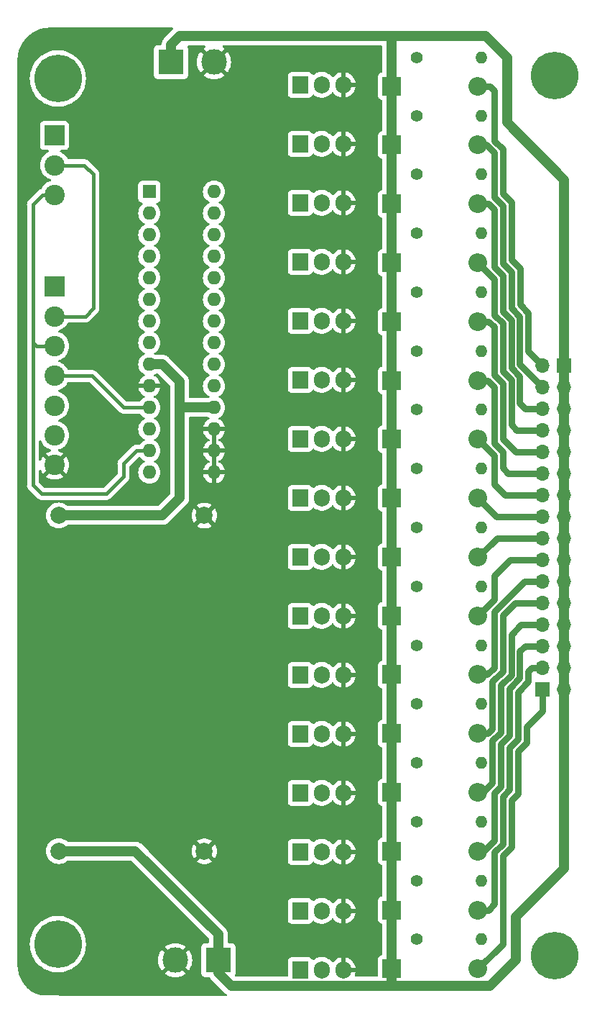
<source format=gbr>
%TF.GenerationSoftware,KiCad,Pcbnew,7.0.6*%
%TF.CreationDate,2023-08-03T15:11:43-04:00*%
%TF.ProjectId,mcp23s17_mosfet_combo,6d637032-3373-4313-975f-6d6f73666574,rev?*%
%TF.SameCoordinates,Original*%
%TF.FileFunction,Copper,L2,Bot*%
%TF.FilePolarity,Positive*%
%FSLAX46Y46*%
G04 Gerber Fmt 4.6, Leading zero omitted, Abs format (unit mm)*
G04 Created by KiCad (PCBNEW 7.0.6) date 2023-08-03 15:11:43*
%MOMM*%
%LPD*%
G01*
G04 APERTURE LIST*
%TA.AperFunction,ComponentPad*%
%ADD10C,1.400000*%
%TD*%
%TA.AperFunction,ComponentPad*%
%ADD11O,1.400000X1.400000*%
%TD*%
%TA.AperFunction,ComponentPad*%
%ADD12R,3.000000X3.000000*%
%TD*%
%TA.AperFunction,ComponentPad*%
%ADD13C,3.000000*%
%TD*%
%TA.AperFunction,ComponentPad*%
%ADD14R,1.700000X1.700000*%
%TD*%
%TA.AperFunction,ComponentPad*%
%ADD15O,1.700000X1.700000*%
%TD*%
%TA.AperFunction,ComponentPad*%
%ADD16R,1.905000X2.000000*%
%TD*%
%TA.AperFunction,ComponentPad*%
%ADD17O,1.905000X2.000000*%
%TD*%
%TA.AperFunction,ComponentPad*%
%ADD18R,2.200000X2.200000*%
%TD*%
%TA.AperFunction,ComponentPad*%
%ADD19O,2.200000X2.200000*%
%TD*%
%TA.AperFunction,ComponentPad*%
%ADD20C,2.400000*%
%TD*%
%TA.AperFunction,ComponentPad*%
%ADD21R,2.400000X2.400000*%
%TD*%
%TA.AperFunction,ComponentPad*%
%ADD22C,5.600000*%
%TD*%
%TA.AperFunction,ComponentPad*%
%ADD23C,2.000000*%
%TD*%
%TA.AperFunction,ComponentPad*%
%ADD24R,1.600000X1.600000*%
%TD*%
%TA.AperFunction,ComponentPad*%
%ADD25O,1.600000X1.600000*%
%TD*%
%TA.AperFunction,Conductor*%
%ADD26C,1.200000*%
%TD*%
%TA.AperFunction,Conductor*%
%ADD27C,0.400000*%
%TD*%
%TA.AperFunction,Conductor*%
%ADD28C,0.800000*%
%TD*%
G04 APERTURE END LIST*
D10*
%TO.P,R16,1*%
%TO.N,/MOSFETS/IN_B7*%
X176276000Y-38100000D03*
D11*
%TO.P,R16,2*%
%TO.N,Net-(Q16-G)*%
X183896000Y-38100000D03*
%TD*%
D12*
%TO.P,J1,1,Pin_1*%
%TO.N,VCC*%
X147320000Y-38608000D03*
D13*
%TO.P,J1,2,Pin_2*%
%TO.N,GND*%
X152400000Y-38608000D03*
%TD*%
D14*
%TO.P,J5,1,Pin_1*%
%TO.N,A0*%
X191135000Y-112395000D03*
D15*
%TO.P,J5,2,Pin_2*%
%TO.N,A1*%
X191135000Y-109855000D03*
%TO.P,J5,3,Pin_3*%
%TO.N,A2*%
X191135000Y-107315000D03*
%TO.P,J5,4,Pin_4*%
%TO.N,A3*%
X191135000Y-104775000D03*
%TO.P,J5,5,Pin_5*%
%TO.N,A4*%
X191135000Y-102235000D03*
%TO.P,J5,6,Pin_6*%
%TO.N,A5*%
X191135000Y-99695000D03*
%TO.P,J5,7,Pin_7*%
%TO.N,A6*%
X191135000Y-97155000D03*
%TO.P,J5,8,Pin_8*%
%TO.N,A7*%
X191135000Y-94615000D03*
%TO.P,J5,9,Pin_9*%
%TO.N,B0*%
X191135000Y-92075000D03*
%TO.P,J5,10,Pin_10*%
%TO.N,B1*%
X191135000Y-89535000D03*
%TO.P,J5,11,Pin_11*%
%TO.N,B2*%
X191135000Y-86995000D03*
%TO.P,J5,12,Pin_12*%
%TO.N,B3*%
X191135000Y-84455000D03*
%TO.P,J5,13,Pin_13*%
%TO.N,B4*%
X191135000Y-81915000D03*
%TO.P,J5,14,Pin_14*%
%TO.N,B5*%
X191135000Y-79375000D03*
%TO.P,J5,15,Pin_15*%
%TO.N,B6*%
X191135000Y-76835000D03*
%TO.P,J5,16,Pin_16*%
%TO.N,B7*%
X191135000Y-74295000D03*
%TD*%
D14*
%TO.P,J6,1,Pin_1*%
%TO.N,VCC*%
X193675000Y-74295000D03*
D15*
%TO.P,J6,2,Pin_2*%
X193675000Y-76835000D03*
%TO.P,J6,3,Pin_3*%
X193675000Y-79375000D03*
%TO.P,J6,4,Pin_4*%
X193675000Y-81915000D03*
%TO.P,J6,5,Pin_5*%
X193675000Y-84455000D03*
%TO.P,J6,6,Pin_6*%
X193675000Y-86995000D03*
%TO.P,J6,7,Pin_7*%
X193675000Y-89535000D03*
%TO.P,J6,8,Pin_8*%
X193675000Y-92075000D03*
%TO.P,J6,9,Pin_9*%
X193675000Y-94615000D03*
%TO.P,J6,10,Pin_10*%
X193675000Y-97155000D03*
%TO.P,J6,11,Pin_11*%
X193675000Y-99695000D03*
%TO.P,J6,12,Pin_12*%
X193675000Y-102235000D03*
%TO.P,J6,13,Pin_13*%
X193675000Y-104775000D03*
%TO.P,J6,14,Pin_14*%
X193675000Y-107315000D03*
%TO.P,J6,15,Pin_15*%
X193675000Y-109855000D03*
%TO.P,J6,16,Pin_16*%
X193675000Y-112395000D03*
%TD*%
D10*
%TO.P,R15,1*%
%TO.N,/MOSFETS/IN_B6*%
X176295000Y-44900650D03*
D11*
%TO.P,R15,2*%
%TO.N,Net-(Q15-G)*%
X183915000Y-44900650D03*
%TD*%
D10*
%TO.P,R14,1*%
%TO.N,/MOSFETS/IN_B5*%
X176295000Y-51824198D03*
D11*
%TO.P,R14,2*%
%TO.N,Net-(Q14-G)*%
X183915000Y-51824198D03*
%TD*%
D10*
%TO.P,R13,1*%
%TO.N,/MOSFETS/IN_B4*%
X176295000Y-58747746D03*
D11*
%TO.P,R13,2*%
%TO.N,Net-(Q13-G)*%
X183915000Y-58747746D03*
%TD*%
D10*
%TO.P,R12,1*%
%TO.N,/MOSFETS/IN_B3*%
X176295000Y-65671294D03*
D11*
%TO.P,R12,2*%
%TO.N,Net-(Q12-G)*%
X183915000Y-65671294D03*
%TD*%
D10*
%TO.P,R11,1*%
%TO.N,/MOSFETS/IN_B2*%
X176295000Y-72594842D03*
D11*
%TO.P,R11,2*%
%TO.N,Net-(Q11-G)*%
X183915000Y-72594842D03*
%TD*%
D10*
%TO.P,R10,1*%
%TO.N,/MOSFETS/IN_B1*%
X176295000Y-79518390D03*
D11*
%TO.P,R10,2*%
%TO.N,Net-(Q10-G)*%
X183915000Y-79518390D03*
%TD*%
D10*
%TO.P,R9,1*%
%TO.N,/MOSFETS/IN_B0*%
X176295000Y-86441938D03*
D11*
%TO.P,R9,2*%
%TO.N,Net-(Q9-G)*%
X183915000Y-86441938D03*
%TD*%
D10*
%TO.P,R8,1*%
%TO.N,/MOSFETS/IN_A7*%
X176295000Y-93365486D03*
D11*
%TO.P,R8,2*%
%TO.N,Net-(Q8-G)*%
X183915000Y-93365486D03*
%TD*%
D10*
%TO.P,R7,1*%
%TO.N,/MOSFETS/IN_A6*%
X176295000Y-100289034D03*
D11*
%TO.P,R7,2*%
%TO.N,Net-(Q7-G)*%
X183915000Y-100289034D03*
%TD*%
D10*
%TO.P,R6,1*%
%TO.N,/MOSFETS/IN_A5*%
X176295000Y-107212582D03*
D11*
%TO.P,R6,2*%
%TO.N,Net-(Q6-G)*%
X183915000Y-107212582D03*
%TD*%
D10*
%TO.P,R5,1*%
%TO.N,/MOSFETS/IN_A4*%
X176295000Y-114136130D03*
D11*
%TO.P,R5,2*%
%TO.N,Net-(Q5-G)*%
X183915000Y-114136130D03*
%TD*%
D10*
%TO.P,R4,1*%
%TO.N,/MOSFETS/IN_A3*%
X176295000Y-121059678D03*
D11*
%TO.P,R4,2*%
%TO.N,Net-(Q4-G)*%
X183915000Y-121059678D03*
%TD*%
D10*
%TO.P,R3,1*%
%TO.N,/MOSFETS/IN_A2*%
X176295000Y-127983226D03*
D11*
%TO.P,R3,2*%
%TO.N,Net-(Q3-G)*%
X183915000Y-127983226D03*
%TD*%
D10*
%TO.P,R2,1*%
%TO.N,/MOSFETS/IN_A1*%
X176295000Y-134906774D03*
D11*
%TO.P,R2,2*%
%TO.N,Net-(Q2-G)*%
X183915000Y-134906774D03*
%TD*%
D10*
%TO.P,R1,1*%
%TO.N,/MOSFETS/IN_A0*%
X176295000Y-141830322D03*
D11*
%TO.P,R1,2*%
%TO.N,Net-(Q1-G)*%
X183915000Y-141830322D03*
%TD*%
D16*
%TO.P,Q16,1,G*%
%TO.N,Net-(Q16-G)*%
X162560000Y-41275000D03*
D17*
%TO.P,Q16,2,D*%
%TO.N,B7*%
X165100000Y-41275000D03*
%TO.P,Q16,3,S*%
%TO.N,GND*%
X167640000Y-41275000D03*
%TD*%
D16*
%TO.P,Q15,1,G*%
%TO.N,Net-(Q15-G)*%
X162560000Y-48217666D03*
D17*
%TO.P,Q15,2,D*%
%TO.N,B6*%
X165100000Y-48217666D03*
%TO.P,Q15,3,S*%
%TO.N,GND*%
X167640000Y-48217666D03*
%TD*%
D16*
%TO.P,Q14,1,G*%
%TO.N,Net-(Q14-G)*%
X162560000Y-55160332D03*
D17*
%TO.P,Q14,2,D*%
%TO.N,B5*%
X165100000Y-55160332D03*
%TO.P,Q14,3,S*%
%TO.N,GND*%
X167640000Y-55160332D03*
%TD*%
D16*
%TO.P,Q13,1,G*%
%TO.N,Net-(Q13-G)*%
X162560000Y-62102998D03*
D17*
%TO.P,Q13,2,D*%
%TO.N,B4*%
X165100000Y-62102998D03*
%TO.P,Q13,3,S*%
%TO.N,GND*%
X167640000Y-62102998D03*
%TD*%
D16*
%TO.P,Q12,1,G*%
%TO.N,Net-(Q12-G)*%
X162560000Y-69045664D03*
D17*
%TO.P,Q12,2,D*%
%TO.N,B3*%
X165100000Y-69045664D03*
%TO.P,Q12,3,S*%
%TO.N,GND*%
X167640000Y-69045664D03*
%TD*%
D16*
%TO.P,Q11,1,G*%
%TO.N,Net-(Q11-G)*%
X162560000Y-75988330D03*
D17*
%TO.P,Q11,2,D*%
%TO.N,B2*%
X165100000Y-75988330D03*
%TO.P,Q11,3,S*%
%TO.N,GND*%
X167640000Y-75988330D03*
%TD*%
D16*
%TO.P,Q10,1,G*%
%TO.N,Net-(Q10-G)*%
X162560000Y-82930996D03*
D17*
%TO.P,Q10,2,D*%
%TO.N,B1*%
X165100000Y-82930996D03*
%TO.P,Q10,3,S*%
%TO.N,GND*%
X167640000Y-82930996D03*
%TD*%
D16*
%TO.P,Q9,1,G*%
%TO.N,Net-(Q9-G)*%
X162560000Y-89873662D03*
D17*
%TO.P,Q9,2,D*%
%TO.N,B0*%
X165100000Y-89873662D03*
%TO.P,Q9,3,S*%
%TO.N,GND*%
X167640000Y-89873662D03*
%TD*%
D16*
%TO.P,Q8,1,G*%
%TO.N,Net-(Q8-G)*%
X162560000Y-96816328D03*
D17*
%TO.P,Q8,2,D*%
%TO.N,A7*%
X165100000Y-96816328D03*
%TO.P,Q8,3,S*%
%TO.N,GND*%
X167640000Y-96816328D03*
%TD*%
D16*
%TO.P,Q7,1,G*%
%TO.N,Net-(Q7-G)*%
X162560000Y-103758994D03*
D17*
%TO.P,Q7,2,D*%
%TO.N,A6*%
X165100000Y-103758994D03*
%TO.P,Q7,3,S*%
%TO.N,GND*%
X167640000Y-103758994D03*
%TD*%
D16*
%TO.P,Q6,1,G*%
%TO.N,Net-(Q6-G)*%
X162560000Y-110701660D03*
D17*
%TO.P,Q6,2,D*%
%TO.N,A5*%
X165100000Y-110701660D03*
%TO.P,Q6,3,S*%
%TO.N,GND*%
X167640000Y-110701660D03*
%TD*%
D16*
%TO.P,Q5,1,G*%
%TO.N,Net-(Q5-G)*%
X162560000Y-117644326D03*
D17*
%TO.P,Q5,2,D*%
%TO.N,A4*%
X165100000Y-117644326D03*
%TO.P,Q5,3,S*%
%TO.N,GND*%
X167640000Y-117644326D03*
%TD*%
D16*
%TO.P,Q4,1,G*%
%TO.N,Net-(Q4-G)*%
X162560000Y-124586992D03*
D17*
%TO.P,Q4,2,D*%
%TO.N,A3*%
X165100000Y-124586992D03*
%TO.P,Q4,3,S*%
%TO.N,GND*%
X167640000Y-124586992D03*
%TD*%
D16*
%TO.P,Q3,1,G*%
%TO.N,Net-(Q3-G)*%
X162560000Y-131529658D03*
D17*
%TO.P,Q3,2,D*%
%TO.N,A2*%
X165100000Y-131529658D03*
%TO.P,Q3,3,S*%
%TO.N,GND*%
X167640000Y-131529658D03*
%TD*%
D16*
%TO.P,Q2,1,G*%
%TO.N,Net-(Q2-G)*%
X162560000Y-138472324D03*
D17*
%TO.P,Q2,2,D*%
%TO.N,A1*%
X165100000Y-138472324D03*
%TO.P,Q2,3,S*%
%TO.N,GND*%
X167640000Y-138472324D03*
%TD*%
%TO.P,Q1,3,S*%
%TO.N,GND*%
X167640000Y-145415000D03*
%TO.P,Q1,2,D*%
%TO.N,A0*%
X165100000Y-145415000D03*
D16*
%TO.P,Q1,1,G*%
%TO.N,Net-(Q1-G)*%
X162560000Y-145415000D03*
%TD*%
D18*
%TO.P,D16,1,K*%
%TO.N,VCC*%
X173355000Y-41438876D03*
D19*
%TO.P,D16,2,A*%
%TO.N,B7*%
X183515000Y-41438876D03*
%TD*%
D18*
%TO.P,D15,1,K*%
%TO.N,VCC*%
X173355000Y-48362424D03*
D19*
%TO.P,D15,2,A*%
%TO.N,B6*%
X183515000Y-48362424D03*
%TD*%
D18*
%TO.P,D14,1,K*%
%TO.N,VCC*%
X173355000Y-55285972D03*
D19*
%TO.P,D14,2,A*%
%TO.N,B5*%
X183515000Y-55285972D03*
%TD*%
D18*
%TO.P,D13,1,K*%
%TO.N,VCC*%
X173355000Y-62209520D03*
D19*
%TO.P,D13,2,A*%
%TO.N,B4*%
X183515000Y-62209520D03*
%TD*%
D18*
%TO.P,D12,1,K*%
%TO.N,VCC*%
X173355000Y-69133068D03*
D19*
%TO.P,D12,2,A*%
%TO.N,B3*%
X183515000Y-69133068D03*
%TD*%
D18*
%TO.P,D11,1,K*%
%TO.N,VCC*%
X173355000Y-76056616D03*
D19*
%TO.P,D11,2,A*%
%TO.N,B2*%
X183515000Y-76056616D03*
%TD*%
D18*
%TO.P,D10,1,K*%
%TO.N,VCC*%
X173355000Y-82980164D03*
D19*
%TO.P,D10,2,A*%
%TO.N,B1*%
X183515000Y-82980164D03*
%TD*%
D18*
%TO.P,D9,1,K*%
%TO.N,VCC*%
X173355000Y-89903712D03*
D19*
%TO.P,D9,2,A*%
%TO.N,B0*%
X183515000Y-89903712D03*
%TD*%
D18*
%TO.P,D8,1,K*%
%TO.N,VCC*%
X173355000Y-96827260D03*
D19*
%TO.P,D8,2,A*%
%TO.N,A7*%
X183515000Y-96827260D03*
%TD*%
D18*
%TO.P,D7,1,K*%
%TO.N,VCC*%
X173355000Y-103750808D03*
D19*
%TO.P,D7,2,A*%
%TO.N,A6*%
X183515000Y-103750808D03*
%TD*%
D18*
%TO.P,D6,1,K*%
%TO.N,VCC*%
X173355000Y-110674356D03*
D19*
%TO.P,D6,2,A*%
%TO.N,A5*%
X183515000Y-110674356D03*
%TD*%
D18*
%TO.P,D5,1,K*%
%TO.N,VCC*%
X173355000Y-117597904D03*
D19*
%TO.P,D5,2,A*%
%TO.N,A4*%
X183515000Y-117597904D03*
%TD*%
%TO.P,D4,2,A*%
%TO.N,A3*%
X183515000Y-124521452D03*
D18*
%TO.P,D4,1,K*%
%TO.N,VCC*%
X173355000Y-124521452D03*
%TD*%
D19*
%TO.P,D3,2,A*%
%TO.N,A2*%
X183515000Y-131445000D03*
D18*
%TO.P,D3,1,K*%
%TO.N,VCC*%
X173355000Y-131445000D03*
%TD*%
D19*
%TO.P,D2,2,A*%
%TO.N,A1*%
X183515000Y-138368548D03*
D18*
%TO.P,D2,1,K*%
%TO.N,VCC*%
X173355000Y-138368548D03*
%TD*%
%TO.P,D1,1,K*%
%TO.N,VCC*%
X173355000Y-145292102D03*
D19*
%TO.P,D1,2,A*%
%TO.N,A0*%
X183515000Y-145292102D03*
%TD*%
D13*
%TO.P,J3,2,Pin_2*%
%TO.N,GND*%
X147828000Y-144272000D03*
D12*
%TO.P,J3,1,Pin_1*%
%TO.N,VCC*%
X152908000Y-144272000D03*
%TD*%
D20*
%TO.P,J7,7,Pin_7*%
%TO.N,GND*%
X133604000Y-86024000D03*
%TO.P,J7,6,Pin_6*%
%TO.N,INTB0*%
X133604000Y-82524000D03*
%TO.P,J7,5,Pin_5*%
%TO.N,INTA0*%
X133604000Y-79024000D03*
%TO.P,J7,4,Pin_4*%
%TO.N,CS0*%
X133604000Y-75524000D03*
%TO.P,J7,3,Pin_3*%
%TO.N,MOSI*%
X133604000Y-72024000D03*
%TO.P,J7,2,Pin_2*%
%TO.N,MISO*%
X133604000Y-68524000D03*
D21*
%TO.P,J7,1,Pin_1*%
%TO.N,SCK*%
X133604000Y-65024000D03*
%TD*%
%TO.P,J4,1,Pin_1*%
%TO.N,SCK*%
X133604000Y-47244000D03*
D20*
%TO.P,J4,2,Pin_2*%
%TO.N,MISO*%
X133604000Y-50744000D03*
%TO.P,J4,3,Pin_3*%
%TO.N,MOSI*%
X133604000Y-54244000D03*
%TD*%
D22*
%TO.P,H1,1*%
%TO.N,N/C*%
X134000000Y-40538400D03*
%TD*%
D23*
%TO.P,U1,1,VIN*%
%TO.N,VCC*%
X134112000Y-131445000D03*
%TO.P,U1,2,GND*%
%TO.N,GND*%
X151257000Y-131445000D03*
%TO.P,U1,3,GND*%
X151257000Y-91948000D03*
%TO.P,U1,4,VOUT*%
%TO.N,+5V*%
X134112000Y-91948000D03*
%TD*%
D22*
%TO.P,H3,1*%
%TO.N,N/C*%
X192500000Y-40182800D03*
%TD*%
D24*
%TO.P,U2,1,GPB0*%
%TO.N,/MOSFETS/IN_B0*%
X144780000Y-53848000D03*
D25*
%TO.P,U2,2,GPB1*%
%TO.N,/MOSFETS/IN_B1*%
X144780000Y-56388000D03*
%TO.P,U2,3,GPB2*%
%TO.N,/MOSFETS/IN_B2*%
X144780000Y-58928000D03*
%TO.P,U2,4,GPB3*%
%TO.N,/MOSFETS/IN_B3*%
X144780000Y-61468000D03*
%TO.P,U2,5,GPB4*%
%TO.N,/MOSFETS/IN_B4*%
X144780000Y-64008000D03*
%TO.P,U2,6,GPB5*%
%TO.N,/MOSFETS/IN_B5*%
X144780000Y-66548000D03*
%TO.P,U2,7,GPB6*%
%TO.N,/MOSFETS/IN_B6*%
X144780000Y-69088000D03*
%TO.P,U2,8,GPB7*%
%TO.N,/MOSFETS/IN_B7*%
X144780000Y-71628000D03*
%TO.P,U2,9,VDD*%
%TO.N,+5V*%
X144780000Y-74168000D03*
%TO.P,U2,10,VSS*%
%TO.N,GND*%
X144780000Y-76708000D03*
%TO.P,U2,11,~{CS}*%
%TO.N,CS0*%
X144780000Y-79248000D03*
%TO.P,U2,12,SCK*%
%TO.N,SCK*%
X144780000Y-81788000D03*
%TO.P,U2,13,SI*%
%TO.N,MOSI*%
X144780000Y-84328000D03*
%TO.P,U2,14,SO*%
%TO.N,MISO*%
X144780000Y-86868000D03*
%TO.P,U2,15,A0*%
%TO.N,GND*%
X152400000Y-86868000D03*
%TO.P,U2,16,A1*%
X152400000Y-84328000D03*
%TO.P,U2,17,A2*%
X152400000Y-81788000D03*
%TO.P,U2,18,~{RESET}*%
%TO.N,+5V*%
X152400000Y-79248000D03*
%TO.P,U2,19,INTB*%
%TO.N,INTB0*%
X152400000Y-76708000D03*
%TO.P,U2,20,INTA*%
%TO.N,INTA0*%
X152400000Y-74168000D03*
%TO.P,U2,21,GPA0*%
%TO.N,/MOSFETS/IN_A0*%
X152400000Y-71628000D03*
%TO.P,U2,22,GPA1*%
%TO.N,/MOSFETS/IN_A1*%
X152400000Y-69088000D03*
%TO.P,U2,23,GPA2*%
%TO.N,/MOSFETS/IN_A2*%
X152400000Y-66548000D03*
%TO.P,U2,24,GPA3*%
%TO.N,/MOSFETS/IN_A3*%
X152400000Y-64008000D03*
%TO.P,U2,25,GPA4*%
%TO.N,/MOSFETS/IN_A4*%
X152400000Y-61468000D03*
%TO.P,U2,26,GPA5*%
%TO.N,/MOSFETS/IN_A5*%
X152400000Y-58928000D03*
%TO.P,U2,27,GPA6*%
%TO.N,/MOSFETS/IN_A6*%
X152400000Y-56388000D03*
%TO.P,U2,28,GPA7*%
%TO.N,/MOSFETS/IN_A7*%
X152400000Y-53848000D03*
%TD*%
D22*
%TO.P,H4,1*%
%TO.N,N/C*%
X192500000Y-143764000D03*
%TD*%
%TO.P,H2,1*%
%TO.N,N/C*%
X134000000Y-142392400D03*
%TD*%
D26*
%TO.N,VCC*%
X187960000Y-144272000D02*
X187960000Y-139192000D01*
X184912000Y-147320000D02*
X187960000Y-144272000D01*
X173355000Y-35687000D02*
X173228000Y-35560000D01*
X173355000Y-41438876D02*
X173355000Y-35687000D01*
X173228000Y-35560000D02*
X184404000Y-35560000D01*
X171704000Y-35560000D02*
X173228000Y-35560000D01*
X193675000Y-52451000D02*
X193675000Y-74295000D01*
X186944000Y-45720000D02*
X193675000Y-52451000D01*
X186944000Y-38100000D02*
X186944000Y-45720000D01*
X184404000Y-35560000D02*
X186944000Y-38100000D01*
X173355000Y-147193000D02*
X173228000Y-147320000D01*
X173228000Y-147320000D02*
X184912000Y-147320000D01*
X171327102Y-147320000D02*
X173228000Y-147320000D01*
X173355000Y-145292102D02*
X173355000Y-147193000D01*
X147320000Y-36576000D02*
X147320000Y-38608000D01*
X171704000Y-35560000D02*
X148336000Y-35560000D01*
X148336000Y-35560000D02*
X147320000Y-36576000D01*
X152908000Y-141224000D02*
X152908000Y-144272000D01*
X143129000Y-131445000D02*
X152908000Y-141224000D01*
X134112000Y-131445000D02*
X143129000Y-131445000D01*
D27*
%TO.N,CS0*%
X141732000Y-79248000D02*
X144780000Y-79248000D01*
X133604000Y-75524000D02*
X138008000Y-75524000D01*
X138008000Y-75524000D02*
X141732000Y-79248000D01*
%TO.N,MOSI*%
X141732000Y-87376000D02*
X141732000Y-85852000D01*
X139700000Y-89408000D02*
X141732000Y-87376000D01*
X131064000Y-88392000D02*
X132080000Y-89408000D01*
X141732000Y-85852000D02*
X143256000Y-84328000D01*
X132080000Y-89408000D02*
X139700000Y-89408000D01*
X131064000Y-71628000D02*
X131064000Y-88392000D01*
X143256000Y-84328000D02*
X144780000Y-84328000D01*
D26*
%TO.N,+5V*%
X152400000Y-79248000D02*
X148336000Y-79248000D01*
X148336000Y-79248000D02*
X148336000Y-76200000D01*
X148336000Y-89916000D02*
X148336000Y-79248000D01*
X148336000Y-76200000D02*
X146304000Y-74168000D01*
X146304000Y-74168000D02*
X144780000Y-74168000D01*
X146304000Y-91948000D02*
X148336000Y-89916000D01*
X134112000Y-91948000D02*
X146304000Y-91948000D01*
D27*
%TO.N,MOSI*%
X131460000Y-72024000D02*
X133604000Y-72024000D01*
X131064000Y-55372000D02*
X131064000Y-71628000D01*
X131064000Y-71628000D02*
X131460000Y-72024000D01*
X132192000Y-54244000D02*
X131064000Y-55372000D01*
X133604000Y-54244000D02*
X132192000Y-54244000D01*
%TO.N,MISO*%
X137104000Y-50744000D02*
X133604000Y-50744000D01*
X138176000Y-51816000D02*
X137104000Y-50744000D01*
X138176000Y-67564000D02*
X138176000Y-51816000D01*
X133604000Y-68524000D02*
X137216000Y-68524000D01*
X137216000Y-68524000D02*
X138176000Y-67564000D01*
D26*
%TO.N,VCC*%
X193675000Y-97155000D02*
X193675000Y-99695000D01*
X193675000Y-94615000D02*
X193675000Y-97155000D01*
X193675000Y-92075000D02*
X193675000Y-94615000D01*
X193675000Y-89535000D02*
X193675000Y-92075000D01*
X193675000Y-86995000D02*
X193675000Y-89535000D01*
X193675000Y-84455000D02*
X193675000Y-86995000D01*
X193675000Y-81915000D02*
X193675000Y-84455000D01*
X193675000Y-79375000D02*
X193675000Y-81915000D01*
X193675000Y-76835000D02*
X193675000Y-79375000D01*
X193675000Y-74295000D02*
X193675000Y-76835000D01*
X193675000Y-99695000D02*
X193675000Y-102235000D01*
X193675000Y-102235000D02*
X193675000Y-104775000D01*
X193675000Y-107315000D02*
X193675000Y-104775000D01*
X193675000Y-109855000D02*
X193675000Y-107315000D01*
X193675000Y-112395000D02*
X193675000Y-109855000D01*
X173355000Y-110674356D02*
X173355000Y-117597904D01*
X173355000Y-103750808D02*
X173355000Y-110674356D01*
X173355000Y-96827260D02*
X173355000Y-103750808D01*
X173355000Y-89903712D02*
X173355000Y-96827260D01*
X173355000Y-82980164D02*
X173355000Y-89903712D01*
X173355000Y-76056616D02*
X173355000Y-82980164D01*
X173355000Y-69133068D02*
X173355000Y-76056616D01*
X173355000Y-62209520D02*
X173355000Y-69133068D01*
X173355000Y-55285972D02*
X173355000Y-62209520D01*
X173355000Y-48362424D02*
X173355000Y-55285972D01*
X173355000Y-41438876D02*
X173355000Y-48362424D01*
X173355000Y-117597904D02*
X173355000Y-124521452D01*
X173355000Y-124521452D02*
X173355000Y-131445000D01*
X173355000Y-138368548D02*
X173355000Y-131445000D01*
X187960000Y-139192000D02*
X193675000Y-133477000D01*
X193675000Y-133477000D02*
X193675000Y-112395000D01*
X173355000Y-138368548D02*
X173355000Y-145292102D01*
X154432000Y-147320000D02*
X171327102Y-147320000D01*
X152908000Y-145796000D02*
X154432000Y-147320000D01*
X152908000Y-144272000D02*
X152908000Y-145796000D01*
D28*
%TO.N,A0*%
X191135000Y-114920001D02*
X191135000Y-112395000D01*
X189215001Y-116840000D02*
X191135000Y-114920001D01*
X189215001Y-118701855D02*
X189215001Y-116840000D01*
X188215000Y-119701856D02*
X189215001Y-118701855D01*
X188215000Y-124713000D02*
X188215000Y-119701856D01*
X187452000Y-125476000D02*
X188215000Y-124713000D01*
X187452000Y-130971428D02*
X187452000Y-125476000D01*
X186420000Y-132003428D02*
X187452000Y-130971428D01*
X186420000Y-142387102D02*
X186420000Y-132003428D01*
X183515000Y-145292102D02*
X186420000Y-142387102D01*
%TO.N,A1*%
X189865000Y-109855000D02*
X191135000Y-109855000D01*
X189420000Y-110300000D02*
X189865000Y-109855000D01*
X188215001Y-118287641D02*
X188215000Y-112716856D01*
X188215000Y-112716856D02*
X189420000Y-111511856D01*
X187215000Y-124223428D02*
X187215000Y-119287642D01*
X185420000Y-131589214D02*
X186420001Y-130589213D01*
X186420001Y-130589213D02*
X186420000Y-125018428D01*
X187215000Y-119287642D02*
X188215001Y-118287641D01*
X185420000Y-137668000D02*
X185420000Y-131589214D01*
X184719452Y-138368548D02*
X185420000Y-137668000D01*
X186420000Y-125018428D02*
X187215000Y-124223428D01*
X183515000Y-138368548D02*
X184719452Y-138368548D01*
X189420000Y-111511856D02*
X189420000Y-110300000D01*
%TO.N,A2*%
X184150000Y-131445000D02*
X183515000Y-131445000D01*
X185420000Y-130175000D02*
X184150000Y-131445000D01*
X185420000Y-124604214D02*
X185420000Y-130175000D01*
X186215000Y-123809214D02*
X185420000Y-124604214D01*
X186215000Y-118873428D02*
X186215000Y-123809214D01*
X188420000Y-111097642D02*
X187215000Y-112302642D01*
X187215000Y-117873428D02*
X186215000Y-118873428D01*
X188420000Y-107950000D02*
X188420000Y-111097642D01*
X187215000Y-112302642D02*
X187215000Y-117873428D01*
X189055000Y-107315000D02*
X188420000Y-107950000D01*
X191135000Y-107315000D02*
X189055000Y-107315000D01*
%TO.N,A3*%
X188595000Y-104775000D02*
X191135000Y-104775000D01*
X186215000Y-117459214D02*
X186215000Y-111888428D01*
X185215000Y-123395000D02*
X185215000Y-118459214D01*
X187420000Y-110683428D02*
X187420000Y-105950000D01*
X184088548Y-124521452D02*
X185215000Y-123395000D01*
X186215000Y-111888428D02*
X187420000Y-110683428D01*
X183515000Y-124521452D02*
X184088548Y-124521452D01*
X185215000Y-118459214D02*
X186215000Y-117459214D01*
X187420000Y-105950000D02*
X188595000Y-104775000D01*
%TO.N,A4*%
X187859236Y-102235000D02*
X191135000Y-102235000D01*
X186420000Y-103674236D02*
X187859236Y-102235000D01*
X185215000Y-111474214D02*
X186420000Y-110269214D01*
X185215000Y-117045000D02*
X185215000Y-111474214D01*
X186420000Y-110269214D02*
X186420000Y-103674236D01*
X184662096Y-117597904D02*
X185215000Y-117045000D01*
X183515000Y-117597904D02*
X184662096Y-117597904D01*
%TO.N,A5*%
X184600644Y-110674356D02*
X183515000Y-110674356D01*
X185420000Y-109855000D02*
X184600644Y-110674356D01*
X188985022Y-99695000D02*
X185420000Y-103260022D01*
X191135000Y-99695000D02*
X188985022Y-99695000D01*
X185420000Y-103260022D02*
X185420000Y-109855000D01*
%TO.N,B7*%
X185420000Y-41946876D02*
X184912000Y-41438876D01*
X185420000Y-47861786D02*
X185420000Y-41946876D01*
X186420001Y-48861787D02*
X185420000Y-47861786D01*
X186420000Y-54092544D02*
X186420001Y-48861787D01*
X187452000Y-55124544D02*
X186420000Y-54092544D01*
X187452000Y-61903878D02*
X187452000Y-55124544D01*
X188452001Y-62903879D02*
X187452000Y-61903878D01*
X188452000Y-67143212D02*
X188452001Y-62903879D01*
X189420002Y-68111214D02*
X188452000Y-67143212D01*
X189420001Y-72580001D02*
X189420002Y-68111214D01*
X191135000Y-74295000D02*
X189420001Y-72580001D01*
X183515000Y-41438876D02*
X184912000Y-41438876D01*
%TO.N,B6*%
X184506424Y-48362424D02*
X183515000Y-48362424D01*
X185420000Y-49276000D02*
X184506424Y-48362424D01*
X185420000Y-54506758D02*
X185420000Y-49276000D01*
X186420001Y-55506759D02*
X185420000Y-54506758D01*
X186420000Y-62286092D02*
X186420001Y-55506759D01*
X187452000Y-63318092D02*
X186420000Y-62286092D01*
X187452000Y-67557426D02*
X187452000Y-63318092D01*
X188420002Y-68525428D02*
X187452000Y-67557426D01*
X188420001Y-74120001D02*
X188420002Y-68525428D01*
X191135000Y-76835000D02*
X188420001Y-74120001D01*
%TO.N,B5*%
X185420000Y-55920972D02*
X184785000Y-55285972D01*
X185420000Y-62700306D02*
X185420000Y-55920972D01*
X186420000Y-63700306D02*
X185420000Y-62700306D01*
X186420000Y-67939640D02*
X186420000Y-63700306D01*
X187420001Y-68939641D02*
X186420000Y-67939640D01*
X187420002Y-74592356D02*
X187420001Y-68939641D01*
X187420000Y-74592358D02*
X187420002Y-74592356D01*
X188420002Y-75592360D02*
X187420000Y-74592358D01*
X188420001Y-78740000D02*
X188420002Y-75592360D01*
X189055001Y-79375000D02*
X188420001Y-78740000D01*
X191135000Y-79375000D02*
X189055001Y-79375000D01*
X183515000Y-55285972D02*
X184785000Y-55285972D01*
%TO.N,B4*%
X185420000Y-64114520D02*
X183515000Y-62209520D01*
X185420000Y-68353854D02*
X185420000Y-64114520D01*
X186420001Y-69353855D02*
X185420000Y-68353854D01*
X186420000Y-75006572D02*
X186420001Y-69353855D01*
X187420001Y-81280001D02*
X187420001Y-76006573D01*
X188055000Y-81915000D02*
X187420001Y-81280001D01*
X187420001Y-76006573D02*
X186420000Y-75006572D01*
X191135000Y-81915000D02*
X188055000Y-81915000D01*
%TO.N,B3*%
X185420000Y-69768068D02*
X184785000Y-69133068D01*
X185420000Y-75420786D02*
X185420000Y-69768068D01*
X186420001Y-76420787D02*
X185420000Y-75420786D01*
X186420000Y-82915000D02*
X186420001Y-76420787D01*
X187960000Y-84455000D02*
X186420000Y-82915000D01*
X191135000Y-84455000D02*
X187960000Y-84455000D01*
X183515000Y-69133068D02*
X184785000Y-69133068D01*
%TO.N,B2*%
X186420000Y-84470950D02*
X186420000Y-86360000D01*
X186420000Y-86360000D02*
X187055000Y-86995000D01*
X184641616Y-76056616D02*
X185420000Y-76835000D01*
X187055000Y-86995000D02*
X191135000Y-86995000D01*
X183515000Y-76056616D02*
X184641616Y-76056616D01*
X185420000Y-76835000D02*
X185420000Y-83470950D01*
X185420000Y-83470950D02*
X186420000Y-84470950D01*
%TO.N,B1*%
X185420000Y-88265000D02*
X185420000Y-84885164D01*
X185420000Y-84885164D02*
X183515000Y-82980164D01*
X186690000Y-89535000D02*
X185420000Y-88265000D01*
X191135000Y-89535000D02*
X186690000Y-89535000D01*
%TO.N,A6*%
X185420000Y-101845808D02*
X183515000Y-103750808D01*
X185420000Y-99060000D02*
X185420000Y-101845808D01*
X187325000Y-97155000D02*
X185420000Y-99060000D01*
X191135000Y-97155000D02*
X187325000Y-97155000D01*
%TO.N,A7*%
X185727260Y-94615000D02*
X183515000Y-96827260D01*
X191135000Y-94615000D02*
X185727260Y-94615000D01*
%TO.N,B0*%
X185686288Y-92075000D02*
X191135000Y-92075000D01*
X183515000Y-89903712D02*
X185686288Y-92075000D01*
%TD*%
%TA.AperFunction,Conductor*%
%TO.N,GND*%
G36*
X137730207Y-76252185D02*
G01*
X137750849Y-76268819D01*
X141214563Y-79732533D01*
X141217115Y-79735245D01*
X141258722Y-79782210D01*
X141258727Y-79782215D01*
X141310377Y-79817867D01*
X141313368Y-79820067D01*
X141362774Y-79858775D01*
X141372239Y-79863035D01*
X141391783Y-79874058D01*
X141400323Y-79879952D01*
X141400323Y-79879953D01*
X141400324Y-79879953D01*
X141400325Y-79879954D01*
X141458995Y-79902204D01*
X141462448Y-79903635D01*
X141481328Y-79912131D01*
X141519670Y-79929388D01*
X141529880Y-79931258D01*
X141551492Y-79937283D01*
X141561199Y-79940965D01*
X141615638Y-79947574D01*
X141623484Y-79948527D01*
X141627190Y-79949091D01*
X141648480Y-79952992D01*
X141688907Y-79960401D01*
X141688907Y-79960400D01*
X141688908Y-79960401D01*
X141751535Y-79956613D01*
X141755279Y-79956500D01*
X143614164Y-79956500D01*
X143681203Y-79976185D01*
X143715738Y-80009376D01*
X143773802Y-80092300D01*
X143935700Y-80254198D01*
X144112373Y-80377906D01*
X144123251Y-80385523D01*
X144166345Y-80405618D01*
X144218784Y-80451791D01*
X144237936Y-80518984D01*
X144217720Y-80585865D01*
X144166345Y-80630382D01*
X144123251Y-80650476D01*
X144022591Y-80720960D01*
X143935700Y-80781802D01*
X143935698Y-80781803D01*
X143935695Y-80781806D01*
X143773806Y-80943695D01*
X143773803Y-80943698D01*
X143773802Y-80943700D01*
X143732648Y-81002474D01*
X143642476Y-81131252D01*
X143642475Y-81131254D01*
X143545718Y-81338750D01*
X143545714Y-81338761D01*
X143486457Y-81559910D01*
X143486456Y-81559918D01*
X143466502Y-81787998D01*
X143466502Y-81788001D01*
X143486456Y-82016081D01*
X143486457Y-82016089D01*
X143545714Y-82237238D01*
X143545718Y-82237249D01*
X143619937Y-82396412D01*
X143642477Y-82444749D01*
X143773802Y-82632300D01*
X143935700Y-82794198D01*
X144123251Y-82925523D01*
X144166345Y-82945618D01*
X144218783Y-82991788D01*
X144237936Y-83058981D01*
X144217721Y-83125863D01*
X144166347Y-83170380D01*
X144123252Y-83190476D01*
X144063140Y-83232567D01*
X143935700Y-83321802D01*
X143935698Y-83321803D01*
X143935695Y-83321806D01*
X143773803Y-83483698D01*
X143715739Y-83566623D01*
X143661163Y-83610248D01*
X143614164Y-83619500D01*
X143279279Y-83619500D01*
X143275535Y-83619387D01*
X143212909Y-83615599D01*
X143212904Y-83615599D01*
X143151198Y-83626907D01*
X143147496Y-83627470D01*
X143085202Y-83635034D01*
X143085199Y-83635035D01*
X143075483Y-83638719D01*
X143053885Y-83644739D01*
X143043672Y-83646611D01*
X143043668Y-83646612D01*
X142986450Y-83672364D01*
X142983015Y-83673786D01*
X142942012Y-83689338D01*
X142924322Y-83696047D01*
X142915773Y-83701948D01*
X142896239Y-83712965D01*
X142886777Y-83717224D01*
X142886771Y-83717227D01*
X142837389Y-83755915D01*
X142834375Y-83758132D01*
X142782727Y-83793784D01*
X142741123Y-83840744D01*
X142738556Y-83843471D01*
X141247479Y-85334549D01*
X141244752Y-85337116D01*
X141210738Y-85367251D01*
X141197785Y-85378727D01*
X141180673Y-85403517D01*
X141162138Y-85430368D01*
X141159920Y-85433382D01*
X141121223Y-85482777D01*
X141116962Y-85492243D01*
X141105947Y-85511774D01*
X141100048Y-85520320D01*
X141100044Y-85520328D01*
X141077794Y-85578995D01*
X141076361Y-85582454D01*
X141050610Y-85639670D01*
X141050609Y-85639673D01*
X141048737Y-85649889D01*
X141042715Y-85671494D01*
X141039035Y-85681198D01*
X141031470Y-85743490D01*
X141030907Y-85747191D01*
X141019598Y-85808903D01*
X141019598Y-85808908D01*
X141023387Y-85871544D01*
X141023500Y-85875289D01*
X141023500Y-87031168D01*
X141003815Y-87098207D01*
X140987181Y-87118849D01*
X139442849Y-88663181D01*
X139381526Y-88696666D01*
X139355168Y-88699500D01*
X132424832Y-88699500D01*
X132357793Y-88679815D01*
X132337151Y-88663181D01*
X131808819Y-88134849D01*
X131775334Y-88073526D01*
X131772500Y-88047168D01*
X131772500Y-86665955D01*
X131792185Y-86598916D01*
X131844989Y-86553161D01*
X131914147Y-86543217D01*
X131977703Y-86572242D01*
X132011928Y-86620653D01*
X132068058Y-86763671D01*
X132195457Y-86984332D01*
X132237452Y-87036993D01*
X133041226Y-86233218D01*
X133079901Y-86326588D01*
X133176075Y-86451925D01*
X133301412Y-86548099D01*
X133394779Y-86586772D01*
X132590813Y-87390737D01*
X132751623Y-87500375D01*
X132751624Y-87500376D01*
X132981176Y-87610921D01*
X132981174Y-87610921D01*
X133224652Y-87686024D01*
X133224658Y-87686026D01*
X133476595Y-87723999D01*
X133476604Y-87724000D01*
X133731396Y-87724000D01*
X133731404Y-87723999D01*
X133983341Y-87686026D01*
X133983347Y-87686024D01*
X134226824Y-87610921D01*
X134456381Y-87500373D01*
X134617185Y-87390737D01*
X133813220Y-86586772D01*
X133906588Y-86548099D01*
X134031925Y-86451925D01*
X134128099Y-86326589D01*
X134166773Y-86233219D01*
X134970545Y-87036993D01*
X135012545Y-86984327D01*
X135139941Y-86763671D01*
X135233026Y-86526494D01*
X135233031Y-86526477D01*
X135289726Y-86278079D01*
X135308767Y-86024004D01*
X135308767Y-86023995D01*
X135289726Y-85769920D01*
X135233031Y-85521522D01*
X135233026Y-85521505D01*
X135139941Y-85284328D01*
X135139942Y-85284328D01*
X135012544Y-85063671D01*
X134970545Y-85011005D01*
X134166772Y-85814778D01*
X134128099Y-85721412D01*
X134031925Y-85596075D01*
X133906588Y-85499901D01*
X133813218Y-85461226D01*
X134617185Y-84657261D01*
X134456377Y-84547624D01*
X134456376Y-84547623D01*
X134226823Y-84437078D01*
X134226825Y-84437078D01*
X134096695Y-84396938D01*
X134038436Y-84358367D01*
X134010278Y-84294422D01*
X134021162Y-84225406D01*
X134067631Y-84173229D01*
X134096695Y-84159956D01*
X134126232Y-84150845D01*
X134229918Y-84118864D01*
X134229925Y-84118860D01*
X134229935Y-84118858D01*
X134460646Y-84007754D01*
X134672219Y-83863505D01*
X134849723Y-83698806D01*
X134859927Y-83689338D01*
X134859927Y-83689336D01*
X134859931Y-83689334D01*
X135019587Y-83489131D01*
X135147622Y-83267369D01*
X135241174Y-83029001D01*
X135298155Y-82779353D01*
X135300390Y-82749527D01*
X135317291Y-82524004D01*
X135317291Y-82523995D01*
X135298156Y-82268656D01*
X135298155Y-82268651D01*
X135298155Y-82268647D01*
X135241174Y-82018999D01*
X135147622Y-81780631D01*
X135019587Y-81558869D01*
X134859931Y-81358666D01*
X134859930Y-81358665D01*
X134859927Y-81358661D01*
X134706394Y-81216205D01*
X134672219Y-81184495D01*
X134634540Y-81158806D01*
X134460649Y-81040248D01*
X134460638Y-81040241D01*
X134229940Y-80929144D01*
X134229921Y-80929137D01*
X134111116Y-80892491D01*
X134052857Y-80853921D01*
X134024699Y-80789977D01*
X134035581Y-80720960D01*
X134082050Y-80668783D01*
X134111116Y-80655509D01*
X134192575Y-80630382D01*
X134229935Y-80618858D01*
X134441411Y-80517017D01*
X134460638Y-80507758D01*
X134460638Y-80507757D01*
X134460646Y-80507754D01*
X134672219Y-80363505D01*
X134838170Y-80209525D01*
X134859927Y-80189338D01*
X134859927Y-80189336D01*
X134859931Y-80189334D01*
X135019587Y-79989131D01*
X135147622Y-79767369D01*
X135241174Y-79529001D01*
X135298155Y-79279353D01*
X135298637Y-79272923D01*
X135317291Y-79024004D01*
X135317291Y-79023995D01*
X135298156Y-78768656D01*
X135298155Y-78768651D01*
X135298155Y-78768647D01*
X135241174Y-78518999D01*
X135147622Y-78280631D01*
X135019587Y-78058869D01*
X134859931Y-77858666D01*
X134859930Y-77858665D01*
X134859927Y-77858661D01*
X134704231Y-77714198D01*
X134672219Y-77684495D01*
X134654297Y-77672276D01*
X134460649Y-77540248D01*
X134460638Y-77540241D01*
X134229940Y-77429144D01*
X134229921Y-77429137D01*
X134111116Y-77392491D01*
X134052857Y-77353921D01*
X134024699Y-77289977D01*
X134035581Y-77220960D01*
X134082050Y-77168783D01*
X134111116Y-77155509D01*
X134185151Y-77132672D01*
X134229935Y-77118858D01*
X134460646Y-77007754D01*
X134672219Y-76863505D01*
X134859931Y-76689334D01*
X135019587Y-76489131D01*
X135131957Y-76294500D01*
X135182525Y-76246284D01*
X135239345Y-76232500D01*
X137663168Y-76232500D01*
X137730207Y-76252185D01*
G37*
%TD.AperFunction*%
%TA.AperFunction,Conductor*%
G36*
X152650000Y-86552314D02*
G01*
X152638045Y-86540359D01*
X152525148Y-86482835D01*
X152431481Y-86468000D01*
X152368519Y-86468000D01*
X152274852Y-86482835D01*
X152161955Y-86540359D01*
X152150000Y-86552314D01*
X152150000Y-84643686D01*
X152161955Y-84655641D01*
X152274852Y-84713165D01*
X152368519Y-84728000D01*
X152431481Y-84728000D01*
X152525148Y-84713165D01*
X152638045Y-84655641D01*
X152650000Y-84643686D01*
X152650000Y-86552314D01*
G37*
%TD.AperFunction*%
%TA.AperFunction,Conductor*%
G36*
X131977703Y-83095508D02*
G01*
X132011926Y-83143914D01*
X132060378Y-83267369D01*
X132060380Y-83267372D01*
X132060381Y-83267375D01*
X132087191Y-83313811D01*
X132188413Y-83489131D01*
X132298285Y-83626907D01*
X132348072Y-83689338D01*
X132514189Y-83843471D01*
X132535781Y-83863505D01*
X132747355Y-84007754D01*
X132747360Y-84007756D01*
X132747361Y-84007757D01*
X132747362Y-84007758D01*
X132836726Y-84050793D01*
X132978065Y-84118858D01*
X133111303Y-84159956D01*
X133169563Y-84198526D01*
X133197720Y-84262471D01*
X133186837Y-84331488D01*
X133140369Y-84383664D01*
X133111305Y-84396938D01*
X132981173Y-84437079D01*
X132751624Y-84547623D01*
X132751616Y-84547628D01*
X132590813Y-84657261D01*
X133394779Y-85461227D01*
X133301412Y-85499901D01*
X133176075Y-85596075D01*
X133079901Y-85721411D01*
X133041227Y-85814779D01*
X132237453Y-85011006D01*
X132195455Y-85063670D01*
X132068058Y-85284328D01*
X132011928Y-85427346D01*
X131969112Y-85482560D01*
X131903242Y-85505861D01*
X131835232Y-85489850D01*
X131786673Y-85439612D01*
X131772500Y-85382044D01*
X131772500Y-83189221D01*
X131792185Y-83122182D01*
X131844989Y-83076427D01*
X131914147Y-83066483D01*
X131977703Y-83095508D01*
G37*
%TD.AperFunction*%
%TA.AperFunction,Conductor*%
G36*
X152650000Y-84012314D02*
G01*
X152638045Y-84000359D01*
X152525148Y-83942835D01*
X152431481Y-83928000D01*
X152368519Y-83928000D01*
X152274852Y-83942835D01*
X152161955Y-84000359D01*
X152150000Y-84012314D01*
X152150000Y-82103686D01*
X152161955Y-82115641D01*
X152274852Y-82173165D01*
X152368519Y-82188000D01*
X152431481Y-82188000D01*
X152525148Y-82173165D01*
X152638045Y-82115641D01*
X152650000Y-82103686D01*
X152650000Y-84012314D01*
G37*
%TD.AperFunction*%
%TA.AperFunction,Conductor*%
G36*
X147544698Y-34564185D02*
G01*
X147590453Y-34616989D01*
X147600397Y-34686147D01*
X147571372Y-34749703D01*
X147571369Y-34749706D01*
X147525618Y-34802502D01*
X147522603Y-34805741D01*
X146608935Y-35719407D01*
X146593194Y-35732724D01*
X146590789Y-35734436D01*
X146590785Y-35734439D01*
X146526854Y-35801489D01*
X146498831Y-35829512D01*
X146491828Y-35837994D01*
X146488895Y-35841299D01*
X146444697Y-35887653D01*
X146444693Y-35887658D01*
X146425169Y-35918039D01*
X146420823Y-35923990D01*
X146397821Y-35951851D01*
X146397817Y-35951856D01*
X146367124Y-36008063D01*
X146364867Y-36011868D01*
X146330245Y-36065742D01*
X146330243Y-36065745D01*
X146316816Y-36099282D01*
X146313673Y-36105954D01*
X146296368Y-36137646D01*
X146296363Y-36137657D01*
X146276863Y-36198655D01*
X146275367Y-36202819D01*
X146251563Y-36262280D01*
X146244726Y-36297752D01*
X146242901Y-36304902D01*
X146231906Y-36339297D01*
X146224302Y-36402880D01*
X146223621Y-36407251D01*
X146211500Y-36470150D01*
X146211500Y-36475500D01*
X146191815Y-36542539D01*
X146139011Y-36588294D01*
X146087500Y-36599500D01*
X145771345Y-36599500D01*
X145710797Y-36606011D01*
X145710795Y-36606011D01*
X145573795Y-36657111D01*
X145456739Y-36744739D01*
X145369111Y-36861795D01*
X145318011Y-36998795D01*
X145318011Y-36998797D01*
X145311500Y-37059345D01*
X145311500Y-40156654D01*
X145318011Y-40217202D01*
X145318011Y-40217204D01*
X145358987Y-40327061D01*
X145369111Y-40354204D01*
X145456739Y-40471261D01*
X145573796Y-40558889D01*
X145710799Y-40609989D01*
X145738050Y-40612918D01*
X145771345Y-40616499D01*
X145771362Y-40616500D01*
X148868638Y-40616500D01*
X148868654Y-40616499D01*
X148895692Y-40613591D01*
X148929201Y-40609989D01*
X149066204Y-40558889D01*
X149183261Y-40471261D01*
X149270889Y-40354204D01*
X149321989Y-40217201D01*
X149325971Y-40180163D01*
X149328499Y-40156654D01*
X149328500Y-40156637D01*
X149328500Y-37059362D01*
X149328499Y-37059345D01*
X149325116Y-37027882D01*
X149321989Y-36998799D01*
X149318786Y-36990212D01*
X149270888Y-36861793D01*
X149266637Y-36854008D01*
X149269322Y-36852541D01*
X149250226Y-36801353D01*
X149265074Y-36733079D01*
X149314477Y-36683671D01*
X149373910Y-36668500D01*
X151292905Y-36668500D01*
X151359944Y-36688185D01*
X151405699Y-36740989D01*
X151415643Y-36810147D01*
X151386618Y-36873703D01*
X151352331Y-36901332D01*
X151315966Y-36921188D01*
X151315953Y-36921196D01*
X151173437Y-37027882D01*
X151173436Y-37027883D01*
X152066252Y-37920699D01*
X152056591Y-37924216D01*
X151908156Y-38021843D01*
X151786236Y-38151070D01*
X151714231Y-38275784D01*
X150819883Y-37381436D01*
X150819882Y-37381437D01*
X150713196Y-37523953D01*
X150713191Y-37523961D01*
X150576091Y-37775041D01*
X150476109Y-38043104D01*
X150415300Y-38322637D01*
X150394891Y-38607998D01*
X150394891Y-38608001D01*
X150415300Y-38893362D01*
X150476109Y-39172895D01*
X150576091Y-39440958D01*
X150713191Y-39692038D01*
X150713196Y-39692046D01*
X150819882Y-39834561D01*
X150819883Y-39834562D01*
X151715195Y-38939250D01*
X151737340Y-38990587D01*
X151843433Y-39133094D01*
X151979530Y-39247294D01*
X152069216Y-39292335D01*
X151173436Y-40188115D01*
X151315960Y-40294807D01*
X151315961Y-40294808D01*
X151567042Y-40431908D01*
X151567041Y-40431908D01*
X151835104Y-40531890D01*
X152114637Y-40592699D01*
X152399999Y-40613109D01*
X152400001Y-40613109D01*
X152685362Y-40592699D01*
X152964895Y-40531890D01*
X153232958Y-40431908D01*
X153484047Y-40294803D01*
X153626561Y-40188116D01*
X153626562Y-40188115D01*
X152733748Y-39295300D01*
X152743409Y-39291784D01*
X152891844Y-39194157D01*
X153013764Y-39064930D01*
X153085768Y-38940215D01*
X153980115Y-39834562D01*
X153980116Y-39834561D01*
X154086803Y-39692047D01*
X154223908Y-39440958D01*
X154323890Y-39172895D01*
X154384699Y-38893362D01*
X154405109Y-38608001D01*
X154405109Y-38607998D01*
X154384699Y-38322637D01*
X154323890Y-38043104D01*
X154223908Y-37775041D01*
X154086808Y-37523961D01*
X154086807Y-37523960D01*
X153980115Y-37381436D01*
X153084803Y-38276747D01*
X153062660Y-38225413D01*
X152956567Y-38082906D01*
X152820470Y-37968706D01*
X152730782Y-37923663D01*
X153626562Y-37027883D01*
X153626561Y-37027882D01*
X153484046Y-36921196D01*
X153484033Y-36921188D01*
X153447669Y-36901332D01*
X153398263Y-36851927D01*
X153383411Y-36783655D01*
X153407828Y-36718190D01*
X153463761Y-36676318D01*
X153507095Y-36668500D01*
X171598151Y-36668500D01*
X172122500Y-36668500D01*
X172189539Y-36688185D01*
X172235294Y-36740989D01*
X172246500Y-36792500D01*
X172246500Y-39714977D01*
X172226815Y-39782016D01*
X172174011Y-39827771D01*
X172151017Y-39835653D01*
X172145800Y-39836885D01*
X172008795Y-39887987D01*
X171891739Y-39975615D01*
X171804111Y-40092671D01*
X171753011Y-40229672D01*
X171746500Y-40290221D01*
X171746500Y-42587530D01*
X171753011Y-42648078D01*
X171753011Y-42648080D01*
X171788866Y-42744207D01*
X171804111Y-42785080D01*
X171891739Y-42902137D01*
X172008796Y-42989765D01*
X172066371Y-43011239D01*
X172145794Y-43040864D01*
X172151009Y-43042096D01*
X172211727Y-43076667D01*
X172244115Y-43138577D01*
X172246499Y-43162774D01*
X172246499Y-46638525D01*
X172226814Y-46705564D01*
X172174010Y-46751319D01*
X172151018Y-46759201D01*
X172145797Y-46760434D01*
X172008795Y-46811535D01*
X171891739Y-46899163D01*
X171804111Y-47016219D01*
X171753011Y-47153219D01*
X171753011Y-47153221D01*
X171746500Y-47213769D01*
X171746500Y-49511078D01*
X171753011Y-49571626D01*
X171753011Y-49571628D01*
X171799413Y-49696032D01*
X171804111Y-49708628D01*
X171891739Y-49825685D01*
X172008796Y-49913313D01*
X172066371Y-49934787D01*
X172145794Y-49964412D01*
X172151009Y-49965644D01*
X172211727Y-50000215D01*
X172244115Y-50062125D01*
X172246499Y-50086322D01*
X172246499Y-53562073D01*
X172226814Y-53629112D01*
X172174010Y-53674867D01*
X172151018Y-53682749D01*
X172145797Y-53683982D01*
X172008795Y-53735083D01*
X171891739Y-53822711D01*
X171804111Y-53939767D01*
X171753011Y-54076767D01*
X171753011Y-54076769D01*
X171746500Y-54137317D01*
X171746500Y-56434626D01*
X171753011Y-56495174D01*
X171753011Y-56495176D01*
X171788866Y-56591303D01*
X171804111Y-56632176D01*
X171891739Y-56749233D01*
X172008796Y-56836861D01*
X172066371Y-56858335D01*
X172145794Y-56887960D01*
X172151009Y-56889192D01*
X172211727Y-56923763D01*
X172244115Y-56985673D01*
X172246499Y-57009870D01*
X172246499Y-60485621D01*
X172226814Y-60552660D01*
X172174010Y-60598415D01*
X172151018Y-60606297D01*
X172145797Y-60607530D01*
X172008795Y-60658631D01*
X171891739Y-60746259D01*
X171804111Y-60863315D01*
X171753011Y-61000315D01*
X171753011Y-61000317D01*
X171746500Y-61060865D01*
X171746500Y-63358174D01*
X171753011Y-63418722D01*
X171753011Y-63418724D01*
X171803425Y-63553886D01*
X171804111Y-63555724D01*
X171891739Y-63672781D01*
X172008796Y-63760409D01*
X172061080Y-63779910D01*
X172145794Y-63811508D01*
X172151009Y-63812740D01*
X172211727Y-63847311D01*
X172244115Y-63909221D01*
X172246499Y-63933418D01*
X172246499Y-67409169D01*
X172226814Y-67476208D01*
X172174010Y-67521963D01*
X172151018Y-67529845D01*
X172145797Y-67531078D01*
X172008795Y-67582179D01*
X171891739Y-67669807D01*
X171804111Y-67786863D01*
X171753011Y-67923863D01*
X171753011Y-67923865D01*
X171746500Y-67984413D01*
X171746500Y-70281722D01*
X171753011Y-70342270D01*
X171753011Y-70342272D01*
X171788866Y-70438399D01*
X171804111Y-70479272D01*
X171891739Y-70596329D01*
X172008796Y-70683957D01*
X172066371Y-70705431D01*
X172145794Y-70735056D01*
X172151009Y-70736288D01*
X172211727Y-70770859D01*
X172244115Y-70832769D01*
X172246499Y-70856966D01*
X172246499Y-74332717D01*
X172226814Y-74399756D01*
X172174010Y-74445511D01*
X172151018Y-74453393D01*
X172145797Y-74454626D01*
X172008795Y-74505727D01*
X171891739Y-74593355D01*
X171804111Y-74710411D01*
X171753011Y-74847411D01*
X171753011Y-74847413D01*
X171746500Y-74907961D01*
X171746500Y-77205270D01*
X171753011Y-77265818D01*
X171753011Y-77265820D01*
X171795308Y-77379218D01*
X171804111Y-77402820D01*
X171891739Y-77519877D01*
X172008796Y-77607505D01*
X172066371Y-77628979D01*
X172145794Y-77658604D01*
X172151009Y-77659836D01*
X172211727Y-77694407D01*
X172244115Y-77756317D01*
X172246499Y-77780514D01*
X172246499Y-81256265D01*
X172226814Y-81323304D01*
X172174010Y-81369059D01*
X172151018Y-81376941D01*
X172145797Y-81378174D01*
X172008795Y-81429275D01*
X171891739Y-81516903D01*
X171804111Y-81633959D01*
X171753011Y-81770959D01*
X171753011Y-81770961D01*
X171746500Y-81831509D01*
X171746500Y-84128818D01*
X171753011Y-84189366D01*
X171753011Y-84189368D01*
X171802119Y-84321028D01*
X171804111Y-84326368D01*
X171891739Y-84443425D01*
X172008796Y-84531053D01*
X172053224Y-84547624D01*
X172145794Y-84582152D01*
X172151009Y-84583384D01*
X172211727Y-84617955D01*
X172244115Y-84679865D01*
X172246499Y-84704062D01*
X172246499Y-88179813D01*
X172226814Y-88246852D01*
X172174010Y-88292607D01*
X172151018Y-88300489D01*
X172145797Y-88301722D01*
X172008795Y-88352823D01*
X171891739Y-88440451D01*
X171804111Y-88557507D01*
X171753011Y-88694507D01*
X171753011Y-88694509D01*
X171746500Y-88755057D01*
X171746500Y-91052366D01*
X171753011Y-91112914D01*
X171753011Y-91112916D01*
X171804111Y-91249916D01*
X171891739Y-91366973D01*
X172008796Y-91454601D01*
X172066371Y-91476075D01*
X172145794Y-91505700D01*
X172151009Y-91506932D01*
X172211727Y-91541503D01*
X172244115Y-91603413D01*
X172246499Y-91627610D01*
X172246499Y-95103361D01*
X172226814Y-95170400D01*
X172174010Y-95216155D01*
X172151018Y-95224037D01*
X172145797Y-95225270D01*
X172008795Y-95276371D01*
X171891739Y-95363999D01*
X171804111Y-95481055D01*
X171753011Y-95618055D01*
X171753011Y-95618057D01*
X171746500Y-95678605D01*
X171746500Y-97975914D01*
X171753011Y-98036462D01*
X171753011Y-98036464D01*
X171798308Y-98157905D01*
X171804111Y-98173464D01*
X171891739Y-98290521D01*
X172008796Y-98378149D01*
X172066371Y-98399623D01*
X172145794Y-98429248D01*
X172151009Y-98430480D01*
X172211727Y-98465051D01*
X172244115Y-98526961D01*
X172246499Y-98551158D01*
X172246499Y-102026909D01*
X172226814Y-102093948D01*
X172174010Y-102139703D01*
X172151018Y-102147585D01*
X172145797Y-102148818D01*
X172008795Y-102199919D01*
X171891739Y-102287547D01*
X171804111Y-102404603D01*
X171753011Y-102541603D01*
X171753011Y-102541605D01*
X171746500Y-102602153D01*
X171746500Y-104899462D01*
X171753011Y-104960010D01*
X171753011Y-104960012D01*
X171788866Y-105056139D01*
X171804111Y-105097012D01*
X171891739Y-105214069D01*
X172008796Y-105301697D01*
X172066371Y-105323171D01*
X172145794Y-105352796D01*
X172151009Y-105354028D01*
X172211727Y-105388599D01*
X172244115Y-105450509D01*
X172246499Y-105474706D01*
X172246499Y-108950457D01*
X172226814Y-109017496D01*
X172174010Y-109063251D01*
X172151018Y-109071133D01*
X172145797Y-109072366D01*
X172008795Y-109123467D01*
X171891739Y-109211095D01*
X171804111Y-109328151D01*
X171753011Y-109465151D01*
X171753011Y-109465153D01*
X171746500Y-109525701D01*
X171746500Y-111823010D01*
X171753011Y-111883558D01*
X171753011Y-111883560D01*
X171788866Y-111979687D01*
X171804111Y-112020560D01*
X171891739Y-112137617D01*
X172008796Y-112225245D01*
X172066371Y-112246719D01*
X172145794Y-112276344D01*
X172151009Y-112277576D01*
X172211727Y-112312147D01*
X172244115Y-112374057D01*
X172246499Y-112398254D01*
X172246499Y-115874005D01*
X172226814Y-115941044D01*
X172174010Y-115986799D01*
X172151018Y-115994681D01*
X172145797Y-115995914D01*
X172008795Y-116047015D01*
X171891739Y-116134643D01*
X171804111Y-116251699D01*
X171753011Y-116388699D01*
X171753011Y-116388701D01*
X171746500Y-116449249D01*
X171746500Y-118746558D01*
X171753011Y-118807106D01*
X171753011Y-118807108D01*
X171788866Y-118903235D01*
X171804111Y-118944108D01*
X171891739Y-119061165D01*
X172008796Y-119148793D01*
X172066371Y-119170267D01*
X172145794Y-119199892D01*
X172151009Y-119201124D01*
X172211727Y-119235695D01*
X172244115Y-119297605D01*
X172246499Y-119321802D01*
X172246499Y-122797553D01*
X172226814Y-122864592D01*
X172174010Y-122910347D01*
X172151018Y-122918229D01*
X172145797Y-122919462D01*
X172008795Y-122970563D01*
X171891739Y-123058191D01*
X171804111Y-123175247D01*
X171753011Y-123312247D01*
X171753011Y-123312249D01*
X171746500Y-123372797D01*
X171746500Y-125670106D01*
X171753011Y-125730654D01*
X171753011Y-125730656D01*
X171798388Y-125852312D01*
X171804111Y-125867656D01*
X171891739Y-125984713D01*
X172008796Y-126072341D01*
X172053409Y-126088981D01*
X172145794Y-126123440D01*
X172151009Y-126124672D01*
X172211727Y-126159243D01*
X172244115Y-126221153D01*
X172246499Y-126245350D01*
X172246499Y-129721101D01*
X172226814Y-129788140D01*
X172174010Y-129833895D01*
X172151018Y-129841777D01*
X172145797Y-129843010D01*
X172008795Y-129894111D01*
X171891739Y-129981739D01*
X171804111Y-130098795D01*
X171753011Y-130235795D01*
X171753011Y-130235797D01*
X171746500Y-130296345D01*
X171746500Y-132593654D01*
X171753011Y-132654202D01*
X171753011Y-132654204D01*
X171788866Y-132750331D01*
X171804111Y-132791204D01*
X171891739Y-132908261D01*
X172008796Y-132995889D01*
X172066371Y-133017363D01*
X172145794Y-133046988D01*
X172151009Y-133048220D01*
X172211727Y-133082791D01*
X172244115Y-133144701D01*
X172246499Y-133168898D01*
X172246499Y-136644649D01*
X172226814Y-136711688D01*
X172174010Y-136757443D01*
X172151018Y-136765325D01*
X172145797Y-136766558D01*
X172008795Y-136817659D01*
X171891739Y-136905287D01*
X171804111Y-137022343D01*
X171753011Y-137159343D01*
X171753011Y-137159345D01*
X171746500Y-137219893D01*
X171746500Y-139517202D01*
X171753011Y-139577750D01*
X171753011Y-139577752D01*
X171804111Y-139714752D01*
X171891739Y-139831809D01*
X172008796Y-139919437D01*
X172145799Y-139970537D01*
X172145803Y-139970537D01*
X172151008Y-139971768D01*
X172211726Y-140006338D01*
X172244116Y-140068246D01*
X172246500Y-140092446D01*
X172246500Y-143568203D01*
X172226815Y-143635242D01*
X172174011Y-143680997D01*
X172151017Y-143688879D01*
X172145800Y-143690111D01*
X172008795Y-143741213D01*
X171891739Y-143828841D01*
X171804111Y-143945897D01*
X171753011Y-144082897D01*
X171753011Y-144082899D01*
X171746500Y-144143447D01*
X171746500Y-146087500D01*
X171726815Y-146154539D01*
X171674011Y-146200294D01*
X171622500Y-146211500D01*
X169087346Y-146211500D01*
X169020307Y-146191815D01*
X168974552Y-146139011D01*
X168964608Y-146069853D01*
X168973790Y-146037691D01*
X169018507Y-145935744D01*
X169018508Y-145935740D01*
X169077599Y-145702395D01*
X169077599Y-145702394D01*
X169080697Y-145665000D01*
X168134852Y-145665000D01*
X168183559Y-145527953D01*
X168193877Y-145377114D01*
X168163116Y-145229085D01*
X168129910Y-145165000D01*
X169080697Y-145165000D01*
X169077599Y-145127605D01*
X169077599Y-145127604D01*
X169018508Y-144894259D01*
X168921813Y-144673815D01*
X168790156Y-144472300D01*
X168790148Y-144472289D01*
X168627126Y-144295202D01*
X168627116Y-144295193D01*
X168437168Y-144147350D01*
X168437159Y-144147344D01*
X168225468Y-144032784D01*
X168225454Y-144032778D01*
X167997791Y-143954619D01*
X167890000Y-143936633D01*
X167890000Y-144923316D01*
X167861181Y-144905791D01*
X167715596Y-144865000D01*
X167602378Y-144865000D01*
X167490217Y-144880416D01*
X167390000Y-144923946D01*
X167390000Y-143936633D01*
X167389999Y-143936633D01*
X167282208Y-143954619D01*
X167054545Y-144032778D01*
X167054531Y-144032784D01*
X166842840Y-144147344D01*
X166842831Y-144147350D01*
X166652883Y-144295193D01*
X166652873Y-144295202D01*
X166489851Y-144472289D01*
X166489843Y-144472300D01*
X166478881Y-144489078D01*
X166425732Y-144534432D01*
X166356501Y-144543852D01*
X166293166Y-144514347D01*
X166271266Y-144489071D01*
X166256886Y-144467060D01*
X166092900Y-144288924D01*
X165938559Y-144168795D01*
X165901832Y-144140209D01*
X165901827Y-144140206D01*
X165688894Y-144024973D01*
X165688891Y-144024972D01*
X165688888Y-144024970D01*
X165688882Y-144024968D01*
X165688880Y-144024967D01*
X165459886Y-143946352D01*
X165260080Y-143913011D01*
X165221062Y-143906500D01*
X164978938Y-143906500D01*
X164939920Y-143913011D01*
X164740113Y-143946352D01*
X164511119Y-144024967D01*
X164511105Y-144024973D01*
X164298172Y-144140206D01*
X164298169Y-144140208D01*
X164163755Y-144244827D01*
X164098761Y-144270469D01*
X164030221Y-144256902D01*
X163979896Y-144208434D01*
X163971415Y-144190315D01*
X163963389Y-144168796D01*
X163875761Y-144051739D01*
X163758704Y-143964111D01*
X163758703Y-143964110D01*
X163621703Y-143913011D01*
X163561154Y-143906500D01*
X163561138Y-143906500D01*
X161558862Y-143906500D01*
X161558845Y-143906500D01*
X161498297Y-143913011D01*
X161498295Y-143913011D01*
X161361295Y-143964111D01*
X161244239Y-144051739D01*
X161156611Y-144168795D01*
X161105511Y-144305795D01*
X161105511Y-144305797D01*
X161099000Y-144366345D01*
X161099000Y-146087500D01*
X161079315Y-146154539D01*
X161026511Y-146200294D01*
X160975000Y-146211500D01*
X154961910Y-146211500D01*
X154894871Y-146191815D01*
X154849116Y-146139011D01*
X154839172Y-146069853D01*
X154856842Y-146027191D01*
X154854638Y-146025988D01*
X154858884Y-146018210D01*
X154858889Y-146018204D01*
X154902554Y-145901135D01*
X154909987Y-145881207D01*
X154909988Y-145881204D01*
X154909989Y-145881201D01*
X154913811Y-145845652D01*
X154916499Y-145820654D01*
X154916500Y-145820637D01*
X154916500Y-142723362D01*
X154916499Y-142723345D01*
X154913116Y-142691882D01*
X154909989Y-142662799D01*
X154858889Y-142525796D01*
X154771261Y-142408739D01*
X154654204Y-142321111D01*
X154654204Y-142321110D01*
X154517203Y-142270011D01*
X154456654Y-142263500D01*
X154456638Y-142263500D01*
X154140500Y-142263500D01*
X154073461Y-142243815D01*
X154027706Y-142191011D01*
X154016500Y-142139500D01*
X154016500Y-141326906D01*
X154018218Y-141306339D01*
X154018703Y-141303450D01*
X154018705Y-141303439D01*
X154016500Y-141210810D01*
X154016500Y-141171197D01*
X154015454Y-141160249D01*
X154015190Y-141155823D01*
X154013667Y-141091801D01*
X154005988Y-141056506D01*
X154004852Y-141049224D01*
X154001419Y-141013261D01*
X153983366Y-140951782D01*
X153982281Y-140947530D01*
X153968667Y-140884941D01*
X153954447Y-140851735D01*
X153951955Y-140844803D01*
X153941777Y-140810138D01*
X153912418Y-140753191D01*
X153910543Y-140749210D01*
X153885332Y-140690336D01*
X153885329Y-140690331D01*
X153885328Y-140690329D01*
X153865088Y-140660426D01*
X153861321Y-140654078D01*
X153851814Y-140635637D01*
X153844771Y-140621974D01*
X153805178Y-140571627D01*
X153802573Y-140568058D01*
X153766679Y-140515024D01*
X153766671Y-140515015D01*
X153741135Y-140489479D01*
X153736236Y-140483960D01*
X153713911Y-140455571D01*
X153713909Y-140455570D01*
X153713908Y-140455568D01*
X153679816Y-140426027D01*
X153665503Y-140413624D01*
X153662264Y-140410608D01*
X152772634Y-139520978D01*
X161099000Y-139520978D01*
X161105511Y-139581526D01*
X161105511Y-139581528D01*
X161148588Y-139697019D01*
X161156611Y-139718528D01*
X161244239Y-139835585D01*
X161361296Y-139923213D01*
X161465705Y-139962156D01*
X161491475Y-139971768D01*
X161498299Y-139974313D01*
X161523739Y-139977048D01*
X161558845Y-139980823D01*
X161558862Y-139980824D01*
X163561138Y-139980824D01*
X163561154Y-139980823D01*
X163588192Y-139977915D01*
X163621701Y-139974313D01*
X163628525Y-139971768D01*
X163654292Y-139962157D01*
X163758704Y-139923213D01*
X163875761Y-139835585D01*
X163963389Y-139718528D01*
X163971413Y-139697014D01*
X164013281Y-139641084D01*
X164078745Y-139616666D01*
X164147018Y-139631517D01*
X164163754Y-139642495D01*
X164173356Y-139649969D01*
X164288992Y-139739973D01*
X164298170Y-139747116D01*
X164511112Y-139862354D01*
X164629660Y-139903052D01*
X164740113Y-139940971D01*
X164740115Y-139940971D01*
X164740117Y-139940972D01*
X164978938Y-139980824D01*
X164978939Y-139980824D01*
X165221061Y-139980824D01*
X165221062Y-139980824D01*
X165459883Y-139940972D01*
X165688888Y-139862354D01*
X165901830Y-139747116D01*
X166092900Y-139598400D01*
X166256886Y-139420264D01*
X166271266Y-139398252D01*
X166324410Y-139352895D01*
X166393641Y-139343470D01*
X166456978Y-139372969D01*
X166478883Y-139398247D01*
X166489848Y-139415030D01*
X166489851Y-139415034D01*
X166652873Y-139592121D01*
X166652883Y-139592130D01*
X166842831Y-139739973D01*
X166842840Y-139739979D01*
X167054531Y-139854539D01*
X167054545Y-139854545D01*
X167282207Y-139932703D01*
X167390000Y-139950690D01*
X167390000Y-138964007D01*
X167418819Y-138981533D01*
X167564404Y-139022324D01*
X167677622Y-139022324D01*
X167789783Y-139006908D01*
X167890000Y-138963377D01*
X167890000Y-139950689D01*
X167997792Y-139932703D01*
X168225454Y-139854545D01*
X168225468Y-139854539D01*
X168437159Y-139739979D01*
X168437168Y-139739973D01*
X168627116Y-139592130D01*
X168627126Y-139592121D01*
X168790148Y-139415034D01*
X168790156Y-139415023D01*
X168921813Y-139213508D01*
X169018508Y-138993064D01*
X169077599Y-138759719D01*
X169077599Y-138759718D01*
X169080697Y-138722324D01*
X168134852Y-138722324D01*
X168183559Y-138585277D01*
X168193877Y-138434438D01*
X168163116Y-138286409D01*
X168129910Y-138222324D01*
X169080697Y-138222324D01*
X169077599Y-138184929D01*
X169077599Y-138184928D01*
X169018508Y-137951583D01*
X168921813Y-137731139D01*
X168790156Y-137529624D01*
X168790148Y-137529613D01*
X168627126Y-137352526D01*
X168627116Y-137352517D01*
X168437168Y-137204674D01*
X168437159Y-137204668D01*
X168225468Y-137090108D01*
X168225454Y-137090102D01*
X167997791Y-137011943D01*
X167890000Y-136993957D01*
X167890000Y-137980640D01*
X167861181Y-137963115D01*
X167715596Y-137922324D01*
X167602378Y-137922324D01*
X167490217Y-137937740D01*
X167390000Y-137981270D01*
X167390000Y-136993957D01*
X167389999Y-136993957D01*
X167282208Y-137011943D01*
X167054545Y-137090102D01*
X167054531Y-137090108D01*
X166842840Y-137204668D01*
X166842831Y-137204674D01*
X166652883Y-137352517D01*
X166652873Y-137352526D01*
X166489851Y-137529613D01*
X166489843Y-137529624D01*
X166478881Y-137546402D01*
X166425732Y-137591756D01*
X166356501Y-137601176D01*
X166293166Y-137571671D01*
X166271266Y-137546395D01*
X166260302Y-137529613D01*
X166256886Y-137524384D01*
X166092900Y-137346248D01*
X165938559Y-137226119D01*
X165901832Y-137197533D01*
X165901827Y-137197530D01*
X165688894Y-137082297D01*
X165688891Y-137082296D01*
X165688888Y-137082294D01*
X165688882Y-137082292D01*
X165688880Y-137082291D01*
X165459886Y-137003676D01*
X165260080Y-136970335D01*
X165221062Y-136963824D01*
X164978938Y-136963824D01*
X164939920Y-136970335D01*
X164740113Y-137003676D01*
X164511119Y-137082291D01*
X164511105Y-137082297D01*
X164298172Y-137197530D01*
X164298169Y-137197532D01*
X164163755Y-137302151D01*
X164098761Y-137327793D01*
X164030221Y-137314226D01*
X163979896Y-137265758D01*
X163971415Y-137247639D01*
X163963389Y-137226120D01*
X163875761Y-137109063D01*
X163758704Y-137021435D01*
X163758703Y-137021435D01*
X163621703Y-136970335D01*
X163561154Y-136963824D01*
X163561138Y-136963824D01*
X161558862Y-136963824D01*
X161558845Y-136963824D01*
X161498297Y-136970335D01*
X161498295Y-136970335D01*
X161361295Y-137021435D01*
X161244239Y-137109063D01*
X161156611Y-137226119D01*
X161105511Y-137363119D01*
X161105511Y-137363121D01*
X161099000Y-137423669D01*
X161099000Y-139520978D01*
X152772634Y-139520978D01*
X144696661Y-131445005D01*
X149751859Y-131445005D01*
X149772385Y-131692729D01*
X149772387Y-131692738D01*
X149833412Y-131933717D01*
X149933266Y-132161364D01*
X150033564Y-132314882D01*
X150812550Y-131535896D01*
X150813327Y-131546265D01*
X150862887Y-131672541D01*
X150947465Y-131778599D01*
X151059547Y-131855016D01*
X151167299Y-131888253D01*
X150386942Y-132668609D01*
X150433768Y-132705055D01*
X150433770Y-132705056D01*
X150652385Y-132823364D01*
X150652396Y-132823369D01*
X150887506Y-132904083D01*
X151132707Y-132945000D01*
X151381293Y-132945000D01*
X151626493Y-132904083D01*
X151861603Y-132823369D01*
X151861614Y-132823364D01*
X152080228Y-132705057D01*
X152080231Y-132705055D01*
X152127056Y-132668609D01*
X152036759Y-132578312D01*
X161099000Y-132578312D01*
X161105511Y-132638860D01*
X161105511Y-132638862D01*
X161147087Y-132750328D01*
X161156611Y-132775862D01*
X161244239Y-132892919D01*
X161361296Y-132980547D01*
X161498299Y-133031647D01*
X161525550Y-133034576D01*
X161558845Y-133038157D01*
X161558862Y-133038158D01*
X163561138Y-133038158D01*
X163561154Y-133038157D01*
X163588192Y-133035249D01*
X163621701Y-133031647D01*
X163758704Y-132980547D01*
X163875761Y-132892919D01*
X163963389Y-132775862D01*
X163971413Y-132754348D01*
X164013281Y-132698418D01*
X164078745Y-132674000D01*
X164147018Y-132688851D01*
X164163754Y-132699829D01*
X164215373Y-132740006D01*
X164288992Y-132797307D01*
X164298170Y-132804450D01*
X164511112Y-132919688D01*
X164584843Y-132945000D01*
X164740113Y-132998305D01*
X164740115Y-132998305D01*
X164740117Y-132998306D01*
X164978938Y-133038158D01*
X164978939Y-133038158D01*
X165221061Y-133038158D01*
X165221062Y-133038158D01*
X165459883Y-132998306D01*
X165688888Y-132919688D01*
X165901830Y-132804450D01*
X166092900Y-132655734D01*
X166256886Y-132477598D01*
X166271266Y-132455586D01*
X166324410Y-132410229D01*
X166393641Y-132400804D01*
X166456978Y-132430303D01*
X166478883Y-132455581D01*
X166489848Y-132472364D01*
X166489851Y-132472368D01*
X166652873Y-132649455D01*
X166652883Y-132649464D01*
X166842831Y-132797307D01*
X166842840Y-132797313D01*
X167054531Y-132911873D01*
X167054545Y-132911879D01*
X167282207Y-132990037D01*
X167390000Y-133008024D01*
X167390000Y-132021341D01*
X167418819Y-132038867D01*
X167564404Y-132079658D01*
X167677622Y-132079658D01*
X167789783Y-132064242D01*
X167890000Y-132020711D01*
X167890000Y-133008023D01*
X167997792Y-132990037D01*
X168225454Y-132911879D01*
X168225468Y-132911873D01*
X168437159Y-132797313D01*
X168437168Y-132797307D01*
X168627116Y-132649464D01*
X168627126Y-132649455D01*
X168790148Y-132472368D01*
X168790156Y-132472357D01*
X168921813Y-132270842D01*
X169018508Y-132050398D01*
X169077599Y-131817053D01*
X169077599Y-131817052D01*
X169080697Y-131779658D01*
X168134852Y-131779658D01*
X168183559Y-131642611D01*
X168193877Y-131491772D01*
X168163116Y-131343743D01*
X168129910Y-131279658D01*
X169080697Y-131279658D01*
X169077599Y-131242263D01*
X169077599Y-131242262D01*
X169018508Y-131008917D01*
X168921813Y-130788473D01*
X168790156Y-130586958D01*
X168790148Y-130586947D01*
X168627126Y-130409860D01*
X168627116Y-130409851D01*
X168437168Y-130262008D01*
X168437159Y-130262002D01*
X168225468Y-130147442D01*
X168225454Y-130147436D01*
X167997791Y-130069277D01*
X167890000Y-130051291D01*
X167890000Y-131037974D01*
X167861181Y-131020449D01*
X167715596Y-130979658D01*
X167602378Y-130979658D01*
X167490217Y-130995074D01*
X167390000Y-131038604D01*
X167390000Y-130051291D01*
X167389999Y-130051291D01*
X167282208Y-130069277D01*
X167054545Y-130147436D01*
X167054531Y-130147442D01*
X166842840Y-130262002D01*
X166842831Y-130262008D01*
X166652883Y-130409851D01*
X166652873Y-130409860D01*
X166489851Y-130586947D01*
X166489843Y-130586958D01*
X166478881Y-130603736D01*
X166425732Y-130649090D01*
X166356501Y-130658510D01*
X166293166Y-130629005D01*
X166271266Y-130603729D01*
X166260302Y-130586947D01*
X166256886Y-130581718D01*
X166092900Y-130403582D01*
X165966196Y-130304964D01*
X165901832Y-130254867D01*
X165901827Y-130254864D01*
X165688894Y-130139631D01*
X165688891Y-130139630D01*
X165688888Y-130139628D01*
X165688882Y-130139626D01*
X165688880Y-130139625D01*
X165459886Y-130061010D01*
X165260080Y-130027669D01*
X165221062Y-130021158D01*
X164978938Y-130021158D01*
X164939920Y-130027669D01*
X164740113Y-130061010D01*
X164511119Y-130139625D01*
X164511105Y-130139631D01*
X164298172Y-130254864D01*
X164298169Y-130254866D01*
X164163755Y-130359485D01*
X164098761Y-130385127D01*
X164030221Y-130371560D01*
X163979896Y-130323092D01*
X163971415Y-130304973D01*
X163963389Y-130283454D01*
X163875761Y-130166397D01*
X163758704Y-130078769D01*
X163758703Y-130078769D01*
X163621703Y-130027669D01*
X163561154Y-130021158D01*
X163561138Y-130021158D01*
X161558862Y-130021158D01*
X161558845Y-130021158D01*
X161498297Y-130027669D01*
X161498295Y-130027669D01*
X161361295Y-130078769D01*
X161244239Y-130166397D01*
X161156611Y-130283453D01*
X161105511Y-130420453D01*
X161105511Y-130420455D01*
X161099000Y-130481003D01*
X161099000Y-132578312D01*
X152036759Y-132578312D01*
X151345231Y-131886784D01*
X151391138Y-131879865D01*
X151513357Y-131821007D01*
X151612798Y-131728740D01*
X151680625Y-131611260D01*
X151698499Y-131532947D01*
X152480434Y-132314882D01*
X152580731Y-132161369D01*
X152680587Y-131933717D01*
X152741612Y-131692738D01*
X152741614Y-131692729D01*
X152762141Y-131445005D01*
X152762141Y-131444994D01*
X152741614Y-131197270D01*
X152741612Y-131197261D01*
X152680587Y-130956282D01*
X152580731Y-130728630D01*
X152480434Y-130575116D01*
X151701449Y-131354101D01*
X151700673Y-131343735D01*
X151651113Y-131217459D01*
X151566535Y-131111401D01*
X151454453Y-131034984D01*
X151346700Y-131001747D01*
X152127057Y-130221390D01*
X152127056Y-130221389D01*
X152080229Y-130184943D01*
X151861614Y-130066635D01*
X151861603Y-130066630D01*
X151626493Y-129985916D01*
X151381293Y-129945000D01*
X151132707Y-129945000D01*
X150887506Y-129985916D01*
X150652396Y-130066630D01*
X150652390Y-130066632D01*
X150433761Y-130184949D01*
X150386942Y-130221388D01*
X150386942Y-130221390D01*
X151168768Y-131003215D01*
X151122862Y-131010135D01*
X151000643Y-131068993D01*
X150901202Y-131161260D01*
X150833375Y-131278740D01*
X150815501Y-131357052D01*
X150033563Y-130575116D01*
X149933267Y-130728632D01*
X149833412Y-130956282D01*
X149772387Y-131197261D01*
X149772385Y-131197270D01*
X149751859Y-131444994D01*
X149751859Y-131445005D01*
X144696661Y-131445005D01*
X143985592Y-130733936D01*
X143972262Y-130718177D01*
X143970558Y-130715784D01*
X143970557Y-130715782D01*
X143903511Y-130651854D01*
X143889500Y-130637844D01*
X143875491Y-130623835D01*
X143867000Y-130616824D01*
X143863699Y-130613894D01*
X143817348Y-130569699D01*
X143817346Y-130569697D01*
X143812306Y-130566458D01*
X143786957Y-130550166D01*
X143780998Y-130545815D01*
X143753155Y-130522826D01*
X143753149Y-130522821D01*
X143696936Y-130492126D01*
X143693130Y-130489868D01*
X143639256Y-130455245D01*
X143605724Y-130441820D01*
X143599048Y-130438675D01*
X143567352Y-130421368D01*
X143567350Y-130421367D01*
X143567346Y-130421365D01*
X143531328Y-130409851D01*
X143506347Y-130401865D01*
X143502183Y-130400368D01*
X143442727Y-130376566D01*
X143442721Y-130376564D01*
X143407241Y-130369725D01*
X143400099Y-130367902D01*
X143365700Y-130356905D01*
X143302109Y-130349301D01*
X143297737Y-130348619D01*
X143254198Y-130340229D01*
X143234849Y-130336500D01*
X143234847Y-130336500D01*
X143198724Y-130336500D01*
X143191358Y-130336061D01*
X143155501Y-130331774D01*
X143155500Y-130331774D01*
X143091623Y-130336342D01*
X143087203Y-130336500D01*
X135182601Y-130336500D01*
X135115562Y-130316815D01*
X135102070Y-130306790D01*
X135001419Y-130220826D01*
X135001410Y-130220820D01*
X134798962Y-130096759D01*
X134798959Y-130096757D01*
X134579596Y-130005895D01*
X134348714Y-129950465D01*
X134171177Y-129936492D01*
X134112000Y-129931835D01*
X134111999Y-129931835D01*
X133875285Y-129950465D01*
X133644404Y-130005895D01*
X133644402Y-130005895D01*
X133425040Y-130096757D01*
X133425037Y-130096759D01*
X133222589Y-130220820D01*
X133222586Y-130220821D01*
X133042031Y-130375031D01*
X132887821Y-130555586D01*
X132887820Y-130555589D01*
X132763759Y-130758037D01*
X132763757Y-130758040D01*
X132672895Y-130977402D01*
X132672895Y-130977404D01*
X132617465Y-131208285D01*
X132598835Y-131445000D01*
X132617465Y-131681714D01*
X132672895Y-131912595D01*
X132672895Y-131912597D01*
X132763757Y-132131959D01*
X132763759Y-132131962D01*
X132887820Y-132334410D01*
X132887821Y-132334413D01*
X132887824Y-132334416D01*
X133042031Y-132514969D01*
X133181797Y-132634340D01*
X133222586Y-132669178D01*
X133222589Y-132669179D01*
X133425037Y-132793240D01*
X133425040Y-132793242D01*
X133644403Y-132884104D01*
X133644404Y-132884104D01*
X133644406Y-132884105D01*
X133875289Y-132939535D01*
X134112000Y-132958165D01*
X134348711Y-132939535D01*
X134579594Y-132884105D01*
X134579596Y-132884104D01*
X134579597Y-132884104D01*
X134798959Y-132793242D01*
X134798960Y-132793241D01*
X134798963Y-132793240D01*
X135001416Y-132669176D01*
X135089861Y-132593637D01*
X135102070Y-132583210D01*
X135165831Y-132554639D01*
X135182601Y-132553500D01*
X142618483Y-132553500D01*
X142685522Y-132573185D01*
X142706164Y-132589819D01*
X151763181Y-141646836D01*
X151796666Y-141708159D01*
X151799500Y-141734517D01*
X151799500Y-142139500D01*
X151779815Y-142206539D01*
X151727011Y-142252294D01*
X151675500Y-142263500D01*
X151359345Y-142263500D01*
X151298797Y-142270011D01*
X151298795Y-142270011D01*
X151161795Y-142321111D01*
X151044739Y-142408739D01*
X150957111Y-142525795D01*
X150906011Y-142662795D01*
X150906011Y-142662797D01*
X150899500Y-142723345D01*
X150899500Y-145820654D01*
X150906011Y-145881202D01*
X150906011Y-145881204D01*
X150957109Y-146018198D01*
X150957111Y-146018204D01*
X151044739Y-146135261D01*
X151161796Y-146222889D01*
X151298799Y-146273989D01*
X151326050Y-146276918D01*
X151359345Y-146280499D01*
X151359362Y-146280500D01*
X151831587Y-146280500D01*
X151898626Y-146300185D01*
X151934275Y-146334995D01*
X151950913Y-146359577D01*
X151954679Y-146365924D01*
X151971228Y-146398025D01*
X152010818Y-146448368D01*
X152013428Y-146451943D01*
X152049329Y-146504985D01*
X152074860Y-146530515D01*
X152079758Y-146536034D01*
X152102090Y-146564430D01*
X152102093Y-146564433D01*
X152150501Y-146606379D01*
X152153726Y-146609381D01*
X153225742Y-147681398D01*
X153575406Y-148031062D01*
X153588730Y-148046813D01*
X153590438Y-148049212D01*
X153590442Y-148049216D01*
X153657489Y-148113146D01*
X153685504Y-148141161D01*
X153693987Y-148148165D01*
X153697301Y-148151106D01*
X153743654Y-148195303D01*
X153773630Y-148214567D01*
X153774032Y-148214825D01*
X153779994Y-148219178D01*
X153791873Y-148228986D01*
X153807851Y-148242179D01*
X153834573Y-148256770D01*
X153864064Y-148272873D01*
X153867850Y-148275119D01*
X153882009Y-148284218D01*
X153883205Y-148284987D01*
X153928958Y-148337792D01*
X153938899Y-148406951D01*
X153909872Y-148470506D01*
X153851093Y-148508278D01*
X153816162Y-148513300D01*
X136077501Y-148513300D01*
X132160935Y-148432266D01*
X132137969Y-148429636D01*
X132130246Y-148428011D01*
X131949892Y-148386969D01*
X131945000Y-148385643D01*
X131838253Y-148351969D01*
X131769313Y-148330221D01*
X131595895Y-148271115D01*
X131591538Y-148269445D01*
X131421060Y-148196614D01*
X131301160Y-148141161D01*
X131255459Y-148120024D01*
X131251655Y-148118104D01*
X131088443Y-148028532D01*
X130932124Y-147935272D01*
X130928876Y-147933195D01*
X130774711Y-147827703D01*
X130664041Y-147744851D01*
X130629137Y-147718720D01*
X130626448Y-147716587D01*
X130484198Y-147597191D01*
X130481915Y-147595178D01*
X130349647Y-147472608D01*
X130347466Y-147470485D01*
X130217520Y-147337636D01*
X130215194Y-147335123D01*
X130095643Y-147198463D01*
X129978502Y-147052465D01*
X129976184Y-147049385D01*
X129871675Y-146901122D01*
X129797612Y-146787584D01*
X129769556Y-146744575D01*
X129767366Y-146740951D01*
X129678917Y-146582561D01*
X129592825Y-146417124D01*
X129590838Y-146412927D01*
X129519318Y-146245895D01*
X129510085Y-146222889D01*
X129450103Y-146073432D01*
X129448426Y-146068700D01*
X129394546Y-145894428D01*
X129342877Y-145717069D01*
X129341589Y-145711792D01*
X129305778Y-145530596D01*
X129305283Y-145527953D01*
X129272233Y-145351646D01*
X129271430Y-145345860D01*
X129253673Y-145149987D01*
X129239288Y-144985315D01*
X129239054Y-144979926D01*
X129239054Y-142392402D01*
X130686641Y-142392402D01*
X130706063Y-142750634D01*
X130742072Y-142970276D01*
X130754393Y-143045436D01*
X130764106Y-143104679D01*
X130764107Y-143104682D01*
X130860082Y-143450355D01*
X130860083Y-143450357D01*
X130992872Y-143783633D01*
X130992881Y-143783651D01*
X131048953Y-143889413D01*
X131135440Y-144052546D01*
X131160928Y-144100620D01*
X131160929Y-144100623D01*
X131362256Y-144397557D01*
X131362264Y-144397567D01*
X131576131Y-144649351D01*
X131594516Y-144670995D01*
X131854977Y-144917717D01*
X131854984Y-144917722D01*
X131854986Y-144917724D01*
X131871086Y-144929963D01*
X132140586Y-145134831D01*
X132447995Y-145319793D01*
X132447997Y-145319794D01*
X132447999Y-145319795D01*
X132448003Y-145319797D01*
X132773588Y-145470428D01*
X132773599Y-145470433D01*
X133113583Y-145584987D01*
X133463958Y-145662111D01*
X133820618Y-145700900D01*
X133820624Y-145700900D01*
X134179376Y-145700900D01*
X134179382Y-145700900D01*
X134536042Y-145662111D01*
X134886417Y-145584987D01*
X135226401Y-145470433D01*
X135552005Y-145319793D01*
X135859414Y-145134831D01*
X136145023Y-144917717D01*
X136405484Y-144670995D01*
X136637742Y-144397559D01*
X136722873Y-144272001D01*
X145822891Y-144272001D01*
X145843300Y-144557362D01*
X145904109Y-144836895D01*
X146004091Y-145104958D01*
X146141191Y-145356038D01*
X146141196Y-145356046D01*
X146247882Y-145498561D01*
X146247883Y-145498562D01*
X147143195Y-144603249D01*
X147165340Y-144654587D01*
X147271433Y-144797094D01*
X147407530Y-144911294D01*
X147497216Y-144956335D01*
X146601436Y-145852115D01*
X146743960Y-145958807D01*
X146743961Y-145958808D01*
X146995042Y-146095908D01*
X146995041Y-146095908D01*
X147263104Y-146195890D01*
X147542637Y-146256699D01*
X147827999Y-146277109D01*
X147828001Y-146277109D01*
X148113362Y-146256699D01*
X148392895Y-146195890D01*
X148660958Y-146095908D01*
X148912047Y-145958803D01*
X149054561Y-145852116D01*
X149054562Y-145852115D01*
X148161748Y-144959300D01*
X148171409Y-144955784D01*
X148319844Y-144858157D01*
X148441764Y-144728930D01*
X148513768Y-144604215D01*
X149408115Y-145498562D01*
X149408116Y-145498561D01*
X149514803Y-145356047D01*
X149651908Y-145104958D01*
X149751890Y-144836895D01*
X149812699Y-144557362D01*
X149833109Y-144272001D01*
X149833109Y-144271998D01*
X149812699Y-143986637D01*
X149751890Y-143707104D01*
X149651908Y-143439041D01*
X149514808Y-143187961D01*
X149514807Y-143187960D01*
X149408115Y-143045436D01*
X148512803Y-143940747D01*
X148490660Y-143889413D01*
X148384567Y-143746906D01*
X148248470Y-143632706D01*
X148158782Y-143587663D01*
X149054562Y-142691883D01*
X149054561Y-142691882D01*
X148912046Y-142585196D01*
X148912038Y-142585191D01*
X148660957Y-142448091D01*
X148660958Y-142448091D01*
X148392895Y-142348109D01*
X148113362Y-142287300D01*
X147828001Y-142266891D01*
X147827999Y-142266891D01*
X147542637Y-142287300D01*
X147263104Y-142348109D01*
X146995041Y-142448091D01*
X146743961Y-142585191D01*
X146743953Y-142585196D01*
X146601437Y-142691882D01*
X146601436Y-142691883D01*
X147494252Y-143584699D01*
X147484591Y-143588216D01*
X147336156Y-143685843D01*
X147214236Y-143815070D01*
X147142231Y-143939784D01*
X146247883Y-143045436D01*
X146247882Y-143045437D01*
X146141196Y-143187953D01*
X146141191Y-143187961D01*
X146004091Y-143439041D01*
X145904109Y-143707104D01*
X145843300Y-143986637D01*
X145822891Y-144271998D01*
X145822891Y-144272001D01*
X136722873Y-144272001D01*
X136792848Y-144168795D01*
X136839070Y-144100623D01*
X136839070Y-144100621D01*
X136839075Y-144100615D01*
X137007123Y-143783643D01*
X137139915Y-143450361D01*
X137235895Y-143104674D01*
X137293936Y-142750637D01*
X137305589Y-142535694D01*
X137313359Y-142392402D01*
X137313359Y-142392397D01*
X137293936Y-142034165D01*
X137290104Y-142010789D01*
X137235895Y-141680126D01*
X137162399Y-141415419D01*
X137139917Y-141334444D01*
X137139916Y-141334442D01*
X137136913Y-141326906D01*
X137070511Y-141160249D01*
X137007127Y-141001166D01*
X137007118Y-141001148D01*
X136980955Y-140951799D01*
X136839075Y-140684185D01*
X136839071Y-140684179D01*
X136839070Y-140684176D01*
X136637743Y-140387242D01*
X136637735Y-140387232D01*
X136405491Y-140113813D01*
X136405486Y-140113807D01*
X136405484Y-140113805D01*
X136145023Y-139867083D01*
X136145016Y-139867077D01*
X136145013Y-139867075D01*
X136064885Y-139806164D01*
X135859414Y-139649969D01*
X135552005Y-139465007D01*
X135552004Y-139465006D01*
X135552000Y-139465004D01*
X135551996Y-139465002D01*
X135226411Y-139314371D01*
X135226406Y-139314369D01*
X135226401Y-139314367D01*
X135006967Y-139240431D01*
X134886416Y-139199812D01*
X134536040Y-139122688D01*
X134179383Y-139083900D01*
X134179382Y-139083900D01*
X133820618Y-139083900D01*
X133820616Y-139083900D01*
X133463959Y-139122688D01*
X133113583Y-139199812D01*
X132902886Y-139270805D01*
X132773599Y-139314367D01*
X132773596Y-139314368D01*
X132773588Y-139314371D01*
X132448003Y-139465002D01*
X132447999Y-139465004D01*
X132260616Y-139577749D01*
X132140586Y-139649969D01*
X132109133Y-139673879D01*
X131854986Y-139867075D01*
X131854977Y-139867083D01*
X131594513Y-140113807D01*
X131594508Y-140113813D01*
X131362264Y-140387232D01*
X131362256Y-140387242D01*
X131160929Y-140684176D01*
X131160928Y-140684179D01*
X130992881Y-141001148D01*
X130992872Y-141001166D01*
X130860083Y-141334442D01*
X130860082Y-141334444D01*
X130764107Y-141680117D01*
X130764106Y-141680120D01*
X130706063Y-142034165D01*
X130686641Y-142392397D01*
X130686641Y-142392402D01*
X129239054Y-142392402D01*
X129239054Y-125635646D01*
X161099000Y-125635646D01*
X161105511Y-125696194D01*
X161105511Y-125696196D01*
X161154218Y-125826780D01*
X161156611Y-125833196D01*
X161244239Y-125950253D01*
X161361296Y-126037881D01*
X161498299Y-126088981D01*
X161525550Y-126091910D01*
X161558845Y-126095491D01*
X161558862Y-126095492D01*
X163561138Y-126095492D01*
X163561154Y-126095491D01*
X163588192Y-126092583D01*
X163621701Y-126088981D01*
X163758704Y-126037881D01*
X163875761Y-125950253D01*
X163963389Y-125833196D01*
X163971413Y-125811682D01*
X164013281Y-125755752D01*
X164078745Y-125731334D01*
X164147018Y-125746185D01*
X164163756Y-125757165D01*
X164288992Y-125854641D01*
X164298170Y-125861784D01*
X164511112Y-125977022D01*
X164630026Y-126017845D01*
X164740113Y-126055639D01*
X164740115Y-126055639D01*
X164740117Y-126055640D01*
X164978938Y-126095492D01*
X164978939Y-126095492D01*
X165221061Y-126095492D01*
X165221062Y-126095492D01*
X165459883Y-126055640D01*
X165688888Y-125977022D01*
X165901830Y-125861784D01*
X166092900Y-125713068D01*
X166256886Y-125534932D01*
X166271266Y-125512920D01*
X166324410Y-125467563D01*
X166393641Y-125458138D01*
X166456978Y-125487637D01*
X166478883Y-125512915D01*
X166489848Y-125529698D01*
X166489851Y-125529702D01*
X166652873Y-125706789D01*
X166652883Y-125706798D01*
X166842831Y-125854641D01*
X166842840Y-125854647D01*
X167054531Y-125969207D01*
X167054545Y-125969213D01*
X167282207Y-126047371D01*
X167390000Y-126065358D01*
X167390000Y-125078675D01*
X167418819Y-125096201D01*
X167564404Y-125136992D01*
X167677622Y-125136992D01*
X167789783Y-125121576D01*
X167890000Y-125078045D01*
X167890000Y-126065357D01*
X167997792Y-126047371D01*
X168225454Y-125969213D01*
X168225468Y-125969207D01*
X168437159Y-125854647D01*
X168437168Y-125854641D01*
X168627116Y-125706798D01*
X168627126Y-125706789D01*
X168790148Y-125529702D01*
X168790156Y-125529691D01*
X168921813Y-125328176D01*
X169018508Y-125107732D01*
X169077599Y-124874387D01*
X169077599Y-124874386D01*
X169080697Y-124836992D01*
X168134852Y-124836992D01*
X168183559Y-124699945D01*
X168193877Y-124549106D01*
X168163116Y-124401077D01*
X168129910Y-124336992D01*
X169080697Y-124336992D01*
X169077599Y-124299597D01*
X169077599Y-124299596D01*
X169018508Y-124066251D01*
X168921813Y-123845807D01*
X168790156Y-123644292D01*
X168790148Y-123644281D01*
X168627126Y-123467194D01*
X168627116Y-123467185D01*
X168437168Y-123319342D01*
X168437159Y-123319336D01*
X168225468Y-123204776D01*
X168225454Y-123204770D01*
X167997791Y-123126611D01*
X167890000Y-123108625D01*
X167890000Y-124095308D01*
X167861181Y-124077783D01*
X167715596Y-124036992D01*
X167602378Y-124036992D01*
X167490217Y-124052408D01*
X167390000Y-124095938D01*
X167390000Y-123108625D01*
X167389999Y-123108625D01*
X167282208Y-123126611D01*
X167054545Y-123204770D01*
X167054531Y-123204776D01*
X166842840Y-123319336D01*
X166842831Y-123319342D01*
X166652883Y-123467185D01*
X166652873Y-123467194D01*
X166489851Y-123644281D01*
X166489843Y-123644292D01*
X166478881Y-123661070D01*
X166425732Y-123706424D01*
X166356501Y-123715844D01*
X166293166Y-123686339D01*
X166271266Y-123661063D01*
X166260302Y-123644281D01*
X166256886Y-123639052D01*
X166092900Y-123460916D01*
X165938559Y-123340787D01*
X165901832Y-123312201D01*
X165901827Y-123312198D01*
X165688894Y-123196965D01*
X165688891Y-123196964D01*
X165688888Y-123196962D01*
X165688882Y-123196960D01*
X165688880Y-123196959D01*
X165459886Y-123118344D01*
X165253081Y-123083835D01*
X165221062Y-123078492D01*
X164978938Y-123078492D01*
X164957712Y-123082034D01*
X164740113Y-123118344D01*
X164511119Y-123196959D01*
X164511105Y-123196965D01*
X164298172Y-123312198D01*
X164298169Y-123312200D01*
X164163755Y-123416819D01*
X164098761Y-123442461D01*
X164030221Y-123428894D01*
X163979896Y-123380426D01*
X163971415Y-123362307D01*
X163963389Y-123340788D01*
X163875761Y-123223731D01*
X163758704Y-123136103D01*
X163758703Y-123136102D01*
X163621703Y-123085003D01*
X163561154Y-123078492D01*
X163561138Y-123078492D01*
X161558862Y-123078492D01*
X161558845Y-123078492D01*
X161498297Y-123085003D01*
X161498295Y-123085003D01*
X161361295Y-123136103D01*
X161244239Y-123223731D01*
X161156611Y-123340787D01*
X161105511Y-123477787D01*
X161105511Y-123477789D01*
X161099000Y-123538337D01*
X161099000Y-125635646D01*
X129239054Y-125635646D01*
X129239054Y-118692980D01*
X161099000Y-118692980D01*
X161105511Y-118753528D01*
X161105511Y-118753530D01*
X161148179Y-118867924D01*
X161156611Y-118890530D01*
X161244239Y-119007587D01*
X161361296Y-119095215D01*
X161498299Y-119146315D01*
X161525550Y-119149244D01*
X161558845Y-119152825D01*
X161558862Y-119152826D01*
X163561138Y-119152826D01*
X163561154Y-119152825D01*
X163588192Y-119149917D01*
X163621701Y-119146315D01*
X163758704Y-119095215D01*
X163875761Y-119007587D01*
X163963389Y-118890530D01*
X163971413Y-118869016D01*
X164013281Y-118813086D01*
X164078745Y-118788668D01*
X164147018Y-118803519D01*
X164163754Y-118814497D01*
X164202631Y-118844757D01*
X164288992Y-118911975D01*
X164298170Y-118919118D01*
X164511112Y-119034356D01*
X164624875Y-119073411D01*
X164740113Y-119112973D01*
X164740115Y-119112973D01*
X164740117Y-119112974D01*
X164978938Y-119152826D01*
X164978939Y-119152826D01*
X165221061Y-119152826D01*
X165221062Y-119152826D01*
X165459883Y-119112974D01*
X165688888Y-119034356D01*
X165901830Y-118919118D01*
X166092900Y-118770402D01*
X166256886Y-118592266D01*
X166271266Y-118570254D01*
X166324410Y-118524897D01*
X166393641Y-118515472D01*
X166456978Y-118544971D01*
X166478883Y-118570249D01*
X166489848Y-118587032D01*
X166489851Y-118587036D01*
X166652873Y-118764123D01*
X166652883Y-118764132D01*
X166842831Y-118911975D01*
X166842840Y-118911981D01*
X167054531Y-119026541D01*
X167054545Y-119026547D01*
X167282207Y-119104705D01*
X167390000Y-119122692D01*
X167390000Y-118136009D01*
X167418819Y-118153535D01*
X167564404Y-118194326D01*
X167677622Y-118194326D01*
X167789783Y-118178910D01*
X167890000Y-118135379D01*
X167890000Y-119122691D01*
X167997792Y-119104705D01*
X168225454Y-119026547D01*
X168225468Y-119026541D01*
X168437159Y-118911981D01*
X168437168Y-118911975D01*
X168627116Y-118764132D01*
X168627126Y-118764123D01*
X168790148Y-118587036D01*
X168790156Y-118587025D01*
X168921813Y-118385510D01*
X169018508Y-118165066D01*
X169077599Y-117931721D01*
X169077599Y-117931720D01*
X169080697Y-117894326D01*
X168134852Y-117894326D01*
X168183559Y-117757279D01*
X168193877Y-117606440D01*
X168163116Y-117458411D01*
X168129910Y-117394326D01*
X169080697Y-117394326D01*
X169077599Y-117356931D01*
X169077599Y-117356930D01*
X169018508Y-117123585D01*
X168921813Y-116903141D01*
X168790156Y-116701626D01*
X168790148Y-116701615D01*
X168627126Y-116524528D01*
X168627116Y-116524519D01*
X168437168Y-116376676D01*
X168437159Y-116376670D01*
X168225468Y-116262110D01*
X168225454Y-116262104D01*
X167997791Y-116183945D01*
X167890000Y-116165959D01*
X167890000Y-117152642D01*
X167861181Y-117135117D01*
X167715596Y-117094326D01*
X167602378Y-117094326D01*
X167490217Y-117109742D01*
X167390000Y-117153272D01*
X167390000Y-116165959D01*
X167389999Y-116165959D01*
X167282208Y-116183945D01*
X167054545Y-116262104D01*
X167054531Y-116262110D01*
X166842840Y-116376670D01*
X166842831Y-116376676D01*
X166652883Y-116524519D01*
X166652873Y-116524528D01*
X166489851Y-116701615D01*
X166489843Y-116701626D01*
X166478881Y-116718404D01*
X166425732Y-116763758D01*
X166356501Y-116773178D01*
X166293166Y-116743673D01*
X166271266Y-116718397D01*
X166260302Y-116701615D01*
X166256886Y-116696386D01*
X166092900Y-116518250D01*
X165938559Y-116398121D01*
X165901832Y-116369535D01*
X165901827Y-116369532D01*
X165688894Y-116254299D01*
X165688891Y-116254298D01*
X165688888Y-116254296D01*
X165688882Y-116254294D01*
X165688880Y-116254293D01*
X165459886Y-116175678D01*
X165260080Y-116142337D01*
X165221062Y-116135826D01*
X164978938Y-116135826D01*
X164939920Y-116142337D01*
X164740113Y-116175678D01*
X164511119Y-116254293D01*
X164511105Y-116254299D01*
X164298172Y-116369532D01*
X164298169Y-116369534D01*
X164163755Y-116474153D01*
X164098761Y-116499795D01*
X164030221Y-116486228D01*
X163979896Y-116437760D01*
X163971415Y-116419641D01*
X163963389Y-116398122D01*
X163875761Y-116281065D01*
X163758704Y-116193437D01*
X163621703Y-116142337D01*
X163561154Y-116135826D01*
X163561138Y-116135826D01*
X161558862Y-116135826D01*
X161558845Y-116135826D01*
X161498297Y-116142337D01*
X161498295Y-116142337D01*
X161361295Y-116193437D01*
X161244239Y-116281065D01*
X161156611Y-116398121D01*
X161105511Y-116535121D01*
X161105511Y-116535123D01*
X161099000Y-116595671D01*
X161099000Y-118692980D01*
X129239054Y-118692980D01*
X129239054Y-111750314D01*
X161099000Y-111750314D01*
X161105511Y-111810862D01*
X161105511Y-111810864D01*
X161148588Y-111926355D01*
X161156611Y-111947864D01*
X161244239Y-112064921D01*
X161361296Y-112152549D01*
X161498299Y-112203649D01*
X161525550Y-112206578D01*
X161558845Y-112210159D01*
X161558862Y-112210160D01*
X163561138Y-112210160D01*
X163561154Y-112210159D01*
X163588192Y-112207251D01*
X163621701Y-112203649D01*
X163758704Y-112152549D01*
X163875761Y-112064921D01*
X163963389Y-111947864D01*
X163971413Y-111926350D01*
X164013281Y-111870420D01*
X164078745Y-111846002D01*
X164147018Y-111860853D01*
X164163756Y-111871833D01*
X164288992Y-111969309D01*
X164298170Y-111976452D01*
X164511112Y-112091690D01*
X164630026Y-112132513D01*
X164740113Y-112170307D01*
X164740115Y-112170307D01*
X164740117Y-112170308D01*
X164978938Y-112210160D01*
X164978939Y-112210160D01*
X165221061Y-112210160D01*
X165221062Y-112210160D01*
X165459883Y-112170308D01*
X165688888Y-112091690D01*
X165901830Y-111976452D01*
X166092900Y-111827736D01*
X166256886Y-111649600D01*
X166271266Y-111627588D01*
X166324410Y-111582231D01*
X166393641Y-111572806D01*
X166456978Y-111602305D01*
X166478883Y-111627583D01*
X166489848Y-111644366D01*
X166489851Y-111644370D01*
X166652873Y-111821457D01*
X166652883Y-111821466D01*
X166842831Y-111969309D01*
X166842840Y-111969315D01*
X167054531Y-112083875D01*
X167054545Y-112083881D01*
X167282207Y-112162039D01*
X167390000Y-112180026D01*
X167390000Y-111193343D01*
X167418819Y-111210869D01*
X167564404Y-111251660D01*
X167677622Y-111251660D01*
X167789783Y-111236244D01*
X167890000Y-111192713D01*
X167890000Y-112180025D01*
X167997792Y-112162039D01*
X168225454Y-112083881D01*
X168225468Y-112083875D01*
X168437159Y-111969315D01*
X168437168Y-111969309D01*
X168627116Y-111821466D01*
X168627126Y-111821457D01*
X168790148Y-111644370D01*
X168790156Y-111644359D01*
X168921813Y-111442844D01*
X169018508Y-111222400D01*
X169077599Y-110989055D01*
X169077599Y-110989054D01*
X169080697Y-110951660D01*
X168134852Y-110951660D01*
X168183559Y-110814613D01*
X168193877Y-110663774D01*
X168163116Y-110515745D01*
X168129910Y-110451660D01*
X169080697Y-110451660D01*
X169077599Y-110414265D01*
X169077599Y-110414264D01*
X169018508Y-110180919D01*
X168921813Y-109960475D01*
X168790156Y-109758960D01*
X168790148Y-109758949D01*
X168627126Y-109581862D01*
X168627116Y-109581853D01*
X168437168Y-109434010D01*
X168437159Y-109434004D01*
X168225468Y-109319444D01*
X168225454Y-109319438D01*
X167997791Y-109241279D01*
X167890000Y-109223293D01*
X167890000Y-110209976D01*
X167861181Y-110192451D01*
X167715596Y-110151660D01*
X167602378Y-110151660D01*
X167490217Y-110167076D01*
X167390000Y-110210606D01*
X167390000Y-109223293D01*
X167389999Y-109223293D01*
X167282208Y-109241279D01*
X167054545Y-109319438D01*
X167054531Y-109319444D01*
X166842840Y-109434004D01*
X166842831Y-109434010D01*
X166652883Y-109581853D01*
X166652873Y-109581862D01*
X166489851Y-109758949D01*
X166489843Y-109758960D01*
X166478881Y-109775738D01*
X166425732Y-109821092D01*
X166356501Y-109830512D01*
X166293166Y-109801007D01*
X166271266Y-109775731D01*
X166260302Y-109758949D01*
X166256886Y-109753720D01*
X166092900Y-109575584D01*
X165951021Y-109465155D01*
X165901832Y-109426869D01*
X165901827Y-109426866D01*
X165688894Y-109311633D01*
X165688891Y-109311632D01*
X165688888Y-109311630D01*
X165688882Y-109311628D01*
X165688880Y-109311627D01*
X165459886Y-109233012D01*
X165280767Y-109203122D01*
X165221062Y-109193160D01*
X164978938Y-109193160D01*
X164939920Y-109199671D01*
X164740113Y-109233012D01*
X164511119Y-109311627D01*
X164511105Y-109311633D01*
X164298172Y-109426866D01*
X164298169Y-109426868D01*
X164163755Y-109531487D01*
X164098761Y-109557129D01*
X164030221Y-109543562D01*
X163979896Y-109495094D01*
X163971415Y-109476975D01*
X163963389Y-109455456D01*
X163875761Y-109338399D01*
X163758704Y-109250771D01*
X163740923Y-109244139D01*
X163621703Y-109199671D01*
X163561154Y-109193160D01*
X163561138Y-109193160D01*
X161558862Y-109193160D01*
X161558845Y-109193160D01*
X161498297Y-109199671D01*
X161498295Y-109199671D01*
X161361295Y-109250771D01*
X161244239Y-109338399D01*
X161156611Y-109455455D01*
X161105511Y-109592455D01*
X161105511Y-109592457D01*
X161099000Y-109653005D01*
X161099000Y-111750314D01*
X129239054Y-111750314D01*
X129239054Y-104807648D01*
X161099000Y-104807648D01*
X161105511Y-104868196D01*
X161105511Y-104868198D01*
X161154438Y-104999371D01*
X161156611Y-105005198D01*
X161244239Y-105122255D01*
X161361296Y-105209883D01*
X161498299Y-105260983D01*
X161525550Y-105263912D01*
X161558845Y-105267493D01*
X161558862Y-105267494D01*
X163561138Y-105267494D01*
X163561154Y-105267493D01*
X163588192Y-105264585D01*
X163621701Y-105260983D01*
X163758704Y-105209883D01*
X163875761Y-105122255D01*
X163963389Y-105005198D01*
X163971413Y-104983684D01*
X164013281Y-104927754D01*
X164078745Y-104903336D01*
X164147018Y-104918187D01*
X164163754Y-104929165D01*
X164203383Y-104960010D01*
X164288992Y-105026643D01*
X164298170Y-105033786D01*
X164511112Y-105149024D01*
X164630026Y-105189847D01*
X164740113Y-105227641D01*
X164740115Y-105227641D01*
X164740117Y-105227642D01*
X164978938Y-105267494D01*
X164978939Y-105267494D01*
X165221061Y-105267494D01*
X165221062Y-105267494D01*
X165459883Y-105227642D01*
X165688888Y-105149024D01*
X165901830Y-105033786D01*
X166092900Y-104885070D01*
X166256886Y-104706934D01*
X166271266Y-104684922D01*
X166324410Y-104639565D01*
X166393641Y-104630140D01*
X166456978Y-104659639D01*
X166478883Y-104684917D01*
X166489848Y-104701700D01*
X166489851Y-104701704D01*
X166652873Y-104878791D01*
X166652883Y-104878800D01*
X166842831Y-105026643D01*
X166842840Y-105026649D01*
X167054531Y-105141209D01*
X167054545Y-105141215D01*
X167282207Y-105219373D01*
X167390000Y-105237360D01*
X167390000Y-104250677D01*
X167418819Y-104268203D01*
X167564404Y-104308994D01*
X167677622Y-104308994D01*
X167789783Y-104293578D01*
X167890000Y-104250047D01*
X167890000Y-105237359D01*
X167997792Y-105219373D01*
X168225454Y-105141215D01*
X168225468Y-105141209D01*
X168437159Y-105026649D01*
X168437168Y-105026643D01*
X168627116Y-104878800D01*
X168627126Y-104878791D01*
X168790148Y-104701704D01*
X168790156Y-104701693D01*
X168921813Y-104500178D01*
X169018508Y-104279734D01*
X169077599Y-104046389D01*
X169077599Y-104046388D01*
X169080697Y-104008994D01*
X168134852Y-104008994D01*
X168183559Y-103871947D01*
X168193877Y-103721108D01*
X168163116Y-103573079D01*
X168129910Y-103508994D01*
X169080697Y-103508994D01*
X169077599Y-103471599D01*
X169077599Y-103471598D01*
X169018508Y-103238253D01*
X168921813Y-103017809D01*
X168790156Y-102816294D01*
X168790148Y-102816283D01*
X168627126Y-102639196D01*
X168627116Y-102639187D01*
X168437168Y-102491344D01*
X168437159Y-102491338D01*
X168225468Y-102376778D01*
X168225454Y-102376772D01*
X167997791Y-102298613D01*
X167890000Y-102280627D01*
X167890000Y-103267310D01*
X167861181Y-103249785D01*
X167715596Y-103208994D01*
X167602378Y-103208994D01*
X167490217Y-103224410D01*
X167390000Y-103267940D01*
X167390000Y-102280627D01*
X167389999Y-102280627D01*
X167282208Y-102298613D01*
X167054545Y-102376772D01*
X167054531Y-102376778D01*
X166842840Y-102491338D01*
X166842831Y-102491344D01*
X166652883Y-102639187D01*
X166652873Y-102639196D01*
X166489851Y-102816283D01*
X166489843Y-102816294D01*
X166478881Y-102833072D01*
X166425732Y-102878426D01*
X166356501Y-102887846D01*
X166293166Y-102858341D01*
X166271266Y-102833065D01*
X166260302Y-102816283D01*
X166256886Y-102811054D01*
X166092900Y-102632918D01*
X165975584Y-102541607D01*
X165901832Y-102484203D01*
X165901827Y-102484200D01*
X165688894Y-102368967D01*
X165688891Y-102368966D01*
X165688888Y-102368964D01*
X165688882Y-102368962D01*
X165688880Y-102368961D01*
X165459886Y-102290346D01*
X165260080Y-102257005D01*
X165221062Y-102250494D01*
X164978938Y-102250494D01*
X164939920Y-102257005D01*
X164740113Y-102290346D01*
X164511119Y-102368961D01*
X164511105Y-102368967D01*
X164298172Y-102484200D01*
X164298169Y-102484202D01*
X164163755Y-102588821D01*
X164098761Y-102614463D01*
X164030221Y-102600896D01*
X163979896Y-102552428D01*
X163971415Y-102534309D01*
X163963389Y-102512790D01*
X163875761Y-102395733D01*
X163758704Y-102308105D01*
X163621703Y-102257005D01*
X163561154Y-102250494D01*
X163561138Y-102250494D01*
X161558862Y-102250494D01*
X161558845Y-102250494D01*
X161498297Y-102257005D01*
X161498295Y-102257005D01*
X161361295Y-102308105D01*
X161244239Y-102395733D01*
X161156611Y-102512789D01*
X161105511Y-102649789D01*
X161105511Y-102649791D01*
X161099000Y-102710339D01*
X161099000Y-104807648D01*
X129239054Y-104807648D01*
X129239054Y-97864982D01*
X161099000Y-97864982D01*
X161105511Y-97925530D01*
X161105511Y-97925532D01*
X161146887Y-98036461D01*
X161156611Y-98062532D01*
X161244239Y-98179589D01*
X161361296Y-98267217D01*
X161498299Y-98318317D01*
X161525550Y-98321246D01*
X161558845Y-98324827D01*
X161558862Y-98324828D01*
X163561138Y-98324828D01*
X163561154Y-98324827D01*
X163588192Y-98321919D01*
X163621701Y-98318317D01*
X163758704Y-98267217D01*
X163875761Y-98179589D01*
X163963389Y-98062532D01*
X163971413Y-98041018D01*
X164013281Y-97985088D01*
X164078745Y-97960670D01*
X164147018Y-97975521D01*
X164163754Y-97986499D01*
X164215373Y-98026676D01*
X164288992Y-98083977D01*
X164298170Y-98091120D01*
X164511112Y-98206358D01*
X164630026Y-98247181D01*
X164740113Y-98284975D01*
X164740115Y-98284975D01*
X164740117Y-98284976D01*
X164978938Y-98324828D01*
X164978939Y-98324828D01*
X165221061Y-98324828D01*
X165221062Y-98324828D01*
X165459883Y-98284976D01*
X165688888Y-98206358D01*
X165901830Y-98091120D01*
X166092900Y-97942404D01*
X166256886Y-97764268D01*
X166271266Y-97742256D01*
X166324410Y-97696899D01*
X166393641Y-97687474D01*
X166456978Y-97716973D01*
X166478883Y-97742251D01*
X166489848Y-97759034D01*
X166489851Y-97759038D01*
X166652873Y-97936125D01*
X166652883Y-97936134D01*
X166842831Y-98083977D01*
X166842840Y-98083983D01*
X167054531Y-98198543D01*
X167054545Y-98198549D01*
X167282207Y-98276707D01*
X167390000Y-98294694D01*
X167390000Y-97308011D01*
X167418819Y-97325537D01*
X167564404Y-97366328D01*
X167677622Y-97366328D01*
X167789783Y-97350912D01*
X167890000Y-97307381D01*
X167890000Y-98294693D01*
X167997792Y-98276707D01*
X168225454Y-98198549D01*
X168225468Y-98198543D01*
X168437159Y-98083983D01*
X168437168Y-98083977D01*
X168627116Y-97936134D01*
X168627126Y-97936125D01*
X168790148Y-97759038D01*
X168790156Y-97759027D01*
X168921813Y-97557512D01*
X169018508Y-97337068D01*
X169077599Y-97103723D01*
X169077599Y-97103722D01*
X169080697Y-97066328D01*
X168134852Y-97066328D01*
X168183559Y-96929281D01*
X168193877Y-96778442D01*
X168163116Y-96630413D01*
X168129910Y-96566328D01*
X169080697Y-96566328D01*
X169077599Y-96528933D01*
X169077599Y-96528932D01*
X169018508Y-96295587D01*
X168921813Y-96075143D01*
X168790156Y-95873628D01*
X168790148Y-95873617D01*
X168627126Y-95696530D01*
X168627116Y-95696521D01*
X168437168Y-95548678D01*
X168437159Y-95548672D01*
X168225468Y-95434112D01*
X168225454Y-95434106D01*
X167997791Y-95355947D01*
X167890000Y-95337961D01*
X167890000Y-96324644D01*
X167861181Y-96307119D01*
X167715596Y-96266328D01*
X167602378Y-96266328D01*
X167490217Y-96281744D01*
X167390000Y-96325274D01*
X167390000Y-95337961D01*
X167389999Y-95337961D01*
X167282208Y-95355947D01*
X167054545Y-95434106D01*
X167054531Y-95434112D01*
X166842840Y-95548672D01*
X166842831Y-95548678D01*
X166652883Y-95696521D01*
X166652873Y-95696530D01*
X166489851Y-95873617D01*
X166489843Y-95873628D01*
X166478881Y-95890406D01*
X166425732Y-95935760D01*
X166356501Y-95945180D01*
X166293166Y-95915675D01*
X166271266Y-95890399D01*
X166267739Y-95885000D01*
X166256886Y-95868388D01*
X166092900Y-95690252D01*
X166000144Y-95618057D01*
X165901832Y-95541537D01*
X165901827Y-95541534D01*
X165688894Y-95426301D01*
X165688891Y-95426300D01*
X165688888Y-95426298D01*
X165688882Y-95426296D01*
X165688880Y-95426295D01*
X165459886Y-95347680D01*
X165256808Y-95313793D01*
X165221062Y-95307828D01*
X164978938Y-95307828D01*
X164943192Y-95313793D01*
X164740113Y-95347680D01*
X164511119Y-95426295D01*
X164511105Y-95426301D01*
X164298172Y-95541534D01*
X164298169Y-95541536D01*
X164163755Y-95646155D01*
X164098761Y-95671797D01*
X164030221Y-95658230D01*
X163979896Y-95609762D01*
X163971415Y-95591643D01*
X163963389Y-95570124D01*
X163875761Y-95453067D01*
X163758704Y-95365439D01*
X163754843Y-95363999D01*
X163621703Y-95314339D01*
X163561154Y-95307828D01*
X163561138Y-95307828D01*
X161558862Y-95307828D01*
X161558845Y-95307828D01*
X161498297Y-95314339D01*
X161498295Y-95314339D01*
X161361295Y-95365439D01*
X161244239Y-95453067D01*
X161156611Y-95570123D01*
X161105511Y-95707123D01*
X161105511Y-95707125D01*
X161099000Y-95767673D01*
X161099000Y-97864982D01*
X129239054Y-97864982D01*
X129239054Y-88435092D01*
X130351598Y-88435092D01*
X130362907Y-88496810D01*
X130363470Y-88500511D01*
X130370392Y-88557507D01*
X130371035Y-88562801D01*
X130374716Y-88572510D01*
X130380738Y-88594110D01*
X130382611Y-88604331D01*
X130408365Y-88661555D01*
X130409798Y-88665015D01*
X130432044Y-88723672D01*
X130432046Y-88723675D01*
X130437941Y-88732216D01*
X130448966Y-88751763D01*
X130453225Y-88761227D01*
X130491916Y-88810611D01*
X130494136Y-88813628D01*
X130529783Y-88865271D01*
X130529784Y-88865272D01*
X130529785Y-88865273D01*
X130576772Y-88906900D01*
X130579464Y-88909434D01*
X131562563Y-89892533D01*
X131565115Y-89895245D01*
X131606722Y-89942210D01*
X131606728Y-89942216D01*
X131623768Y-89953978D01*
X131658377Y-89977867D01*
X131661368Y-89980067D01*
X131710774Y-90018775D01*
X131720239Y-90023035D01*
X131739783Y-90034058D01*
X131748325Y-90039954D01*
X131800067Y-90059577D01*
X131806984Y-90062200D01*
X131810439Y-90063630D01*
X131867667Y-90089387D01*
X131867671Y-90089389D01*
X131877881Y-90091260D01*
X131899500Y-90097286D01*
X131909199Y-90100965D01*
X131971480Y-90108527D01*
X131975184Y-90109091D01*
X131990096Y-90111823D01*
X132036908Y-90120402D01*
X132036909Y-90120401D01*
X132036910Y-90120402D01*
X132099552Y-90116613D01*
X132103296Y-90116500D01*
X139676710Y-90116500D01*
X139680455Y-90116613D01*
X139684612Y-90116864D01*
X139743093Y-90120402D01*
X139804818Y-90109090D01*
X139808514Y-90108527D01*
X139870801Y-90100965D01*
X139880499Y-90097286D01*
X139902116Y-90091260D01*
X139912329Y-90089389D01*
X139969577Y-90063622D01*
X139972978Y-90062213D01*
X140031675Y-90039954D01*
X140040213Y-90034060D01*
X140059764Y-90023033D01*
X140069226Y-90018775D01*
X140118640Y-89980060D01*
X140121615Y-89977870D01*
X140173273Y-89942215D01*
X140214916Y-89895208D01*
X140217435Y-89892533D01*
X142216533Y-87893435D01*
X142219208Y-87890916D01*
X142266215Y-87849273D01*
X142301870Y-87797615D01*
X142304067Y-87794631D01*
X142313888Y-87782097D01*
X142342775Y-87745226D01*
X142347033Y-87735764D01*
X142358060Y-87716213D01*
X142363954Y-87707675D01*
X142386213Y-87648978D01*
X142387622Y-87645577D01*
X142413389Y-87588329D01*
X142415260Y-87578116D01*
X142421288Y-87556495D01*
X142422495Y-87553313D01*
X142424965Y-87546801D01*
X142432527Y-87484521D01*
X142433090Y-87480817D01*
X142441007Y-87437616D01*
X142444402Y-87419092D01*
X142441507Y-87371237D01*
X142440613Y-87356447D01*
X142440500Y-87352703D01*
X142440500Y-86196832D01*
X142460185Y-86129793D01*
X142476819Y-86109151D01*
X143513152Y-85072819D01*
X143574475Y-85039334D01*
X143600833Y-85036500D01*
X143614164Y-85036500D01*
X143681203Y-85056185D01*
X143715738Y-85089376D01*
X143773802Y-85172300D01*
X143935700Y-85334198D01*
X144123251Y-85465523D01*
X144166345Y-85485618D01*
X144218783Y-85531788D01*
X144237936Y-85598981D01*
X144217721Y-85665863D01*
X144166347Y-85710380D01*
X144123252Y-85730476D01*
X144102026Y-85745339D01*
X143935700Y-85861802D01*
X143935698Y-85861803D01*
X143935695Y-85861806D01*
X143773806Y-86023695D01*
X143773803Y-86023698D01*
X143773802Y-86023700D01*
X143699515Y-86129793D01*
X143642476Y-86211252D01*
X143642475Y-86211254D01*
X143545718Y-86418750D01*
X143545714Y-86418761D01*
X143486457Y-86639910D01*
X143486456Y-86639918D01*
X143466502Y-86867998D01*
X143466502Y-86868001D01*
X143486456Y-87096081D01*
X143486457Y-87096089D01*
X143545714Y-87317238D01*
X143545718Y-87317249D01*
X143631110Y-87500373D01*
X143642477Y-87524749D01*
X143773802Y-87712300D01*
X143935700Y-87874198D01*
X144123251Y-88005523D01*
X144212560Y-88047168D01*
X144330750Y-88102281D01*
X144330752Y-88102281D01*
X144330757Y-88102284D01*
X144551913Y-88161543D01*
X144714832Y-88175796D01*
X144779998Y-88181498D01*
X144780000Y-88181498D01*
X144780002Y-88181498D01*
X144837021Y-88176509D01*
X145008087Y-88161543D01*
X145229243Y-88102284D01*
X145436749Y-88005523D01*
X145624300Y-87874198D01*
X145786198Y-87712300D01*
X145917523Y-87524749D01*
X146014284Y-87317243D01*
X146073543Y-87096087D01*
X146093498Y-86868000D01*
X146092522Y-86856849D01*
X146075821Y-86665955D01*
X146073543Y-86639913D01*
X146014284Y-86418757D01*
X145995070Y-86377553D01*
X145917524Y-86211254D01*
X145917523Y-86211252D01*
X145917523Y-86211251D01*
X145786198Y-86023700D01*
X145624300Y-85861802D01*
X145436749Y-85730477D01*
X145425003Y-85725000D01*
X145393655Y-85710382D01*
X145341215Y-85664210D01*
X145322063Y-85597017D01*
X145342278Y-85530136D01*
X145393655Y-85485618D01*
X145400213Y-85482560D01*
X145436749Y-85465523D01*
X145624300Y-85334198D01*
X145786198Y-85172300D01*
X145917523Y-84984749D01*
X146014284Y-84777243D01*
X146073543Y-84556087D01*
X146093498Y-84328000D01*
X146073543Y-84099913D01*
X146014284Y-83878757D01*
X146007171Y-83863504D01*
X145958036Y-83758132D01*
X145917523Y-83671251D01*
X145786198Y-83483700D01*
X145624300Y-83321802D01*
X145436749Y-83190477D01*
X145434055Y-83189221D01*
X145393655Y-83170382D01*
X145341215Y-83124210D01*
X145322063Y-83057017D01*
X145342278Y-82990136D01*
X145393655Y-82945618D01*
X145396882Y-82944112D01*
X145436749Y-82925523D01*
X145624300Y-82794198D01*
X145786198Y-82632300D01*
X145917523Y-82444749D01*
X146014284Y-82237243D01*
X146073543Y-82016087D01*
X146093498Y-81788000D01*
X146092007Y-81770963D01*
X146076674Y-81595702D01*
X146073543Y-81559913D01*
X146014284Y-81338757D01*
X145917523Y-81131251D01*
X145786198Y-80943700D01*
X145624300Y-80781802D01*
X145436749Y-80650477D01*
X145425938Y-80645436D01*
X145393655Y-80630382D01*
X145341215Y-80584210D01*
X145322063Y-80517017D01*
X145342278Y-80450136D01*
X145393655Y-80405618D01*
X145396882Y-80404112D01*
X145436749Y-80385523D01*
X145624300Y-80254198D01*
X145786198Y-80092300D01*
X145917523Y-79904749D01*
X146014284Y-79697243D01*
X146073543Y-79476087D01*
X146093498Y-79248000D01*
X146073543Y-79019913D01*
X146014284Y-78798757D01*
X146000245Y-78768651D01*
X145917524Y-78591254D01*
X145917523Y-78591252D01*
X145917523Y-78591251D01*
X145786198Y-78403700D01*
X145624300Y-78241802D01*
X145436749Y-78110477D01*
X145383596Y-78085691D01*
X145331158Y-78039519D01*
X145312007Y-77972325D01*
X145332223Y-77905444D01*
X145383600Y-77860927D01*
X145432483Y-77838133D01*
X145618820Y-77707657D01*
X145779657Y-77546820D01*
X145910134Y-77360482D01*
X146006265Y-77154326D01*
X146006269Y-77154317D01*
X146058872Y-76958000D01*
X145095686Y-76958000D01*
X145107641Y-76946045D01*
X145165165Y-76833148D01*
X145184986Y-76708000D01*
X145165165Y-76582852D01*
X145107641Y-76469955D01*
X145095686Y-76458000D01*
X146058872Y-76458000D01*
X146058872Y-76457999D01*
X146006269Y-76261682D01*
X146006265Y-76261673D01*
X145910134Y-76055517D01*
X145779657Y-75869179D01*
X145618820Y-75708342D01*
X145432481Y-75577865D01*
X145432479Y-75577864D01*
X145383599Y-75555071D01*
X145331159Y-75508899D01*
X145312007Y-75441706D01*
X145332223Y-75374824D01*
X145383599Y-75330307D01*
X145436749Y-75305523D01*
X145446170Y-75298925D01*
X145512376Y-75276598D01*
X145517295Y-75276500D01*
X145793483Y-75276500D01*
X145860522Y-75296185D01*
X145881164Y-75312819D01*
X147191180Y-76622835D01*
X147224665Y-76684158D01*
X147227499Y-76710516D01*
X147227499Y-79159854D01*
X147226237Y-79177501D01*
X147223719Y-79195013D01*
X147223718Y-79195015D01*
X147227430Y-79272923D01*
X147227500Y-79275873D01*
X147227500Y-89405482D01*
X147207815Y-89472521D01*
X147191181Y-89493163D01*
X145881163Y-90803181D01*
X145819840Y-90836666D01*
X145793482Y-90839500D01*
X135182601Y-90839500D01*
X135115562Y-90819815D01*
X135102070Y-90809790D01*
X135001419Y-90723826D01*
X135001410Y-90723820D01*
X134798962Y-90599759D01*
X134798959Y-90599757D01*
X134579596Y-90508895D01*
X134348714Y-90453465D01*
X134112000Y-90434835D01*
X133875285Y-90453465D01*
X133644404Y-90508895D01*
X133644402Y-90508895D01*
X133425040Y-90599757D01*
X133425037Y-90599759D01*
X133222589Y-90723820D01*
X133222586Y-90723821D01*
X133042031Y-90878031D01*
X132887821Y-91058586D01*
X132887820Y-91058589D01*
X132763759Y-91261037D01*
X132763757Y-91261040D01*
X132672895Y-91480402D01*
X132672895Y-91480404D01*
X132617465Y-91711285D01*
X132598835Y-91947999D01*
X132617465Y-92184714D01*
X132672895Y-92415595D01*
X132672895Y-92415597D01*
X132763757Y-92634959D01*
X132763759Y-92634962D01*
X132887820Y-92837410D01*
X132887821Y-92837413D01*
X132915873Y-92870257D01*
X133042031Y-93017969D01*
X133121931Y-93086210D01*
X133222586Y-93172178D01*
X133222589Y-93172179D01*
X133425037Y-93296240D01*
X133425040Y-93296242D01*
X133644403Y-93387104D01*
X133644404Y-93387104D01*
X133644406Y-93387105D01*
X133875289Y-93442535D01*
X134112000Y-93461165D01*
X134348711Y-93442535D01*
X134579594Y-93387105D01*
X134579596Y-93387104D01*
X134579597Y-93387104D01*
X134798959Y-93296242D01*
X134798960Y-93296241D01*
X134798963Y-93296240D01*
X135001416Y-93172176D01*
X135038183Y-93140773D01*
X135102070Y-93086210D01*
X135165831Y-93057639D01*
X135182601Y-93056500D01*
X146201095Y-93056500D01*
X146221657Y-93058216D01*
X146224561Y-93058705D01*
X146315176Y-93056547D01*
X146317190Y-93056500D01*
X146356799Y-93056500D01*
X146356803Y-93056500D01*
X146356812Y-93056499D01*
X146356814Y-93056499D01*
X146361188Y-93056081D01*
X146367751Y-93055453D01*
X146372169Y-93055190D01*
X146436199Y-93053667D01*
X146471490Y-93045988D01*
X146478777Y-93044852D01*
X146514739Y-93041419D01*
X146576205Y-93023370D01*
X146580478Y-93022280D01*
X146586650Y-93020937D01*
X146643059Y-93008667D01*
X146676258Y-92994449D01*
X146683203Y-92991953D01*
X146686089Y-92991105D01*
X146717862Y-92981777D01*
X146774798Y-92952422D01*
X146778793Y-92950542D01*
X146787333Y-92946885D01*
X146837664Y-92925333D01*
X146867591Y-92905076D01*
X146873915Y-92901324D01*
X146906026Y-92884771D01*
X146956382Y-92845169D01*
X146959914Y-92842589D01*
X147012981Y-92806674D01*
X147038521Y-92781132D01*
X147044043Y-92776233D01*
X147056967Y-92766069D01*
X147072432Y-92753908D01*
X147072434Y-92753905D01*
X147072436Y-92753904D01*
X147098528Y-92723791D01*
X147114388Y-92705487D01*
X147117370Y-92702283D01*
X147871648Y-91948005D01*
X149751859Y-91948005D01*
X149772385Y-92195729D01*
X149772387Y-92195738D01*
X149833412Y-92436717D01*
X149933266Y-92664364D01*
X150033564Y-92817882D01*
X150812550Y-92038896D01*
X150813327Y-92049265D01*
X150862887Y-92175541D01*
X150947465Y-92281599D01*
X151059547Y-92358016D01*
X151167299Y-92391253D01*
X150386942Y-93171609D01*
X150433768Y-93208055D01*
X150433770Y-93208056D01*
X150652385Y-93326364D01*
X150652396Y-93326369D01*
X150887506Y-93407083D01*
X151132707Y-93448000D01*
X151381293Y-93448000D01*
X151626493Y-93407083D01*
X151861603Y-93326369D01*
X151861614Y-93326364D01*
X152080228Y-93208057D01*
X152080231Y-93208055D01*
X152127056Y-93171609D01*
X151345231Y-92389784D01*
X151391138Y-92382865D01*
X151513357Y-92324007D01*
X151612798Y-92231740D01*
X151680625Y-92114260D01*
X151698499Y-92035947D01*
X152480434Y-92817882D01*
X152580731Y-92664369D01*
X152680587Y-92436717D01*
X152741612Y-92195738D01*
X152741614Y-92195729D01*
X152762141Y-91948005D01*
X152762141Y-91947994D01*
X152741614Y-91700270D01*
X152741612Y-91700261D01*
X152680587Y-91459282D01*
X152580731Y-91231630D01*
X152480434Y-91078116D01*
X151701449Y-91857101D01*
X151700673Y-91846735D01*
X151651113Y-91720459D01*
X151566535Y-91614401D01*
X151454453Y-91537984D01*
X151346700Y-91504747D01*
X151929131Y-90922316D01*
X161099000Y-90922316D01*
X161105511Y-90982864D01*
X161105511Y-90982866D01*
X161138794Y-91072097D01*
X161156611Y-91119866D01*
X161244239Y-91236923D01*
X161361296Y-91324551D01*
X161498299Y-91375651D01*
X161525550Y-91378580D01*
X161558845Y-91382161D01*
X161558862Y-91382162D01*
X163561138Y-91382162D01*
X163561154Y-91382161D01*
X163588192Y-91379253D01*
X163621701Y-91375651D01*
X163758704Y-91324551D01*
X163875761Y-91236923D01*
X163963389Y-91119866D01*
X163971413Y-91098352D01*
X164013281Y-91042422D01*
X164078745Y-91018004D01*
X164147018Y-91032855D01*
X164163754Y-91043833D01*
X164182705Y-91058584D01*
X164288992Y-91141311D01*
X164298170Y-91148454D01*
X164511112Y-91263692D01*
X164581633Y-91287902D01*
X164740113Y-91342309D01*
X164740115Y-91342309D01*
X164740117Y-91342310D01*
X164978938Y-91382162D01*
X164978939Y-91382162D01*
X165221061Y-91382162D01*
X165221062Y-91382162D01*
X165459883Y-91342310D01*
X165462744Y-91341328D01*
X165468707Y-91339280D01*
X165688888Y-91263692D01*
X165901830Y-91148454D01*
X166092900Y-90999738D01*
X166256886Y-90821602D01*
X166271266Y-90799590D01*
X166324410Y-90754233D01*
X166393641Y-90744808D01*
X166456978Y-90774307D01*
X166478883Y-90799585D01*
X166489848Y-90816368D01*
X166489851Y-90816372D01*
X166652873Y-90993459D01*
X166652883Y-90993468D01*
X166842831Y-91141311D01*
X166842840Y-91141317D01*
X167054531Y-91255877D01*
X167054545Y-91255883D01*
X167282207Y-91334041D01*
X167390000Y-91352028D01*
X167390000Y-90365345D01*
X167418819Y-90382871D01*
X167564404Y-90423662D01*
X167677622Y-90423662D01*
X167789783Y-90408246D01*
X167890000Y-90364715D01*
X167890000Y-91352027D01*
X167997792Y-91334041D01*
X168225454Y-91255883D01*
X168225468Y-91255877D01*
X168437159Y-91141317D01*
X168437168Y-91141311D01*
X168627116Y-90993468D01*
X168627126Y-90993459D01*
X168790148Y-90816372D01*
X168790156Y-90816361D01*
X168921813Y-90614846D01*
X169018508Y-90394402D01*
X169077599Y-90161057D01*
X169077599Y-90161056D01*
X169080697Y-90123662D01*
X168134852Y-90123662D01*
X168183559Y-89986615D01*
X168193877Y-89835776D01*
X168163116Y-89687747D01*
X168129910Y-89623662D01*
X169080697Y-89623662D01*
X169077599Y-89586267D01*
X169077599Y-89586266D01*
X169018508Y-89352921D01*
X168921813Y-89132477D01*
X168790156Y-88930962D01*
X168790148Y-88930951D01*
X168627126Y-88753864D01*
X168627116Y-88753855D01*
X168437168Y-88606012D01*
X168437159Y-88606006D01*
X168225468Y-88491446D01*
X168225454Y-88491440D01*
X167997791Y-88413281D01*
X167890000Y-88395295D01*
X167890000Y-89381978D01*
X167861181Y-89364453D01*
X167715596Y-89323662D01*
X167602378Y-89323662D01*
X167490217Y-89339078D01*
X167390000Y-89382608D01*
X167390000Y-88395295D01*
X167389999Y-88395295D01*
X167282208Y-88413281D01*
X167054545Y-88491440D01*
X167054531Y-88491446D01*
X166842840Y-88606006D01*
X166842831Y-88606012D01*
X166652883Y-88753855D01*
X166652873Y-88753864D01*
X166489851Y-88930951D01*
X166489843Y-88930962D01*
X166478881Y-88947740D01*
X166425732Y-88993094D01*
X166356501Y-89002514D01*
X166293166Y-88973009D01*
X166271266Y-88947733D01*
X166256886Y-88925722D01*
X166092900Y-88747586D01*
X165938559Y-88627457D01*
X165901832Y-88598871D01*
X165901827Y-88598868D01*
X165688894Y-88483635D01*
X165688891Y-88483634D01*
X165688888Y-88483632D01*
X165688882Y-88483630D01*
X165688880Y-88483629D01*
X165459886Y-88405014D01*
X165274349Y-88374054D01*
X165221062Y-88365162D01*
X164978938Y-88365162D01*
X164957682Y-88368709D01*
X164740113Y-88405014D01*
X164511119Y-88483629D01*
X164511105Y-88483635D01*
X164298172Y-88598868D01*
X164298169Y-88598870D01*
X164163755Y-88703489D01*
X164098761Y-88729131D01*
X164030221Y-88715564D01*
X163979896Y-88667096D01*
X163971415Y-88648977D01*
X163963389Y-88627458D01*
X163875761Y-88510401D01*
X163758704Y-88422773D01*
X163621703Y-88371673D01*
X163561154Y-88365162D01*
X163561138Y-88365162D01*
X161558862Y-88365162D01*
X161558845Y-88365162D01*
X161498297Y-88371673D01*
X161498295Y-88371673D01*
X161361295Y-88422773D01*
X161244239Y-88510401D01*
X161156611Y-88627457D01*
X161105511Y-88764457D01*
X161105511Y-88764459D01*
X161099000Y-88825007D01*
X161099000Y-90922316D01*
X151929131Y-90922316D01*
X152127057Y-90724390D01*
X152127056Y-90724389D01*
X152080229Y-90687943D01*
X151861614Y-90569635D01*
X151861603Y-90569630D01*
X151626493Y-90488916D01*
X151381293Y-90448000D01*
X151132707Y-90448000D01*
X150887506Y-90488916D01*
X150652396Y-90569630D01*
X150652390Y-90569632D01*
X150433761Y-90687949D01*
X150386942Y-90724388D01*
X150386942Y-90724390D01*
X151168768Y-91506215D01*
X151122862Y-91513135D01*
X151000643Y-91571993D01*
X150901202Y-91664260D01*
X150833375Y-91781740D01*
X150815500Y-91860052D01*
X150033564Y-91078116D01*
X149933267Y-91231632D01*
X149833412Y-91459282D01*
X149772387Y-91700261D01*
X149772385Y-91700270D01*
X149751859Y-91947994D01*
X149751859Y-91948005D01*
X147871648Y-91948005D01*
X149047062Y-90772591D01*
X149062823Y-90759262D01*
X149065215Y-90757559D01*
X149129165Y-90690489D01*
X149157165Y-90662490D01*
X149164177Y-90653995D01*
X149167094Y-90650709D01*
X149211303Y-90604346D01*
X149230829Y-90573961D01*
X149235182Y-90568000D01*
X149258179Y-90540149D01*
X149288873Y-90483933D01*
X149291126Y-90480137D01*
X149302021Y-90463185D01*
X149325756Y-90426254D01*
X149339183Y-90392712D01*
X149342322Y-90386049D01*
X149359635Y-90354346D01*
X149379142Y-90293319D01*
X149380623Y-90289199D01*
X149404436Y-90229721D01*
X149411272Y-90194249D01*
X149413094Y-90187106D01*
X149424094Y-90152700D01*
X149431695Y-90089114D01*
X149432377Y-90084742D01*
X149444500Y-90021849D01*
X149444500Y-89985730D01*
X149444939Y-89978363D01*
X149445281Y-89975500D01*
X149449227Y-89942500D01*
X149444658Y-89878615D01*
X149444500Y-89874191D01*
X149444500Y-80480500D01*
X149464185Y-80413461D01*
X149516989Y-80367706D01*
X149568500Y-80356500D01*
X151662705Y-80356500D01*
X151729744Y-80376185D01*
X151733819Y-80378918D01*
X151743251Y-80385523D01*
X151796401Y-80410307D01*
X151848840Y-80456479D01*
X151867992Y-80523673D01*
X151847776Y-80590554D01*
X151796401Y-80635071D01*
X151747517Y-80657865D01*
X151561179Y-80788342D01*
X151400342Y-80949179D01*
X151269865Y-81135517D01*
X151173734Y-81341673D01*
X151173730Y-81341682D01*
X151121127Y-81537999D01*
X151121128Y-81538000D01*
X152084314Y-81538000D01*
X152072359Y-81549955D01*
X152014835Y-81662852D01*
X151995014Y-81788000D01*
X152014835Y-81913148D01*
X152072359Y-82026045D01*
X152084314Y-82038000D01*
X151121128Y-82038000D01*
X151173730Y-82234317D01*
X151173734Y-82234326D01*
X151269865Y-82440482D01*
X151400342Y-82626820D01*
X151561179Y-82787657D01*
X151747517Y-82918134D01*
X151806457Y-82945618D01*
X151858896Y-82991790D01*
X151878048Y-83058984D01*
X151857832Y-83125865D01*
X151806457Y-83170382D01*
X151747517Y-83197865D01*
X151561179Y-83328342D01*
X151400342Y-83489179D01*
X151269865Y-83675517D01*
X151173734Y-83881673D01*
X151173730Y-83881682D01*
X151121127Y-84077999D01*
X151121128Y-84078000D01*
X152084314Y-84078000D01*
X152072359Y-84089955D01*
X152014835Y-84202852D01*
X151995014Y-84328000D01*
X152014835Y-84453148D01*
X152072359Y-84566045D01*
X152084314Y-84578000D01*
X151121128Y-84578000D01*
X151173730Y-84774317D01*
X151173734Y-84774326D01*
X151269865Y-84980482D01*
X151400342Y-85166820D01*
X151561179Y-85327657D01*
X151747517Y-85458134D01*
X151806457Y-85485618D01*
X151858896Y-85531790D01*
X151878048Y-85598984D01*
X151857832Y-85665865D01*
X151806457Y-85710382D01*
X151747517Y-85737865D01*
X151561179Y-85868342D01*
X151400342Y-86029179D01*
X151269865Y-86215517D01*
X151173734Y-86421673D01*
X151173730Y-86421682D01*
X151121127Y-86617999D01*
X151121128Y-86618000D01*
X152084314Y-86618000D01*
X152072359Y-86629955D01*
X152014835Y-86742852D01*
X151995014Y-86868000D01*
X152014835Y-86993148D01*
X152072359Y-87106045D01*
X152084314Y-87118000D01*
X151121128Y-87118000D01*
X151173730Y-87314317D01*
X151173734Y-87314326D01*
X151269865Y-87520482D01*
X151400342Y-87706820D01*
X151561179Y-87867657D01*
X151747517Y-87998134D01*
X151953673Y-88094265D01*
X151953682Y-88094269D01*
X152149999Y-88146872D01*
X152150000Y-88146871D01*
X152150000Y-87183686D01*
X152161955Y-87195641D01*
X152274852Y-87253165D01*
X152368519Y-87268000D01*
X152431481Y-87268000D01*
X152525148Y-87253165D01*
X152638045Y-87195641D01*
X152650000Y-87183686D01*
X152650000Y-88146872D01*
X152846317Y-88094269D01*
X152846326Y-88094265D01*
X153052482Y-87998134D01*
X153238820Y-87867657D01*
X153399657Y-87706820D01*
X153530134Y-87520482D01*
X153626265Y-87314326D01*
X153626269Y-87314317D01*
X153678872Y-87118000D01*
X152715686Y-87118000D01*
X152727641Y-87106045D01*
X152785165Y-86993148D01*
X152804986Y-86868000D01*
X152785165Y-86742852D01*
X152727641Y-86629955D01*
X152715686Y-86618000D01*
X153678872Y-86618000D01*
X153678872Y-86617999D01*
X153626269Y-86421682D01*
X153626265Y-86421673D01*
X153530134Y-86215517D01*
X153399657Y-86029179D01*
X153238820Y-85868342D01*
X153052481Y-85737865D01*
X153052479Y-85737864D01*
X152993543Y-85710382D01*
X152941103Y-85664210D01*
X152921951Y-85597017D01*
X152942166Y-85530136D01*
X152993543Y-85485618D01*
X153052479Y-85458135D01*
X153052481Y-85458134D01*
X153238820Y-85327657D01*
X153399657Y-85166820D01*
X153530134Y-84980482D01*
X153626265Y-84774326D01*
X153626269Y-84774317D01*
X153678872Y-84578000D01*
X152715686Y-84578000D01*
X152727641Y-84566045D01*
X152785165Y-84453148D01*
X152804986Y-84328000D01*
X152785165Y-84202852D01*
X152727641Y-84089955D01*
X152715686Y-84078000D01*
X153678872Y-84078000D01*
X153678872Y-84077999D01*
X153652519Y-83979650D01*
X161099000Y-83979650D01*
X161105511Y-84040198D01*
X161105511Y-84040200D01*
X161135672Y-84121061D01*
X161156611Y-84177200D01*
X161244239Y-84294257D01*
X161361296Y-84381885D01*
X161498299Y-84432985D01*
X161525550Y-84435914D01*
X161558845Y-84439495D01*
X161558862Y-84439496D01*
X163561138Y-84439496D01*
X163561154Y-84439495D01*
X163588192Y-84436587D01*
X163621701Y-84432985D01*
X163758704Y-84381885D01*
X163875761Y-84294257D01*
X163963389Y-84177200D01*
X163971413Y-84155686D01*
X164013281Y-84099756D01*
X164078745Y-84075338D01*
X164147018Y-84090189D01*
X164163756Y-84101169D01*
X164294397Y-84202852D01*
X164298170Y-84205788D01*
X164511112Y-84321026D01*
X164541587Y-84331488D01*
X164740113Y-84399643D01*
X164740115Y-84399643D01*
X164740117Y-84399644D01*
X164978938Y-84439496D01*
X164978939Y-84439496D01*
X165221061Y-84439496D01*
X165221062Y-84439496D01*
X165459883Y-84399644D01*
X165688888Y-84321026D01*
X165901830Y-84205788D01*
X166092900Y-84057072D01*
X166256886Y-83878936D01*
X166271266Y-83856924D01*
X166324410Y-83811567D01*
X166393641Y-83802142D01*
X166456978Y-83831641D01*
X166478883Y-83856919D01*
X166489848Y-83873702D01*
X166489851Y-83873706D01*
X166652873Y-84050793D01*
X166652883Y-84050802D01*
X166842831Y-84198645D01*
X166842840Y-84198651D01*
X167054531Y-84313211D01*
X167054545Y-84313217D01*
X167282207Y-84391375D01*
X167390000Y-84409362D01*
X167390000Y-83422679D01*
X167418819Y-83440205D01*
X167564404Y-83480996D01*
X167677622Y-83480996D01*
X167789783Y-83465580D01*
X167890000Y-83422049D01*
X167890000Y-84409361D01*
X167997792Y-84391375D01*
X168225454Y-84313217D01*
X168225468Y-84313211D01*
X168437159Y-84198651D01*
X168437168Y-84198645D01*
X168627116Y-84050802D01*
X168627126Y-84050793D01*
X168790148Y-83873706D01*
X168790156Y-83873695D01*
X168921813Y-83672180D01*
X169018508Y-83451736D01*
X169077599Y-83218391D01*
X169077599Y-83218390D01*
X169080697Y-83180996D01*
X168134852Y-83180996D01*
X168183559Y-83043949D01*
X168193877Y-82893110D01*
X168163116Y-82745081D01*
X168129910Y-82680996D01*
X169080697Y-82680996D01*
X169077599Y-82643601D01*
X169077599Y-82643600D01*
X169018508Y-82410255D01*
X168921813Y-82189811D01*
X168790156Y-81988296D01*
X168790148Y-81988285D01*
X168627126Y-81811198D01*
X168627116Y-81811189D01*
X168437168Y-81663346D01*
X168437159Y-81663340D01*
X168225468Y-81548780D01*
X168225454Y-81548774D01*
X167997791Y-81470615D01*
X167890000Y-81452629D01*
X167890000Y-82439312D01*
X167861181Y-82421787D01*
X167715596Y-82380996D01*
X167602378Y-82380996D01*
X167490217Y-82396412D01*
X167390000Y-82439942D01*
X167390000Y-81452629D01*
X167389999Y-81452629D01*
X167282208Y-81470615D01*
X167054545Y-81548774D01*
X167054531Y-81548780D01*
X166842840Y-81663340D01*
X166842831Y-81663346D01*
X166652883Y-81811189D01*
X166652873Y-81811198D01*
X166489851Y-81988285D01*
X166489843Y-81988296D01*
X166478881Y-82005074D01*
X166425732Y-82050428D01*
X166356501Y-82059848D01*
X166293166Y-82030343D01*
X166271266Y-82005067D01*
X166260302Y-81988285D01*
X166256886Y-81983056D01*
X166092900Y-81804920D01*
X165966196Y-81706302D01*
X165901832Y-81656205D01*
X165901827Y-81656202D01*
X165688894Y-81540969D01*
X165688891Y-81540968D01*
X165688888Y-81540966D01*
X165688882Y-81540964D01*
X165688880Y-81540963D01*
X165459886Y-81462348D01*
X165256401Y-81428393D01*
X165221062Y-81422496D01*
X164978938Y-81422496D01*
X164943599Y-81428393D01*
X164740113Y-81462348D01*
X164511119Y-81540963D01*
X164511105Y-81540969D01*
X164298172Y-81656202D01*
X164298169Y-81656204D01*
X164163755Y-81760823D01*
X164098761Y-81786465D01*
X164030221Y-81772898D01*
X163979896Y-81724430D01*
X163971415Y-81706311D01*
X163963389Y-81684792D01*
X163875761Y-81567735D01*
X163758704Y-81480107D01*
X163737998Y-81472384D01*
X163621703Y-81429007D01*
X163561154Y-81422496D01*
X163561138Y-81422496D01*
X161558862Y-81422496D01*
X161558845Y-81422496D01*
X161498297Y-81429007D01*
X161498295Y-81429007D01*
X161361295Y-81480107D01*
X161244239Y-81567735D01*
X161156611Y-81684791D01*
X161105511Y-81821791D01*
X161105511Y-81821793D01*
X161099000Y-81882341D01*
X161099000Y-83979650D01*
X153652519Y-83979650D01*
X153626269Y-83881682D01*
X153626265Y-83881673D01*
X153530134Y-83675517D01*
X153399657Y-83489179D01*
X153238820Y-83328342D01*
X153052481Y-83197865D01*
X153052479Y-83197864D01*
X152993543Y-83170382D01*
X152941103Y-83124210D01*
X152921951Y-83057017D01*
X152942166Y-82990136D01*
X152993543Y-82945618D01*
X153052479Y-82918135D01*
X153052481Y-82918134D01*
X153238820Y-82787657D01*
X153399657Y-82626820D01*
X153530134Y-82440482D01*
X153626265Y-82234326D01*
X153626269Y-82234317D01*
X153678872Y-82038000D01*
X152715686Y-82038000D01*
X152727641Y-82026045D01*
X152785165Y-81913148D01*
X152804986Y-81788000D01*
X152785165Y-81662852D01*
X152727641Y-81549955D01*
X152715686Y-81538000D01*
X153678872Y-81538000D01*
X153678872Y-81537999D01*
X153626269Y-81341682D01*
X153626265Y-81341673D01*
X153530134Y-81135517D01*
X153399657Y-80949179D01*
X153238820Y-80788342D01*
X153052481Y-80657865D01*
X153052479Y-80657864D01*
X153003599Y-80635071D01*
X152951159Y-80588899D01*
X152932007Y-80521706D01*
X152952223Y-80454824D01*
X153003599Y-80410307D01*
X153056749Y-80385523D01*
X153244300Y-80254198D01*
X153406198Y-80092300D01*
X153537523Y-79904749D01*
X153634284Y-79697243D01*
X153693543Y-79476087D01*
X153713498Y-79248000D01*
X153693543Y-79019913D01*
X153634284Y-78798757D01*
X153620245Y-78768651D01*
X153537524Y-78591254D01*
X153537523Y-78591252D01*
X153537523Y-78591251D01*
X153406198Y-78403700D01*
X153244300Y-78241802D01*
X153056749Y-78110477D01*
X153045003Y-78105000D01*
X153013655Y-78090382D01*
X152961215Y-78044210D01*
X152942063Y-77977017D01*
X152962278Y-77910136D01*
X153013655Y-77865618D01*
X153016882Y-77864112D01*
X153056749Y-77845523D01*
X153244300Y-77714198D01*
X153406198Y-77552300D01*
X153537523Y-77364749D01*
X153634284Y-77157243D01*
X153666508Y-77036984D01*
X161099000Y-77036984D01*
X161105511Y-77097532D01*
X161105511Y-77097534D01*
X161145690Y-77205254D01*
X161156611Y-77234534D01*
X161244239Y-77351591D01*
X161361296Y-77439219D01*
X161498299Y-77490319D01*
X161525550Y-77493248D01*
X161558845Y-77496829D01*
X161558862Y-77496830D01*
X163561138Y-77496830D01*
X163561154Y-77496829D01*
X163588192Y-77493921D01*
X163621701Y-77490319D01*
X163758704Y-77439219D01*
X163875761Y-77351591D01*
X163963389Y-77234534D01*
X163971413Y-77213020D01*
X164013281Y-77157090D01*
X164078745Y-77132672D01*
X164147018Y-77147523D01*
X164163754Y-77158501D01*
X164209465Y-77194080D01*
X164288992Y-77255979D01*
X164298170Y-77263122D01*
X164511112Y-77378360D01*
X164630026Y-77419183D01*
X164740113Y-77456977D01*
X164740115Y-77456977D01*
X164740117Y-77456978D01*
X164978938Y-77496830D01*
X164978939Y-77496830D01*
X165221061Y-77496830D01*
X165221062Y-77496830D01*
X165459883Y-77456978D01*
X165688888Y-77378360D01*
X165901830Y-77263122D01*
X166092900Y-77114406D01*
X166256886Y-76936270D01*
X166271266Y-76914258D01*
X166324410Y-76868901D01*
X166393641Y-76859476D01*
X166456978Y-76888975D01*
X166478883Y-76914253D01*
X166489848Y-76931036D01*
X166489851Y-76931040D01*
X166652873Y-77108127D01*
X166652883Y-77108136D01*
X166842831Y-77255979D01*
X166842840Y-77255985D01*
X167054531Y-77370545D01*
X167054545Y-77370551D01*
X167282207Y-77448709D01*
X167390000Y-77466696D01*
X167390000Y-76480013D01*
X167418819Y-76497539D01*
X167564404Y-76538330D01*
X167677622Y-76538330D01*
X167789783Y-76522914D01*
X167890000Y-76479383D01*
X167890000Y-77466695D01*
X167997792Y-77448709D01*
X168225454Y-77370551D01*
X168225468Y-77370545D01*
X168437159Y-77255985D01*
X168437168Y-77255979D01*
X168627116Y-77108136D01*
X168627126Y-77108127D01*
X168790148Y-76931040D01*
X168790158Y-76931027D01*
X168921813Y-76729514D01*
X169018508Y-76509070D01*
X169077599Y-76275725D01*
X169077599Y-76275724D01*
X169080697Y-76238330D01*
X168134852Y-76238330D01*
X168183559Y-76101283D01*
X168193877Y-75950444D01*
X168163116Y-75802415D01*
X168129910Y-75738330D01*
X169080697Y-75738330D01*
X169077599Y-75700935D01*
X169077599Y-75700934D01*
X169018508Y-75467589D01*
X168921813Y-75247145D01*
X168790156Y-75045630D01*
X168790148Y-75045619D01*
X168627126Y-74868532D01*
X168627116Y-74868523D01*
X168437168Y-74720680D01*
X168437159Y-74720674D01*
X168225468Y-74606114D01*
X168225454Y-74606108D01*
X167997791Y-74527949D01*
X167890000Y-74509963D01*
X167890000Y-75496646D01*
X167861181Y-75479121D01*
X167715596Y-75438330D01*
X167602378Y-75438330D01*
X167490217Y-75453746D01*
X167390000Y-75497276D01*
X167390000Y-74509963D01*
X167389999Y-74509963D01*
X167282208Y-74527949D01*
X167054545Y-74606108D01*
X167054531Y-74606114D01*
X166842840Y-74720674D01*
X166842831Y-74720680D01*
X166652883Y-74868523D01*
X166652873Y-74868532D01*
X166489851Y-75045619D01*
X166489843Y-75045630D01*
X166478881Y-75062408D01*
X166425732Y-75107762D01*
X166356501Y-75117182D01*
X166293166Y-75087677D01*
X166271266Y-75062401D01*
X166260302Y-75045619D01*
X166256886Y-75040390D01*
X166092900Y-74862254D01*
X165953173Y-74753500D01*
X165901832Y-74713539D01*
X165901827Y-74713536D01*
X165688894Y-74598303D01*
X165688891Y-74598302D01*
X165688888Y-74598300D01*
X165688882Y-74598298D01*
X165688880Y-74598297D01*
X165459886Y-74519682D01*
X165260080Y-74486341D01*
X165221062Y-74479830D01*
X164978938Y-74479830D01*
X164939920Y-74486341D01*
X164740113Y-74519682D01*
X164511119Y-74598297D01*
X164511105Y-74598303D01*
X164298172Y-74713536D01*
X164298169Y-74713538D01*
X164163755Y-74818157D01*
X164098761Y-74843799D01*
X164030221Y-74830232D01*
X163979896Y-74781764D01*
X163971415Y-74763645D01*
X163963389Y-74742126D01*
X163875761Y-74625069D01*
X163758704Y-74537441D01*
X163758704Y-74537440D01*
X163621703Y-74486341D01*
X163561154Y-74479830D01*
X163561138Y-74479830D01*
X161558862Y-74479830D01*
X161558845Y-74479830D01*
X161498297Y-74486341D01*
X161498295Y-74486341D01*
X161361295Y-74537441D01*
X161244239Y-74625069D01*
X161156611Y-74742125D01*
X161105511Y-74879125D01*
X161105511Y-74879127D01*
X161099000Y-74939675D01*
X161099000Y-77036984D01*
X153666508Y-77036984D01*
X153693543Y-76936087D01*
X153713498Y-76708000D01*
X153693543Y-76479913D01*
X153634284Y-76258757D01*
X153631219Y-76252185D01*
X153582256Y-76147181D01*
X153537523Y-76051251D01*
X153406198Y-75863700D01*
X153244300Y-75701802D01*
X153056749Y-75570477D01*
X153045003Y-75565000D01*
X153013655Y-75550382D01*
X152961215Y-75504210D01*
X152942063Y-75437017D01*
X152962278Y-75370136D01*
X153013655Y-75325618D01*
X153016882Y-75324112D01*
X153056749Y-75305523D01*
X153244300Y-75174198D01*
X153406198Y-75012300D01*
X153537523Y-74824749D01*
X153634284Y-74617243D01*
X153693543Y-74396087D01*
X153713498Y-74168000D01*
X153693543Y-73939913D01*
X153634284Y-73718757D01*
X153537523Y-73511251D01*
X153406198Y-73323700D01*
X153244300Y-73161802D01*
X153056749Y-73030477D01*
X153013655Y-73010382D01*
X152961215Y-72964210D01*
X152942063Y-72897017D01*
X152962278Y-72830136D01*
X153013655Y-72785618D01*
X153016882Y-72784112D01*
X153056749Y-72765523D01*
X153244300Y-72634198D01*
X153406198Y-72472300D01*
X153537523Y-72284749D01*
X153634284Y-72077243D01*
X153693543Y-71856087D01*
X153713498Y-71628000D01*
X153693543Y-71399913D01*
X153634284Y-71178757D01*
X153537523Y-70971251D01*
X153406198Y-70783700D01*
X153244300Y-70621802D01*
X153056749Y-70490477D01*
X153013655Y-70470382D01*
X152961215Y-70424210D01*
X152942063Y-70357017D01*
X152962278Y-70290136D01*
X153013655Y-70245618D01*
X153016882Y-70244112D01*
X153056749Y-70225523D01*
X153244129Y-70094318D01*
X161099000Y-70094318D01*
X161105511Y-70154866D01*
X161105511Y-70154868D01*
X161148588Y-70270359D01*
X161156611Y-70291868D01*
X161244239Y-70408925D01*
X161361296Y-70496553D01*
X161498299Y-70547653D01*
X161525550Y-70550582D01*
X161558845Y-70554163D01*
X161558862Y-70554164D01*
X163561138Y-70554164D01*
X163561154Y-70554163D01*
X163588192Y-70551255D01*
X163621701Y-70547653D01*
X163758704Y-70496553D01*
X163875761Y-70408925D01*
X163963389Y-70291868D01*
X163971413Y-70270354D01*
X164013281Y-70214424D01*
X164078745Y-70190006D01*
X164147018Y-70204857D01*
X164163756Y-70215837D01*
X164291802Y-70315500D01*
X164298170Y-70320456D01*
X164511112Y-70435694D01*
X164612154Y-70470382D01*
X164740113Y-70514311D01*
X164740115Y-70514311D01*
X164740117Y-70514312D01*
X164978938Y-70554164D01*
X164978939Y-70554164D01*
X165221061Y-70554164D01*
X165221062Y-70554164D01*
X165459883Y-70514312D01*
X165688888Y-70435694D01*
X165901830Y-70320456D01*
X166092900Y-70171740D01*
X166256886Y-69993604D01*
X166271266Y-69971592D01*
X166324410Y-69926235D01*
X166393641Y-69916810D01*
X166456978Y-69946309D01*
X166478883Y-69971587D01*
X166489848Y-69988370D01*
X166489851Y-69988374D01*
X166652873Y-70165461D01*
X166652883Y-70165470D01*
X166842831Y-70313313D01*
X166842840Y-70313319D01*
X167054531Y-70427879D01*
X167054545Y-70427885D01*
X167282207Y-70506043D01*
X167390000Y-70524030D01*
X167390000Y-69537347D01*
X167418819Y-69554873D01*
X167564404Y-69595664D01*
X167677622Y-69595664D01*
X167789783Y-69580248D01*
X167890000Y-69536717D01*
X167890000Y-70524029D01*
X167997792Y-70506043D01*
X168225454Y-70427885D01*
X168225468Y-70427879D01*
X168437159Y-70313319D01*
X168437168Y-70313313D01*
X168627116Y-70165470D01*
X168627126Y-70165461D01*
X168790148Y-69988374D01*
X168790156Y-69988363D01*
X168921813Y-69786848D01*
X169018508Y-69566404D01*
X169077599Y-69333059D01*
X169077599Y-69333058D01*
X169080697Y-69295664D01*
X168134852Y-69295664D01*
X168183559Y-69158617D01*
X168193877Y-69007778D01*
X168163116Y-68859749D01*
X168129910Y-68795664D01*
X169080697Y-68795664D01*
X169077599Y-68758269D01*
X169077599Y-68758268D01*
X169018508Y-68524923D01*
X168921813Y-68304479D01*
X168790156Y-68102964D01*
X168790148Y-68102953D01*
X168627126Y-67925866D01*
X168627116Y-67925857D01*
X168437168Y-67778014D01*
X168437159Y-67778008D01*
X168225468Y-67663448D01*
X168225454Y-67663442D01*
X167997791Y-67585283D01*
X167890000Y-67567297D01*
X167890000Y-68553980D01*
X167861181Y-68536455D01*
X167715596Y-68495664D01*
X167602378Y-68495664D01*
X167490217Y-68511080D01*
X167390000Y-68554610D01*
X167390000Y-67567297D01*
X167389999Y-67567297D01*
X167282208Y-67585283D01*
X167054545Y-67663442D01*
X167054531Y-67663448D01*
X166842840Y-67778008D01*
X166842831Y-67778014D01*
X166652883Y-67925857D01*
X166652873Y-67925866D01*
X166489851Y-68102953D01*
X166489843Y-68102964D01*
X166478881Y-68119742D01*
X166425732Y-68165096D01*
X166356501Y-68174516D01*
X166293166Y-68145011D01*
X166271266Y-68119735D01*
X166260302Y-68102953D01*
X166256886Y-68097724D01*
X166092900Y-67919588D01*
X165966196Y-67820970D01*
X165901832Y-67770873D01*
X165901827Y-67770870D01*
X165688894Y-67655637D01*
X165688891Y-67655636D01*
X165688888Y-67655634D01*
X165688882Y-67655632D01*
X165688880Y-67655631D01*
X165459886Y-67577016D01*
X165280767Y-67547126D01*
X165221062Y-67537164D01*
X164978938Y-67537164D01*
X164965185Y-67539459D01*
X164740113Y-67577016D01*
X164511119Y-67655631D01*
X164511105Y-67655637D01*
X164298172Y-67770870D01*
X164298169Y-67770872D01*
X164163755Y-67875491D01*
X164098761Y-67901133D01*
X164030221Y-67887566D01*
X163979896Y-67839098D01*
X163971415Y-67820979D01*
X163963389Y-67799460D01*
X163875761Y-67682403D01*
X163758704Y-67594775D01*
X163736754Y-67586588D01*
X163621703Y-67543675D01*
X163561154Y-67537164D01*
X163561138Y-67537164D01*
X161558862Y-67537164D01*
X161558845Y-67537164D01*
X161498297Y-67543675D01*
X161498295Y-67543675D01*
X161361295Y-67594775D01*
X161244239Y-67682403D01*
X161156611Y-67799459D01*
X161105511Y-67936459D01*
X161105511Y-67936461D01*
X161099000Y-67997009D01*
X161099000Y-70094318D01*
X153244129Y-70094318D01*
X153244300Y-70094198D01*
X153406198Y-69932300D01*
X153537523Y-69744749D01*
X153634284Y-69537243D01*
X153693543Y-69316087D01*
X153713498Y-69088000D01*
X153712485Y-69076427D01*
X153706479Y-69007778D01*
X153693543Y-68859913D01*
X153634284Y-68638757D01*
X153602835Y-68571315D01*
X153580772Y-68524000D01*
X153537523Y-68431251D01*
X153406198Y-68243700D01*
X153244300Y-68081802D01*
X153056749Y-67950477D01*
X153045312Y-67945144D01*
X153013655Y-67930382D01*
X152961215Y-67884210D01*
X152942063Y-67817017D01*
X152962278Y-67750136D01*
X153013655Y-67705618D01*
X153019589Y-67702851D01*
X153056749Y-67685523D01*
X153244300Y-67554198D01*
X153406198Y-67392300D01*
X153537523Y-67204749D01*
X153634284Y-66997243D01*
X153693543Y-66776087D01*
X153713498Y-66548000D01*
X153709979Y-66507783D01*
X153705018Y-66451070D01*
X153693543Y-66319913D01*
X153634284Y-66098757D01*
X153628430Y-66086204D01*
X153537524Y-65891254D01*
X153537523Y-65891252D01*
X153537523Y-65891251D01*
X153406198Y-65703700D01*
X153244300Y-65541802D01*
X153056749Y-65410477D01*
X153013655Y-65390382D01*
X152961215Y-65344210D01*
X152942063Y-65277017D01*
X152962278Y-65210136D01*
X153013655Y-65165618D01*
X153016882Y-65164112D01*
X153056749Y-65145523D01*
X153244300Y-65014198D01*
X153406198Y-64852300D01*
X153537523Y-64664749D01*
X153634284Y-64457243D01*
X153693543Y-64236087D01*
X153713498Y-64008000D01*
X153693543Y-63779913D01*
X153634284Y-63558757D01*
X153616591Y-63520815D01*
X153568985Y-63418722D01*
X153537523Y-63351251D01*
X153406198Y-63163700D01*
X153394150Y-63151652D01*
X161099000Y-63151652D01*
X161105511Y-63212200D01*
X161105511Y-63212202D01*
X161146469Y-63322011D01*
X161156611Y-63349202D01*
X161244239Y-63466259D01*
X161361296Y-63553887D01*
X161498299Y-63604987D01*
X161525550Y-63607916D01*
X161558845Y-63611497D01*
X161558862Y-63611498D01*
X163561138Y-63611498D01*
X163561154Y-63611497D01*
X163588192Y-63608589D01*
X163621701Y-63604987D01*
X163758704Y-63553887D01*
X163875761Y-63466259D01*
X163963389Y-63349202D01*
X163971413Y-63327688D01*
X164013281Y-63271758D01*
X164078745Y-63247340D01*
X164147018Y-63262191D01*
X164163756Y-63273171D01*
X164288992Y-63370647D01*
X164298170Y-63377790D01*
X164511112Y-63493028D01*
X164630026Y-63533851D01*
X164740113Y-63571645D01*
X164740115Y-63571645D01*
X164740117Y-63571646D01*
X164978938Y-63611498D01*
X164978939Y-63611498D01*
X165221061Y-63611498D01*
X165221062Y-63611498D01*
X165459883Y-63571646D01*
X165688888Y-63493028D01*
X165901830Y-63377790D01*
X166092900Y-63229074D01*
X166256886Y-63050938D01*
X166271266Y-63028926D01*
X166324410Y-62983569D01*
X166393641Y-62974144D01*
X166456978Y-63003643D01*
X166478883Y-63028921D01*
X166489848Y-63045704D01*
X166489851Y-63045708D01*
X166652873Y-63222795D01*
X166652883Y-63222804D01*
X166842831Y-63370647D01*
X166842840Y-63370653D01*
X167054531Y-63485213D01*
X167054545Y-63485219D01*
X167282207Y-63563377D01*
X167390000Y-63581364D01*
X167390000Y-62594681D01*
X167418819Y-62612207D01*
X167564404Y-62652998D01*
X167677622Y-62652998D01*
X167789783Y-62637582D01*
X167890000Y-62594051D01*
X167890000Y-63581363D01*
X167997792Y-63563377D01*
X168225454Y-63485219D01*
X168225468Y-63485213D01*
X168437159Y-63370653D01*
X168437168Y-63370647D01*
X168627116Y-63222804D01*
X168627126Y-63222795D01*
X168790148Y-63045708D01*
X168790156Y-63045697D01*
X168921813Y-62844182D01*
X169018508Y-62623738D01*
X169077599Y-62390393D01*
X169077599Y-62390392D01*
X169080697Y-62352998D01*
X168134852Y-62352998D01*
X168183559Y-62215951D01*
X168193877Y-62065112D01*
X168163116Y-61917083D01*
X168129910Y-61852998D01*
X169080697Y-61852998D01*
X169077599Y-61815603D01*
X169077599Y-61815602D01*
X169018508Y-61582257D01*
X168921813Y-61361813D01*
X168790156Y-61160298D01*
X168790148Y-61160287D01*
X168627126Y-60983200D01*
X168627116Y-60983191D01*
X168437168Y-60835348D01*
X168437159Y-60835342D01*
X168225468Y-60720782D01*
X168225454Y-60720776D01*
X167997791Y-60642617D01*
X167890000Y-60624631D01*
X167890000Y-61611314D01*
X167861181Y-61593789D01*
X167715596Y-61552998D01*
X167602378Y-61552998D01*
X167490217Y-61568414D01*
X167390000Y-61611944D01*
X167390000Y-60624631D01*
X167389999Y-60624631D01*
X167282208Y-60642617D01*
X167054545Y-60720776D01*
X167054531Y-60720782D01*
X166842840Y-60835342D01*
X166842831Y-60835348D01*
X166652883Y-60983191D01*
X166652873Y-60983200D01*
X166489851Y-61160287D01*
X166489843Y-61160298D01*
X166478881Y-61177076D01*
X166425732Y-61222430D01*
X166356501Y-61231850D01*
X166293166Y-61202345D01*
X166271266Y-61177069D01*
X166260302Y-61160287D01*
X166256886Y-61155058D01*
X166092900Y-60976922D01*
X165966196Y-60878304D01*
X165901832Y-60828207D01*
X165901827Y-60828204D01*
X165688894Y-60712971D01*
X165688891Y-60712970D01*
X165688888Y-60712968D01*
X165688882Y-60712966D01*
X165688880Y-60712965D01*
X165459886Y-60634350D01*
X165244535Y-60598415D01*
X165221062Y-60594498D01*
X164978938Y-60594498D01*
X164955465Y-60598415D01*
X164740113Y-60634350D01*
X164511119Y-60712965D01*
X164511105Y-60712971D01*
X164298172Y-60828204D01*
X164298169Y-60828206D01*
X164163755Y-60932825D01*
X164098761Y-60958467D01*
X164030221Y-60944900D01*
X163979896Y-60896432D01*
X163971415Y-60878313D01*
X163963389Y-60856794D01*
X163875761Y-60739737D01*
X163758704Y-60652109D01*
X163621703Y-60601009D01*
X163561154Y-60594498D01*
X163561138Y-60594498D01*
X161558862Y-60594498D01*
X161558845Y-60594498D01*
X161498297Y-60601009D01*
X161498295Y-60601009D01*
X161361295Y-60652109D01*
X161244239Y-60739737D01*
X161156611Y-60856793D01*
X161105511Y-60993793D01*
X161105511Y-60993795D01*
X161099000Y-61054343D01*
X161099000Y-63151652D01*
X153394150Y-63151652D01*
X153244300Y-63001802D01*
X153056749Y-62870477D01*
X153056743Y-62870474D01*
X153013653Y-62850380D01*
X152961214Y-62804207D01*
X152942063Y-62737014D01*
X152962280Y-62670133D01*
X153013654Y-62625618D01*
X153056749Y-62605523D01*
X153244300Y-62474198D01*
X153406198Y-62312300D01*
X153537523Y-62124749D01*
X153634284Y-61917243D01*
X153693543Y-61696087D01*
X153713498Y-61468000D01*
X153693543Y-61239913D01*
X153634284Y-61018757D01*
X153625685Y-61000317D01*
X153561801Y-60863316D01*
X153537523Y-60811251D01*
X153406198Y-60623700D01*
X153244300Y-60461802D01*
X153056749Y-60330477D01*
X153056743Y-60330474D01*
X153013653Y-60310380D01*
X152961214Y-60264207D01*
X152942063Y-60197014D01*
X152962280Y-60130133D01*
X153013654Y-60085618D01*
X153056749Y-60065523D01*
X153244300Y-59934198D01*
X153406198Y-59772300D01*
X153537523Y-59584749D01*
X153634284Y-59377243D01*
X153693543Y-59156087D01*
X153713498Y-58928000D01*
X153693543Y-58699913D01*
X153634284Y-58478757D01*
X153537523Y-58271251D01*
X153406198Y-58083700D01*
X153244300Y-57921802D01*
X153056749Y-57790477D01*
X153056743Y-57790474D01*
X153013653Y-57770380D01*
X152961214Y-57724207D01*
X152942063Y-57657014D01*
X152962280Y-57590133D01*
X153013654Y-57545618D01*
X153056749Y-57525523D01*
X153244300Y-57394198D01*
X153406198Y-57232300D01*
X153537523Y-57044749D01*
X153634284Y-56837243D01*
X153693543Y-56616087D01*
X153713498Y-56388000D01*
X153697836Y-56208986D01*
X161099000Y-56208986D01*
X161105511Y-56269534D01*
X161105511Y-56269536D01*
X161149697Y-56388000D01*
X161156611Y-56406536D01*
X161244239Y-56523593D01*
X161361296Y-56611221D01*
X161498299Y-56662321D01*
X161525550Y-56665250D01*
X161558845Y-56668831D01*
X161558862Y-56668832D01*
X163561138Y-56668832D01*
X163561154Y-56668831D01*
X163588192Y-56665923D01*
X163621701Y-56662321D01*
X163758704Y-56611221D01*
X163875761Y-56523593D01*
X163963389Y-56406536D01*
X163971413Y-56385022D01*
X164013281Y-56329092D01*
X164078745Y-56304674D01*
X164147018Y-56319525D01*
X164163756Y-56330505D01*
X164297509Y-56434610D01*
X164298170Y-56435124D01*
X164511112Y-56550362D01*
X164630026Y-56591185D01*
X164740113Y-56628979D01*
X164740115Y-56628979D01*
X164740117Y-56628980D01*
X164978938Y-56668832D01*
X164978939Y-56668832D01*
X165221061Y-56668832D01*
X165221062Y-56668832D01*
X165459883Y-56628980D01*
X165688888Y-56550362D01*
X165901830Y-56435124D01*
X166092900Y-56286408D01*
X166256886Y-56108272D01*
X166271266Y-56086260D01*
X166324410Y-56040903D01*
X166393641Y-56031478D01*
X166456978Y-56060977D01*
X166478883Y-56086255D01*
X166489848Y-56103038D01*
X166489851Y-56103042D01*
X166652873Y-56280129D01*
X166652883Y-56280138D01*
X166842831Y-56427981D01*
X166842840Y-56427987D01*
X167054531Y-56542547D01*
X167054545Y-56542553D01*
X167282207Y-56620711D01*
X167390000Y-56638698D01*
X167390000Y-55652015D01*
X167418819Y-55669541D01*
X167564404Y-55710332D01*
X167677622Y-55710332D01*
X167789783Y-55694916D01*
X167890000Y-55651385D01*
X167890000Y-56638697D01*
X167997792Y-56620711D01*
X168225454Y-56542553D01*
X168225468Y-56542547D01*
X168437159Y-56427987D01*
X168437168Y-56427981D01*
X168627116Y-56280138D01*
X168627126Y-56280129D01*
X168790148Y-56103042D01*
X168790156Y-56103031D01*
X168921813Y-55901516D01*
X169018508Y-55681072D01*
X169077599Y-55447727D01*
X169077599Y-55447726D01*
X169080697Y-55410332D01*
X168134852Y-55410332D01*
X168183559Y-55273285D01*
X168193877Y-55122446D01*
X168163116Y-54974417D01*
X168129910Y-54910332D01*
X169080697Y-54910332D01*
X169077599Y-54872937D01*
X169077599Y-54872936D01*
X169018508Y-54639591D01*
X168921813Y-54419147D01*
X168790156Y-54217632D01*
X168790148Y-54217621D01*
X168627126Y-54040534D01*
X168627116Y-54040525D01*
X168437168Y-53892682D01*
X168437159Y-53892676D01*
X168225468Y-53778116D01*
X168225454Y-53778110D01*
X167997791Y-53699951D01*
X167890000Y-53681965D01*
X167890000Y-54668648D01*
X167861181Y-54651123D01*
X167715596Y-54610332D01*
X167602378Y-54610332D01*
X167490217Y-54625748D01*
X167390000Y-54669278D01*
X167390000Y-53681965D01*
X167389999Y-53681965D01*
X167282208Y-53699951D01*
X167054545Y-53778110D01*
X167054531Y-53778116D01*
X166842840Y-53892676D01*
X166842831Y-53892682D01*
X166652883Y-54040525D01*
X166652873Y-54040534D01*
X166489851Y-54217621D01*
X166489843Y-54217632D01*
X166478881Y-54234410D01*
X166425732Y-54279764D01*
X166356501Y-54289184D01*
X166293166Y-54259679D01*
X166271266Y-54234403D01*
X166260302Y-54217621D01*
X166256886Y-54212392D01*
X166092900Y-54034256D01*
X165938559Y-53914127D01*
X165901832Y-53885541D01*
X165901827Y-53885538D01*
X165688894Y-53770305D01*
X165688891Y-53770304D01*
X165688888Y-53770302D01*
X165688882Y-53770300D01*
X165688880Y-53770299D01*
X165459886Y-53691684D01*
X165260080Y-53658343D01*
X165221062Y-53651832D01*
X164978938Y-53651832D01*
X164939920Y-53658343D01*
X164740113Y-53691684D01*
X164511119Y-53770299D01*
X164511105Y-53770305D01*
X164298172Y-53885538D01*
X164298169Y-53885540D01*
X164163755Y-53990159D01*
X164098761Y-54015801D01*
X164030221Y-54002234D01*
X163979896Y-53953766D01*
X163971415Y-53935647D01*
X163963389Y-53914128D01*
X163875761Y-53797071D01*
X163758704Y-53709443D01*
X163621703Y-53658343D01*
X163561154Y-53651832D01*
X163561138Y-53651832D01*
X161558862Y-53651832D01*
X161558845Y-53651832D01*
X161498297Y-53658343D01*
X161498295Y-53658343D01*
X161361295Y-53709443D01*
X161244239Y-53797071D01*
X161156611Y-53914127D01*
X161105511Y-54051127D01*
X161105511Y-54051129D01*
X161099000Y-54111677D01*
X161099000Y-56208986D01*
X153697836Y-56208986D01*
X153693543Y-56159913D01*
X153634284Y-55938757D01*
X153622896Y-55914336D01*
X153595736Y-55856091D01*
X153537523Y-55731251D01*
X153406198Y-55543700D01*
X153244300Y-55381802D01*
X153056749Y-55250477D01*
X153013655Y-55230382D01*
X152961215Y-55184210D01*
X152942063Y-55117017D01*
X152962278Y-55050136D01*
X153013655Y-55005618D01*
X153019754Y-55002774D01*
X153056749Y-54985523D01*
X153244300Y-54854198D01*
X153406198Y-54692300D01*
X153537523Y-54504749D01*
X153634284Y-54297243D01*
X153693543Y-54076087D01*
X153713498Y-53848000D01*
X153693543Y-53619913D01*
X153634284Y-53398757D01*
X153537523Y-53191251D01*
X153406198Y-53003700D01*
X153244300Y-52841802D01*
X153056749Y-52710477D01*
X153056745Y-52710475D01*
X152849249Y-52613718D01*
X152849238Y-52613714D01*
X152628089Y-52554457D01*
X152628081Y-52554456D01*
X152400002Y-52534502D01*
X152399998Y-52534502D01*
X152171918Y-52554456D01*
X152171910Y-52554457D01*
X151950761Y-52613714D01*
X151950750Y-52613718D01*
X151743254Y-52710475D01*
X151743252Y-52710476D01*
X151743249Y-52710477D01*
X151743251Y-52710477D01*
X151555700Y-52841802D01*
X151555698Y-52841803D01*
X151555695Y-52841806D01*
X151393806Y-53003695D01*
X151393803Y-53003698D01*
X151393802Y-53003700D01*
X151369617Y-53038240D01*
X151262476Y-53191252D01*
X151262475Y-53191254D01*
X151165718Y-53398750D01*
X151165714Y-53398761D01*
X151106457Y-53619910D01*
X151106456Y-53619918D01*
X151086502Y-53847998D01*
X151086502Y-53848001D01*
X151106456Y-54076081D01*
X151106457Y-54076089D01*
X151165714Y-54297238D01*
X151165718Y-54297249D01*
X151262475Y-54504745D01*
X151262477Y-54504749D01*
X151393802Y-54692300D01*
X151555700Y-54854198D01*
X151704620Y-54958473D01*
X151743251Y-54985523D01*
X151786345Y-55005618D01*
X151838784Y-55051791D01*
X151857936Y-55118984D01*
X151837720Y-55185865D01*
X151786345Y-55230382D01*
X151743251Y-55250476D01*
X151670761Y-55301235D01*
X151555700Y-55381802D01*
X151555698Y-55381803D01*
X151555695Y-55381806D01*
X151393806Y-55543695D01*
X151393803Y-55543698D01*
X151393802Y-55543700D01*
X151333969Y-55629150D01*
X151262476Y-55731252D01*
X151262475Y-55731254D01*
X151165718Y-55938750D01*
X151165714Y-55938761D01*
X151106457Y-56159910D01*
X151106456Y-56159918D01*
X151086502Y-56387998D01*
X151086502Y-56388001D01*
X151106456Y-56616081D01*
X151106457Y-56616089D01*
X151165714Y-56837238D01*
X151165718Y-56837249D01*
X151246213Y-57009870D01*
X151262477Y-57044749D01*
X151393802Y-57232300D01*
X151555700Y-57394198D01*
X151743250Y-57525522D01*
X151743251Y-57525523D01*
X151786345Y-57545618D01*
X151838784Y-57591791D01*
X151857936Y-57658984D01*
X151837720Y-57725865D01*
X151786345Y-57770382D01*
X151743251Y-57790476D01*
X151618126Y-57878090D01*
X151555700Y-57921802D01*
X151555698Y-57921803D01*
X151555695Y-57921806D01*
X151393806Y-58083695D01*
X151393803Y-58083698D01*
X151393802Y-58083700D01*
X151353548Y-58141189D01*
X151262476Y-58271252D01*
X151262475Y-58271254D01*
X151165718Y-58478750D01*
X151165714Y-58478761D01*
X151106457Y-58699910D01*
X151106456Y-58699918D01*
X151086502Y-58927998D01*
X151086502Y-58928001D01*
X151106456Y-59156081D01*
X151106457Y-59156089D01*
X151165714Y-59377238D01*
X151165718Y-59377249D01*
X151262475Y-59584745D01*
X151262477Y-59584749D01*
X151393802Y-59772300D01*
X151555700Y-59934198D01*
X151743250Y-60065523D01*
X151743251Y-60065523D01*
X151786345Y-60085618D01*
X151838784Y-60131791D01*
X151857936Y-60198984D01*
X151837720Y-60265865D01*
X151786345Y-60310382D01*
X151743251Y-60330476D01*
X151618126Y-60418090D01*
X151555700Y-60461802D01*
X151555698Y-60461803D01*
X151555695Y-60461806D01*
X151393806Y-60623695D01*
X151393803Y-60623698D01*
X151393802Y-60623700D01*
X151325824Y-60720782D01*
X151262476Y-60811252D01*
X151262475Y-60811254D01*
X151165718Y-61018750D01*
X151165714Y-61018761D01*
X151106457Y-61239910D01*
X151106456Y-61239918D01*
X151086502Y-61467998D01*
X151086502Y-61468001D01*
X151106456Y-61696081D01*
X151106457Y-61696089D01*
X151165714Y-61917238D01*
X151165718Y-61917249D01*
X151234668Y-62065112D01*
X151262477Y-62124749D01*
X151393802Y-62312300D01*
X151555700Y-62474198D01*
X151701815Y-62576509D01*
X151743251Y-62605523D01*
X151786345Y-62625618D01*
X151838784Y-62671791D01*
X151857936Y-62738984D01*
X151837720Y-62805865D01*
X151786345Y-62850382D01*
X151743251Y-62870476D01*
X151618126Y-62958090D01*
X151555700Y-63001802D01*
X151555698Y-63001803D01*
X151555695Y-63001806D01*
X151393806Y-63163695D01*
X151393803Y-63163698D01*
X151393802Y-63163700D01*
X151324838Y-63262191D01*
X151262476Y-63351252D01*
X151262475Y-63351254D01*
X151165718Y-63558750D01*
X151165714Y-63558761D01*
X151106457Y-63779910D01*
X151106456Y-63779918D01*
X151086502Y-64007998D01*
X151086502Y-64008001D01*
X151106456Y-64236081D01*
X151106457Y-64236089D01*
X151165714Y-64457238D01*
X151165718Y-64457249D01*
X151241939Y-64620705D01*
X151262477Y-64664749D01*
X151393802Y-64852300D01*
X151555700Y-65014198D01*
X151743250Y-65145523D01*
X151743251Y-65145523D01*
X151786345Y-65165618D01*
X151838784Y-65211791D01*
X151857936Y-65278984D01*
X151837720Y-65345865D01*
X151786345Y-65390382D01*
X151743251Y-65410476D01*
X151671612Y-65460639D01*
X151555700Y-65541802D01*
X151555698Y-65541803D01*
X151555695Y-65541806D01*
X151393806Y-65703695D01*
X151262476Y-65891252D01*
X151262475Y-65891254D01*
X151165718Y-66098750D01*
X151165714Y-66098761D01*
X151106457Y-66319910D01*
X151106456Y-66319918D01*
X151086502Y-66547998D01*
X151086502Y-66548001D01*
X151106456Y-66776081D01*
X151106457Y-66776089D01*
X151165714Y-66997238D01*
X151165718Y-66997249D01*
X151185768Y-67040246D01*
X151262477Y-67204749D01*
X151393802Y-67392300D01*
X151555700Y-67554198D01*
X151724681Y-67672520D01*
X151743251Y-67685523D01*
X151786345Y-67705618D01*
X151838784Y-67751791D01*
X151857936Y-67818984D01*
X151837720Y-67885865D01*
X151786345Y-67930382D01*
X151743251Y-67950476D01*
X151619294Y-68037273D01*
X151555700Y-68081802D01*
X151555698Y-68081803D01*
X151555695Y-68081806D01*
X151393806Y-68243695D01*
X151262476Y-68431252D01*
X151262475Y-68431254D01*
X151165718Y-68638750D01*
X151165714Y-68638761D01*
X151106457Y-68859910D01*
X151106456Y-68859918D01*
X151086502Y-69087998D01*
X151086502Y-69088001D01*
X151106456Y-69316081D01*
X151106457Y-69316089D01*
X151165714Y-69537238D01*
X151165718Y-69537249D01*
X151262475Y-69744745D01*
X151262477Y-69744749D01*
X151393802Y-69932300D01*
X151555700Y-70094198D01*
X151713737Y-70204857D01*
X151743251Y-70225523D01*
X151786345Y-70245618D01*
X151838784Y-70291791D01*
X151857936Y-70358984D01*
X151837720Y-70425865D01*
X151786345Y-70470382D01*
X151743251Y-70490476D01*
X151628704Y-70570684D01*
X151555700Y-70621802D01*
X151555698Y-70621803D01*
X151555695Y-70621806D01*
X151393806Y-70783695D01*
X151393803Y-70783698D01*
X151393802Y-70783700D01*
X151341314Y-70858661D01*
X151262476Y-70971252D01*
X151262475Y-70971254D01*
X151165718Y-71178750D01*
X151165714Y-71178761D01*
X151106457Y-71399910D01*
X151106456Y-71399918D01*
X151086502Y-71627998D01*
X151086502Y-71628001D01*
X151106456Y-71856081D01*
X151106457Y-71856089D01*
X151165714Y-72077238D01*
X151165718Y-72077249D01*
X151259956Y-72279343D01*
X151262477Y-72284749D01*
X151393802Y-72472300D01*
X151555700Y-72634198D01*
X151743250Y-72765522D01*
X151743251Y-72765523D01*
X151786345Y-72785618D01*
X151838784Y-72831791D01*
X151857936Y-72898984D01*
X151837720Y-72965865D01*
X151786345Y-73010382D01*
X151743251Y-73030476D01*
X151644585Y-73099564D01*
X151555700Y-73161802D01*
X151555698Y-73161803D01*
X151555695Y-73161806D01*
X151393806Y-73323695D01*
X151393803Y-73323698D01*
X151393802Y-73323700D01*
X151340054Y-73400460D01*
X151262476Y-73511252D01*
X151262475Y-73511254D01*
X151165718Y-73718750D01*
X151165714Y-73718761D01*
X151106457Y-73939910D01*
X151106456Y-73939918D01*
X151086502Y-74167998D01*
X151086502Y-74168001D01*
X151106456Y-74396081D01*
X151106457Y-74396089D01*
X151165714Y-74617238D01*
X151165718Y-74617249D01*
X151262475Y-74824745D01*
X151262477Y-74824749D01*
X151393802Y-75012300D01*
X151555700Y-75174198D01*
X151701802Y-75276500D01*
X151743251Y-75305523D01*
X151786345Y-75325618D01*
X151838784Y-75371791D01*
X151857936Y-75438984D01*
X151837720Y-75505865D01*
X151786345Y-75550382D01*
X151743251Y-75570476D01*
X151618126Y-75658090D01*
X151555700Y-75701802D01*
X151555698Y-75701803D01*
X151555695Y-75701806D01*
X151393806Y-75863695D01*
X151393803Y-75863698D01*
X151393802Y-75863700D01*
X151351925Y-75923507D01*
X151262476Y-76051252D01*
X151262475Y-76051254D01*
X151165718Y-76258750D01*
X151165714Y-76258761D01*
X151106457Y-76479910D01*
X151106456Y-76479918D01*
X151086502Y-76707998D01*
X151086502Y-76708001D01*
X151106456Y-76936081D01*
X151106457Y-76936089D01*
X151165714Y-77157238D01*
X151165718Y-77157249D01*
X151256341Y-77351590D01*
X151262477Y-77364749D01*
X151393802Y-77552300D01*
X151555700Y-77714198D01*
X151732367Y-77837902D01*
X151743251Y-77845523D01*
X151786345Y-77865618D01*
X151838784Y-77911791D01*
X151857936Y-77978984D01*
X151837720Y-78045865D01*
X151786345Y-78090382D01*
X151743250Y-78110477D01*
X151733830Y-78117074D01*
X151667624Y-78139402D01*
X151662705Y-78139500D01*
X149568500Y-78139500D01*
X149501461Y-78119815D01*
X149455706Y-78067011D01*
X149444500Y-78015500D01*
X149444500Y-76302906D01*
X149446218Y-76282339D01*
X149446703Y-76279450D01*
X149446705Y-76279439D01*
X149444500Y-76186810D01*
X149444500Y-76147197D01*
X149443454Y-76136249D01*
X149443190Y-76131823D01*
X149442961Y-76122182D01*
X149441667Y-76067801D01*
X149441380Y-76066483D01*
X149433989Y-76032510D01*
X149432852Y-76025224D01*
X149429419Y-75989261D01*
X149411366Y-75927782D01*
X149410281Y-75923530D01*
X149396667Y-75860941D01*
X149382446Y-75827732D01*
X149379955Y-75820803D01*
X149369777Y-75786138D01*
X149340431Y-75729217D01*
X149338547Y-75725217D01*
X149327548Y-75699533D01*
X149313333Y-75666336D01*
X149301432Y-75648753D01*
X149293086Y-75636421D01*
X149289320Y-75630074D01*
X149272770Y-75597972D01*
X149233176Y-75547623D01*
X149230565Y-75544048D01*
X149194676Y-75491021D01*
X149194675Y-75491020D01*
X149182776Y-75479121D01*
X149169127Y-75465472D01*
X149164239Y-75459964D01*
X149141908Y-75431568D01*
X149095326Y-75391204D01*
X149093496Y-75389618D01*
X149090257Y-75386602D01*
X147160592Y-73456936D01*
X147147262Y-73441177D01*
X147145558Y-73438784D01*
X147145557Y-73438782D01*
X147078511Y-73374854D01*
X147064415Y-73360759D01*
X147050491Y-73346835D01*
X147042000Y-73339824D01*
X147038699Y-73336894D01*
X146992348Y-73292699D01*
X146992346Y-73292697D01*
X146987306Y-73289458D01*
X146961957Y-73273166D01*
X146955998Y-73268815D01*
X146928155Y-73245826D01*
X146928149Y-73245821D01*
X146871936Y-73215126D01*
X146868130Y-73212868D01*
X146814256Y-73178245D01*
X146780724Y-73164820D01*
X146774048Y-73161675D01*
X146742352Y-73144368D01*
X146742350Y-73144367D01*
X146742346Y-73144365D01*
X146722737Y-73138096D01*
X146681347Y-73124865D01*
X146677183Y-73123368D01*
X146617727Y-73099566D01*
X146617721Y-73099564D01*
X146582241Y-73092725D01*
X146575099Y-73090902D01*
X146540700Y-73079905D01*
X146477109Y-73072301D01*
X146472737Y-73071619D01*
X146429198Y-73063229D01*
X146409849Y-73059500D01*
X146409847Y-73059500D01*
X146373724Y-73059500D01*
X146366358Y-73059061D01*
X146330501Y-73054774D01*
X146330500Y-73054774D01*
X146266623Y-73059342D01*
X146262203Y-73059500D01*
X145517295Y-73059500D01*
X145450256Y-73039815D01*
X145446170Y-73037074D01*
X145436749Y-73030477D01*
X145436745Y-73030475D01*
X145393655Y-73010382D01*
X145341215Y-72964210D01*
X145322063Y-72897017D01*
X145342278Y-72830136D01*
X145393655Y-72785618D01*
X145396882Y-72784112D01*
X145436749Y-72765523D01*
X145624300Y-72634198D01*
X145786198Y-72472300D01*
X145917523Y-72284749D01*
X146014284Y-72077243D01*
X146073543Y-71856087D01*
X146093498Y-71628000D01*
X146073543Y-71399913D01*
X146014284Y-71178757D01*
X145917523Y-70971251D01*
X145786198Y-70783700D01*
X145624300Y-70621802D01*
X145436749Y-70490477D01*
X145393655Y-70470382D01*
X145341215Y-70424210D01*
X145322063Y-70357017D01*
X145342278Y-70290136D01*
X145393655Y-70245618D01*
X145396882Y-70244112D01*
X145436749Y-70225523D01*
X145624300Y-70094198D01*
X145786198Y-69932300D01*
X145917523Y-69744749D01*
X146014284Y-69537243D01*
X146073543Y-69316087D01*
X146093498Y-69088000D01*
X146092485Y-69076427D01*
X146086479Y-69007778D01*
X146073543Y-68859913D01*
X146014284Y-68638757D01*
X145982835Y-68571315D01*
X145960772Y-68524000D01*
X145917523Y-68431251D01*
X145786198Y-68243700D01*
X145624300Y-68081802D01*
X145436749Y-67950477D01*
X145425312Y-67945144D01*
X145393655Y-67930382D01*
X145341215Y-67884210D01*
X145322063Y-67817017D01*
X145342278Y-67750136D01*
X145393655Y-67705618D01*
X145399589Y-67702851D01*
X145436749Y-67685523D01*
X145624300Y-67554198D01*
X145786198Y-67392300D01*
X145917523Y-67204749D01*
X146014284Y-66997243D01*
X146073543Y-66776087D01*
X146093498Y-66548000D01*
X146089979Y-66507783D01*
X146085018Y-66451070D01*
X146073543Y-66319913D01*
X146014284Y-66098757D01*
X146008430Y-66086204D01*
X145917524Y-65891254D01*
X145917523Y-65891252D01*
X145917523Y-65891251D01*
X145786198Y-65703700D01*
X145624300Y-65541802D01*
X145436749Y-65410477D01*
X145393655Y-65390382D01*
X145341215Y-65344210D01*
X145322063Y-65277017D01*
X145342278Y-65210136D01*
X145393655Y-65165618D01*
X145396882Y-65164112D01*
X145436749Y-65145523D01*
X145624300Y-65014198D01*
X145786198Y-64852300D01*
X145917523Y-64664749D01*
X146014284Y-64457243D01*
X146073543Y-64236087D01*
X146093498Y-64008000D01*
X146073543Y-63779913D01*
X146014284Y-63558757D01*
X145996591Y-63520815D01*
X145948985Y-63418722D01*
X145917523Y-63351251D01*
X145786198Y-63163700D01*
X145624300Y-63001802D01*
X145436749Y-62870477D01*
X145393655Y-62850382D01*
X145341215Y-62804210D01*
X145322063Y-62737017D01*
X145342278Y-62670136D01*
X145393655Y-62625618D01*
X145397687Y-62623738D01*
X145436749Y-62605523D01*
X145624300Y-62474198D01*
X145786198Y-62312300D01*
X145917523Y-62124749D01*
X146014284Y-61917243D01*
X146073543Y-61696087D01*
X146093498Y-61468000D01*
X146073543Y-61239913D01*
X146014284Y-61018757D01*
X146005685Y-61000317D01*
X145941801Y-60863316D01*
X145917523Y-60811251D01*
X145786198Y-60623700D01*
X145624300Y-60461802D01*
X145436749Y-60330477D01*
X145393655Y-60310382D01*
X145341215Y-60264210D01*
X145322063Y-60197017D01*
X145342278Y-60130136D01*
X145393655Y-60085618D01*
X145396882Y-60084112D01*
X145436749Y-60065523D01*
X145624300Y-59934198D01*
X145786198Y-59772300D01*
X145917523Y-59584749D01*
X146014284Y-59377243D01*
X146073543Y-59156087D01*
X146093498Y-58928000D01*
X146073543Y-58699913D01*
X146014284Y-58478757D01*
X145917523Y-58271251D01*
X145786198Y-58083700D01*
X145624300Y-57921802D01*
X145436749Y-57790477D01*
X145393655Y-57770382D01*
X145341215Y-57724210D01*
X145322063Y-57657017D01*
X145342278Y-57590136D01*
X145393655Y-57545618D01*
X145396882Y-57544112D01*
X145436749Y-57525523D01*
X145624300Y-57394198D01*
X145786198Y-57232300D01*
X145917523Y-57044749D01*
X146014284Y-56837243D01*
X146073543Y-56616087D01*
X146093498Y-56388000D01*
X146073543Y-56159913D01*
X146014284Y-55938757D01*
X146002896Y-55914336D01*
X145975736Y-55856091D01*
X145917523Y-55731251D01*
X145786198Y-55543700D01*
X145624300Y-55381802D01*
X145616627Y-55376429D01*
X145573006Y-55321853D01*
X145565814Y-55252355D01*
X145597338Y-55190001D01*
X145657568Y-55154588D01*
X145674489Y-55151570D01*
X145689201Y-55149989D01*
X145826204Y-55098889D01*
X145943261Y-55011261D01*
X146030889Y-54894204D01*
X146081989Y-54757201D01*
X146085591Y-54723692D01*
X146088499Y-54696654D01*
X146088500Y-54696637D01*
X146088500Y-52999362D01*
X146088499Y-52999345D01*
X146084431Y-52961516D01*
X146081989Y-52938799D01*
X146030889Y-52801796D01*
X145943261Y-52684739D01*
X145826204Y-52597111D01*
X145689203Y-52546011D01*
X145628654Y-52539500D01*
X145628638Y-52539500D01*
X143931362Y-52539500D01*
X143931345Y-52539500D01*
X143870797Y-52546011D01*
X143870795Y-52546011D01*
X143733795Y-52597111D01*
X143616739Y-52684739D01*
X143529111Y-52801795D01*
X143478011Y-52938795D01*
X143478011Y-52938797D01*
X143471500Y-52999345D01*
X143471500Y-54696654D01*
X143478011Y-54757202D01*
X143478011Y-54757204D01*
X143520656Y-54871535D01*
X143529111Y-54894204D01*
X143616739Y-55011261D01*
X143733796Y-55098889D01*
X143833110Y-55135931D01*
X143870793Y-55149987D01*
X143870799Y-55149989D01*
X143885499Y-55151569D01*
X143950048Y-55178305D01*
X143989897Y-55235696D01*
X143992393Y-55305521D01*
X143956742Y-55365611D01*
X143943377Y-55376425D01*
X143943371Y-55376431D01*
X143935696Y-55381805D01*
X143773806Y-55543695D01*
X143773803Y-55543698D01*
X143773802Y-55543700D01*
X143713969Y-55629150D01*
X143642476Y-55731252D01*
X143642475Y-55731254D01*
X143545718Y-55938750D01*
X143545714Y-55938761D01*
X143486457Y-56159910D01*
X143486456Y-56159918D01*
X143466502Y-56387998D01*
X143466502Y-56388001D01*
X143486456Y-56616081D01*
X143486457Y-56616089D01*
X143545714Y-56837238D01*
X143545718Y-56837249D01*
X143626213Y-57009870D01*
X143642477Y-57044749D01*
X143773802Y-57232300D01*
X143935700Y-57394198D01*
X144123251Y-57525523D01*
X144166345Y-57545618D01*
X144218784Y-57591791D01*
X144237936Y-57658984D01*
X144217720Y-57725865D01*
X144166345Y-57770382D01*
X144123251Y-57790476D01*
X143998126Y-57878090D01*
X143935700Y-57921802D01*
X143935698Y-57921803D01*
X143935695Y-57921806D01*
X143773806Y-58083695D01*
X143773803Y-58083698D01*
X143773802Y-58083700D01*
X143733548Y-58141189D01*
X143642476Y-58271252D01*
X143642475Y-58271254D01*
X143545718Y-58478750D01*
X143545714Y-58478761D01*
X143486457Y-58699910D01*
X143486456Y-58699918D01*
X143466502Y-58927998D01*
X143466502Y-58928001D01*
X143486456Y-59156081D01*
X143486457Y-59156089D01*
X143545714Y-59377238D01*
X143545718Y-59377249D01*
X143642475Y-59584745D01*
X143642477Y-59584749D01*
X143773802Y-59772300D01*
X143935700Y-59934198D01*
X144123251Y-60065523D01*
X144166345Y-60085618D01*
X144218784Y-60131791D01*
X144237936Y-60198984D01*
X144217720Y-60265865D01*
X144166345Y-60310382D01*
X144123251Y-60330476D01*
X143998126Y-60418090D01*
X143935700Y-60461802D01*
X143935698Y-60461803D01*
X143935695Y-60461806D01*
X143773806Y-60623695D01*
X143773803Y-60623698D01*
X143773802Y-60623700D01*
X143705824Y-60720782D01*
X143642476Y-60811252D01*
X143642475Y-60811254D01*
X143545718Y-61018750D01*
X143545714Y-61018761D01*
X143486457Y-61239910D01*
X143486456Y-61239918D01*
X143466502Y-61467998D01*
X143466502Y-61468001D01*
X143486456Y-61696081D01*
X143486457Y-61696089D01*
X143545714Y-61917238D01*
X143545718Y-61917249D01*
X143614668Y-62065112D01*
X143642477Y-62124749D01*
X143773802Y-62312300D01*
X143935700Y-62474198D01*
X144081815Y-62576509D01*
X144123251Y-62605523D01*
X144166345Y-62625618D01*
X144218784Y-62671791D01*
X144237936Y-62738984D01*
X144217720Y-62805865D01*
X144166345Y-62850382D01*
X144123251Y-62870476D01*
X143998126Y-62958090D01*
X143935700Y-63001802D01*
X143935698Y-63001803D01*
X143935695Y-63001806D01*
X143773806Y-63163695D01*
X143773803Y-63163698D01*
X143773802Y-63163700D01*
X143704838Y-63262191D01*
X143642476Y-63351252D01*
X143642475Y-63351254D01*
X143545718Y-63558750D01*
X143545714Y-63558761D01*
X143486457Y-63779910D01*
X143486456Y-63779918D01*
X143466502Y-64007998D01*
X143466502Y-64008001D01*
X143486456Y-64236081D01*
X143486457Y-64236089D01*
X143545714Y-64457238D01*
X143545718Y-64457249D01*
X143621939Y-64620705D01*
X143642477Y-64664749D01*
X143773802Y-64852300D01*
X143935700Y-65014198D01*
X144123251Y-65145523D01*
X144166345Y-65165618D01*
X144218784Y-65211791D01*
X144237936Y-65278984D01*
X144217720Y-65345865D01*
X144166345Y-65390382D01*
X144123251Y-65410476D01*
X144051612Y-65460639D01*
X143935700Y-65541802D01*
X143935698Y-65541803D01*
X143935695Y-65541806D01*
X143773806Y-65703695D01*
X143642476Y-65891252D01*
X143642475Y-65891254D01*
X143545718Y-66098750D01*
X143545714Y-66098761D01*
X143486457Y-66319910D01*
X143486456Y-66319918D01*
X143466502Y-66547998D01*
X143466502Y-66548001D01*
X143486456Y-66776081D01*
X143486457Y-66776089D01*
X143545714Y-66997238D01*
X143545718Y-66997249D01*
X143565768Y-67040246D01*
X143642477Y-67204749D01*
X143773802Y-67392300D01*
X143935700Y-67554198D01*
X144104681Y-67672520D01*
X144123251Y-67685523D01*
X144166345Y-67705618D01*
X144218784Y-67751791D01*
X144237936Y-67818984D01*
X144217720Y-67885865D01*
X144166345Y-67930382D01*
X144123251Y-67950476D01*
X143999294Y-68037273D01*
X143935700Y-68081802D01*
X143935698Y-68081803D01*
X143935695Y-68081806D01*
X143773806Y-68243695D01*
X143642476Y-68431252D01*
X143642475Y-68431254D01*
X143545718Y-68638750D01*
X143545714Y-68638761D01*
X143486457Y-68859910D01*
X143486456Y-68859918D01*
X143466502Y-69087998D01*
X143466502Y-69088001D01*
X143486456Y-69316081D01*
X143486457Y-69316089D01*
X143545714Y-69537238D01*
X143545718Y-69537249D01*
X143642475Y-69744745D01*
X143642477Y-69744749D01*
X143773802Y-69932300D01*
X143935700Y-70094198D01*
X144093737Y-70204857D01*
X144123251Y-70225523D01*
X144166345Y-70245618D01*
X144218784Y-70291791D01*
X144237936Y-70358984D01*
X144217720Y-70425865D01*
X144166345Y-70470382D01*
X144123251Y-70490476D01*
X144008704Y-70570684D01*
X143935700Y-70621802D01*
X143935698Y-70621803D01*
X143935695Y-70621806D01*
X143773806Y-70783695D01*
X143773803Y-70783698D01*
X143773802Y-70783700D01*
X143721314Y-70858661D01*
X143642476Y-70971252D01*
X143642475Y-70971254D01*
X143545718Y-71178750D01*
X143545714Y-71178761D01*
X143486457Y-71399910D01*
X143486456Y-71399918D01*
X143466502Y-71627998D01*
X143466502Y-71628001D01*
X143486456Y-71856081D01*
X143486457Y-71856089D01*
X143545714Y-72077238D01*
X143545718Y-72077249D01*
X143639956Y-72279343D01*
X143642477Y-72284749D01*
X143773802Y-72472300D01*
X143935700Y-72634198D01*
X144123251Y-72765523D01*
X144166345Y-72785618D01*
X144218784Y-72831791D01*
X144237936Y-72898984D01*
X144217720Y-72965865D01*
X144166345Y-73010382D01*
X144123251Y-73030476D01*
X144024585Y-73099564D01*
X143935700Y-73161802D01*
X143935698Y-73161803D01*
X143935695Y-73161806D01*
X143773806Y-73323695D01*
X143773803Y-73323698D01*
X143773802Y-73323700D01*
X143720054Y-73400460D01*
X143642476Y-73511252D01*
X143642475Y-73511254D01*
X143545718Y-73718750D01*
X143545714Y-73718761D01*
X143486457Y-73939910D01*
X143486456Y-73939918D01*
X143466502Y-74167998D01*
X143466502Y-74168001D01*
X143486456Y-74396081D01*
X143486457Y-74396089D01*
X143545714Y-74617238D01*
X143545718Y-74617249D01*
X143642475Y-74824745D01*
X143642477Y-74824749D01*
X143773802Y-75012300D01*
X143935700Y-75174198D01*
X144081802Y-75276500D01*
X144123251Y-75305523D01*
X144176401Y-75330307D01*
X144228840Y-75376479D01*
X144247992Y-75443673D01*
X144227776Y-75510554D01*
X144176401Y-75555071D01*
X144127517Y-75577865D01*
X143941179Y-75708342D01*
X143780342Y-75869179D01*
X143649865Y-76055517D01*
X143553734Y-76261673D01*
X143553730Y-76261682D01*
X143501127Y-76457999D01*
X143501128Y-76458000D01*
X144464314Y-76458000D01*
X144452359Y-76469955D01*
X144394835Y-76582852D01*
X144375014Y-76708000D01*
X144394835Y-76833148D01*
X144452359Y-76946045D01*
X144464314Y-76958000D01*
X143501128Y-76958000D01*
X143553730Y-77154317D01*
X143553734Y-77154326D01*
X143649865Y-77360482D01*
X143780342Y-77546820D01*
X143941179Y-77707657D01*
X144127517Y-77838133D01*
X144176399Y-77860927D01*
X144228839Y-77907099D01*
X144247992Y-77974292D01*
X144227777Y-78041174D01*
X144176402Y-78085691D01*
X144123256Y-78110474D01*
X144123252Y-78110476D01*
X144109915Y-78119815D01*
X143935700Y-78241802D01*
X143935698Y-78241803D01*
X143935695Y-78241806D01*
X143773803Y-78403698D01*
X143715739Y-78486623D01*
X143661163Y-78530248D01*
X143614164Y-78539500D01*
X142076832Y-78539500D01*
X142009793Y-78519815D01*
X141989151Y-78503181D01*
X140269303Y-76783333D01*
X138525434Y-75039464D01*
X138522900Y-75036772D01*
X138481273Y-74989785D01*
X138481272Y-74989784D01*
X138481271Y-74989783D01*
X138429628Y-74954136D01*
X138426611Y-74951916D01*
X138377227Y-74913225D01*
X138371235Y-74910528D01*
X138367760Y-74908964D01*
X138348216Y-74897941D01*
X138343210Y-74894486D01*
X138339677Y-74892047D01*
X138339672Y-74892044D01*
X138281015Y-74869798D01*
X138277555Y-74868365D01*
X138220331Y-74842611D01*
X138220332Y-74842611D01*
X138210110Y-74840738D01*
X138188510Y-74834716D01*
X138178801Y-74831035D01*
X138178797Y-74831034D01*
X138178796Y-74831034D01*
X138116511Y-74823470D01*
X138112810Y-74822907D01*
X138051096Y-74811598D01*
X138051090Y-74811598D01*
X137988455Y-74815387D01*
X137984710Y-74815500D01*
X135239345Y-74815500D01*
X135172306Y-74795815D01*
X135131958Y-74753500D01*
X135107080Y-74710411D01*
X135019587Y-74558869D01*
X134859931Y-74358666D01*
X134859930Y-74358665D01*
X134859927Y-74358661D01*
X134738988Y-74246448D01*
X134672219Y-74184495D01*
X134648025Y-74168000D01*
X134460649Y-74040248D01*
X134460638Y-74040241D01*
X134229940Y-73929144D01*
X134229921Y-73929137D01*
X134111116Y-73892491D01*
X134052857Y-73853921D01*
X134024699Y-73789977D01*
X134035581Y-73720960D01*
X134082050Y-73668783D01*
X134111116Y-73655509D01*
X134179268Y-73634486D01*
X134229935Y-73618858D01*
X134453378Y-73511254D01*
X134460638Y-73507758D01*
X134460638Y-73507757D01*
X134460646Y-73507754D01*
X134672219Y-73363505D01*
X134846929Y-73201398D01*
X134859927Y-73189338D01*
X134859927Y-73189336D01*
X134859931Y-73189334D01*
X135019587Y-72989131D01*
X135147622Y-72767369D01*
X135241174Y-72529001D01*
X135298155Y-72279353D01*
X135301104Y-72240007D01*
X135317291Y-72024004D01*
X135317291Y-72023995D01*
X135298156Y-71768656D01*
X135298155Y-71768651D01*
X135298155Y-71768647D01*
X135241174Y-71518999D01*
X135147622Y-71280631D01*
X135019587Y-71058869D01*
X134859931Y-70858666D01*
X134859930Y-70858665D01*
X134859927Y-70858661D01*
X134717679Y-70726676D01*
X134672219Y-70684495D01*
X134671428Y-70683956D01*
X134460649Y-70540248D01*
X134460638Y-70540241D01*
X134229940Y-70429144D01*
X134229924Y-70429138D01*
X134111115Y-70392490D01*
X134052856Y-70353919D01*
X134024698Y-70289975D01*
X134035582Y-70220958D01*
X134082051Y-70168781D01*
X134111115Y-70155508D01*
X134141783Y-70146048D01*
X134229918Y-70118864D01*
X134229925Y-70118860D01*
X134229935Y-70118858D01*
X134460646Y-70007754D01*
X134672219Y-69863505D01*
X134859931Y-69689334D01*
X135019587Y-69489131D01*
X135121046Y-69313398D01*
X135131958Y-69294500D01*
X135182525Y-69246284D01*
X135239345Y-69232500D01*
X137192710Y-69232500D01*
X137196455Y-69232613D01*
X137200612Y-69232864D01*
X137259093Y-69236402D01*
X137320818Y-69225090D01*
X137324514Y-69224527D01*
X137386801Y-69216965D01*
X137396499Y-69213286D01*
X137418116Y-69207260D01*
X137428329Y-69205389D01*
X137485577Y-69179622D01*
X137488978Y-69178213D01*
X137547675Y-69155954D01*
X137556213Y-69150060D01*
X137575764Y-69139033D01*
X137585226Y-69134775D01*
X137634640Y-69096060D01*
X137637615Y-69093870D01*
X137689273Y-69058215D01*
X137730916Y-69011208D01*
X137733435Y-69008533D01*
X138660533Y-68081435D01*
X138663208Y-68078916D01*
X138710215Y-68037273D01*
X138745870Y-67985615D01*
X138748067Y-67982631D01*
X138748096Y-67982595D01*
X138786775Y-67933226D01*
X138791033Y-67923764D01*
X138802060Y-67904213D01*
X138807954Y-67895675D01*
X138830213Y-67836978D01*
X138831622Y-67833577D01*
X138857389Y-67776329D01*
X138859260Y-67766116D01*
X138865288Y-67744495D01*
X138868965Y-67734801D01*
X138876527Y-67672514D01*
X138877091Y-67668815D01*
X138888402Y-67607093D01*
X138884613Y-67544454D01*
X138884500Y-67540709D01*
X138884500Y-51839295D01*
X138884613Y-51835551D01*
X138888402Y-51772908D01*
X138878061Y-51716479D01*
X138877091Y-51711184D01*
X138876527Y-51707480D01*
X138868965Y-51645199D01*
X138865286Y-51635500D01*
X138859260Y-51613881D01*
X138857389Y-51603671D01*
X138857387Y-51603667D01*
X138831634Y-51546447D01*
X138830200Y-51542984D01*
X138807954Y-51484325D01*
X138802058Y-51475783D01*
X138791035Y-51456239D01*
X138786775Y-51446774D01*
X138748067Y-51397368D01*
X138745867Y-51394377D01*
X138710215Y-51342727D01*
X138710210Y-51342722D01*
X138663245Y-51301115D01*
X138660533Y-51298563D01*
X137621434Y-50259464D01*
X137618900Y-50256772D01*
X137577273Y-50209785D01*
X137577272Y-50209784D01*
X137577271Y-50209783D01*
X137525628Y-50174136D01*
X137522611Y-50171916D01*
X137473227Y-50133225D01*
X137467235Y-50130528D01*
X137463760Y-50128964D01*
X137444216Y-50117941D01*
X137439210Y-50114486D01*
X137435677Y-50112047D01*
X137435672Y-50112044D01*
X137377015Y-50089798D01*
X137373555Y-50088365D01*
X137316331Y-50062611D01*
X137316332Y-50062611D01*
X137306110Y-50060738D01*
X137284510Y-50054716D01*
X137274801Y-50051035D01*
X137274797Y-50051034D01*
X137274796Y-50051034D01*
X137212511Y-50043470D01*
X137208810Y-50042907D01*
X137147096Y-50031598D01*
X137147090Y-50031598D01*
X137084455Y-50035387D01*
X137080710Y-50035500D01*
X135239345Y-50035500D01*
X135172306Y-50015815D01*
X135131958Y-49973500D01*
X135115661Y-49945273D01*
X135019587Y-49778869D01*
X134859931Y-49578666D01*
X134859930Y-49578665D01*
X134859927Y-49578661D01*
X134713029Y-49442361D01*
X134672219Y-49404495D01*
X134647789Y-49387839D01*
X134469555Y-49266320D01*
X161099000Y-49266320D01*
X161105511Y-49326868D01*
X161105511Y-49326870D01*
X161134465Y-49404495D01*
X161156611Y-49463870D01*
X161244239Y-49580927D01*
X161361296Y-49668555D01*
X161498299Y-49719655D01*
X161525550Y-49722584D01*
X161558845Y-49726165D01*
X161558862Y-49726166D01*
X163561138Y-49726166D01*
X163561154Y-49726165D01*
X163588192Y-49723257D01*
X163621701Y-49719655D01*
X163758704Y-49668555D01*
X163875761Y-49580927D01*
X163963389Y-49463870D01*
X163971413Y-49442356D01*
X164013281Y-49386426D01*
X164078745Y-49362008D01*
X164147018Y-49376859D01*
X164163754Y-49387837D01*
X164185155Y-49404495D01*
X164288992Y-49485315D01*
X164298170Y-49492458D01*
X164511112Y-49607696D01*
X164600756Y-49638471D01*
X164740113Y-49686313D01*
X164740115Y-49686313D01*
X164740117Y-49686314D01*
X164978938Y-49726166D01*
X164978939Y-49726166D01*
X165221061Y-49726166D01*
X165221062Y-49726166D01*
X165459883Y-49686314D01*
X165688888Y-49607696D01*
X165901830Y-49492458D01*
X166092900Y-49343742D01*
X166256886Y-49165606D01*
X166271266Y-49143594D01*
X166324410Y-49098237D01*
X166393641Y-49088812D01*
X166456978Y-49118311D01*
X166478883Y-49143589D01*
X166489848Y-49160372D01*
X166489851Y-49160376D01*
X166652873Y-49337463D01*
X166652883Y-49337472D01*
X166842831Y-49485315D01*
X166842840Y-49485321D01*
X167054531Y-49599881D01*
X167054545Y-49599887D01*
X167282207Y-49678045D01*
X167390000Y-49696032D01*
X167390000Y-48709349D01*
X167418819Y-48726875D01*
X167564404Y-48767666D01*
X167677622Y-48767666D01*
X167789783Y-48752250D01*
X167890000Y-48708719D01*
X167890000Y-49696031D01*
X167997792Y-49678045D01*
X168225454Y-49599887D01*
X168225468Y-49599881D01*
X168437159Y-49485321D01*
X168437168Y-49485315D01*
X168627116Y-49337472D01*
X168627126Y-49337463D01*
X168790148Y-49160376D01*
X168790156Y-49160365D01*
X168921813Y-48958850D01*
X169018508Y-48738406D01*
X169077599Y-48505061D01*
X169077599Y-48505060D01*
X169080697Y-48467666D01*
X168134852Y-48467666D01*
X168183559Y-48330619D01*
X168193877Y-48179780D01*
X168163116Y-48031751D01*
X168129910Y-47967666D01*
X169080697Y-47967666D01*
X169077599Y-47930271D01*
X169077599Y-47930270D01*
X169018508Y-47696925D01*
X168921813Y-47476481D01*
X168790156Y-47274966D01*
X168790148Y-47274955D01*
X168627126Y-47097868D01*
X168627116Y-47097859D01*
X168437168Y-46950016D01*
X168437159Y-46950010D01*
X168225468Y-46835450D01*
X168225454Y-46835444D01*
X167997791Y-46757285D01*
X167890000Y-46739299D01*
X167890000Y-47725982D01*
X167861181Y-47708457D01*
X167715596Y-47667666D01*
X167602378Y-47667666D01*
X167490217Y-47683082D01*
X167390000Y-47726612D01*
X167390000Y-46739299D01*
X167389999Y-46739299D01*
X167282208Y-46757285D01*
X167054545Y-46835444D01*
X167054531Y-46835450D01*
X166842840Y-46950010D01*
X166842831Y-46950016D01*
X166652883Y-47097859D01*
X166652873Y-47097868D01*
X166489851Y-47274955D01*
X166489843Y-47274966D01*
X166478881Y-47291744D01*
X166425732Y-47337098D01*
X166356501Y-47346518D01*
X166293166Y-47317013D01*
X166271266Y-47291737D01*
X166260302Y-47274955D01*
X166256886Y-47269726D01*
X166092900Y-47091590D01*
X165996065Y-47016220D01*
X165901832Y-46942875D01*
X165901827Y-46942872D01*
X165688894Y-46827639D01*
X165688891Y-46827638D01*
X165688888Y-46827636D01*
X165688882Y-46827634D01*
X165688880Y-46827633D01*
X165459886Y-46749018D01*
X165260080Y-46715677D01*
X165221062Y-46709166D01*
X164978938Y-46709166D01*
X164939920Y-46715677D01*
X164740113Y-46749018D01*
X164511119Y-46827633D01*
X164511105Y-46827639D01*
X164298172Y-46942872D01*
X164298169Y-46942874D01*
X164163755Y-47047493D01*
X164098761Y-47073135D01*
X164030221Y-47059568D01*
X163979896Y-47011100D01*
X163971415Y-46992981D01*
X163963389Y-46971462D01*
X163875761Y-46854405D01*
X163758704Y-46766777D01*
X163741698Y-46760434D01*
X163621703Y-46715677D01*
X163561154Y-46709166D01*
X163561138Y-46709166D01*
X161558862Y-46709166D01*
X161558845Y-46709166D01*
X161498297Y-46715677D01*
X161498295Y-46715677D01*
X161361295Y-46766777D01*
X161244239Y-46854405D01*
X161156611Y-46971461D01*
X161105511Y-47108461D01*
X161105511Y-47108463D01*
X161099000Y-47169011D01*
X161099000Y-49266320D01*
X134469555Y-49266320D01*
X134460649Y-49260248D01*
X134460638Y-49260241D01*
X134311082Y-49188220D01*
X134259222Y-49141398D01*
X134240909Y-49073971D01*
X134261957Y-49007347D01*
X134315683Y-48962679D01*
X134364883Y-48952500D01*
X134852638Y-48952500D01*
X134852654Y-48952499D01*
X134879692Y-48949591D01*
X134913201Y-48945989D01*
X135050204Y-48894889D01*
X135167261Y-48807261D01*
X135254889Y-48690204D01*
X135305989Y-48553201D01*
X135311014Y-48506463D01*
X135312499Y-48492654D01*
X135312500Y-48492637D01*
X135312500Y-45995362D01*
X135312499Y-45995345D01*
X135309157Y-45964270D01*
X135305989Y-45934799D01*
X135254889Y-45797796D01*
X135167261Y-45680739D01*
X135050204Y-45593111D01*
X134913203Y-45542011D01*
X134852654Y-45535500D01*
X134852638Y-45535500D01*
X132355362Y-45535500D01*
X132355345Y-45535500D01*
X132294797Y-45542011D01*
X132294795Y-45542011D01*
X132157795Y-45593111D01*
X132040739Y-45680739D01*
X131953111Y-45797795D01*
X131902011Y-45934795D01*
X131902011Y-45934797D01*
X131895500Y-45995345D01*
X131895500Y-48492654D01*
X131902011Y-48553202D01*
X131902011Y-48553204D01*
X131946271Y-48671865D01*
X131953111Y-48690204D01*
X132040739Y-48807261D01*
X132157796Y-48894889D01*
X132294799Y-48945989D01*
X132322050Y-48948918D01*
X132355345Y-48952499D01*
X132355362Y-48952500D01*
X132843117Y-48952500D01*
X132910156Y-48972185D01*
X132955911Y-49024989D01*
X132965855Y-49094147D01*
X132936830Y-49157703D01*
X132896918Y-49188220D01*
X132747363Y-49260241D01*
X132747361Y-49260242D01*
X132535780Y-49404495D01*
X132348072Y-49578661D01*
X132188413Y-49778869D01*
X132060378Y-50000630D01*
X131966828Y-50238993D01*
X131966822Y-50239012D01*
X131909844Y-50488651D01*
X131909843Y-50488656D01*
X131890709Y-50743995D01*
X131890709Y-50744004D01*
X131909843Y-50999343D01*
X131909844Y-50999348D01*
X131966822Y-51248987D01*
X131966824Y-51248996D01*
X131966826Y-51249001D01*
X132060378Y-51487369D01*
X132188413Y-51709131D01*
X132289229Y-51835551D01*
X132348072Y-51909338D01*
X132483352Y-52034858D01*
X132535781Y-52083505D01*
X132747355Y-52227754D01*
X132747360Y-52227756D01*
X132747361Y-52227757D01*
X132747362Y-52227758D01*
X132863152Y-52283519D01*
X132978061Y-52338856D01*
X132978062Y-52338856D01*
X132978065Y-52338858D01*
X133072210Y-52367897D01*
X133096885Y-52375509D01*
X133155144Y-52414080D01*
X133183302Y-52478024D01*
X133172418Y-52547041D01*
X133125949Y-52599218D01*
X133096885Y-52612491D01*
X132978061Y-52649143D01*
X132747362Y-52760241D01*
X132747361Y-52760242D01*
X132535780Y-52904495D01*
X132348072Y-53078661D01*
X132188413Y-53278869D01*
X132058567Y-53503767D01*
X132008000Y-53551983D01*
X131986498Y-53559318D01*
X131986829Y-53560380D01*
X131979670Y-53562610D01*
X131922454Y-53588361D01*
X131918995Y-53589794D01*
X131860328Y-53612044D01*
X131860320Y-53612048D01*
X131851774Y-53617947D01*
X131832243Y-53628962D01*
X131822777Y-53633223D01*
X131773382Y-53671920D01*
X131770367Y-53674138D01*
X131718731Y-53709780D01*
X131718728Y-53709782D01*
X131677115Y-53756753D01*
X131674548Y-53759480D01*
X130579480Y-54854548D01*
X130576753Y-54857115D01*
X130529782Y-54898728D01*
X130529780Y-54898731D01*
X130494138Y-54950367D01*
X130491920Y-54953382D01*
X130453223Y-55002777D01*
X130448962Y-55012243D01*
X130437947Y-55031774D01*
X130432048Y-55040320D01*
X130432044Y-55040328D01*
X130409794Y-55098995D01*
X130408361Y-55102454D01*
X130382610Y-55159670D01*
X130382609Y-55159673D01*
X130380737Y-55169889D01*
X130374715Y-55191494D01*
X130371035Y-55201198D01*
X130363470Y-55263490D01*
X130362907Y-55267191D01*
X130351598Y-55328903D01*
X130351598Y-55328908D01*
X130355387Y-55391544D01*
X130355500Y-55395289D01*
X130355500Y-71604709D01*
X130355387Y-71608454D01*
X130351598Y-71671091D01*
X130351598Y-71671093D01*
X130353469Y-71681302D01*
X130355500Y-71703654D01*
X130355500Y-88368709D01*
X130355387Y-88372454D01*
X130351598Y-88435089D01*
X130351598Y-88435092D01*
X129239054Y-88435092D01*
X129239054Y-40538402D01*
X130686641Y-40538402D01*
X130706063Y-40896634D01*
X130764106Y-41250679D01*
X130764107Y-41250682D01*
X130860082Y-41596355D01*
X130860083Y-41596357D01*
X130992872Y-41929633D01*
X130992877Y-41929643D01*
X131148373Y-42222940D01*
X131160928Y-42246620D01*
X131160929Y-42246623D01*
X131362256Y-42543557D01*
X131362264Y-42543567D01*
X131566064Y-42783499D01*
X131594516Y-42816995D01*
X131854977Y-43063717D01*
X132140586Y-43280831D01*
X132447995Y-43465793D01*
X132447997Y-43465794D01*
X132447999Y-43465795D01*
X132448003Y-43465797D01*
X132773588Y-43616428D01*
X132773599Y-43616433D01*
X133113583Y-43730987D01*
X133463958Y-43808111D01*
X133820618Y-43846900D01*
X133820624Y-43846900D01*
X134179376Y-43846900D01*
X134179382Y-43846900D01*
X134536042Y-43808111D01*
X134886417Y-43730987D01*
X135226401Y-43616433D01*
X135552005Y-43465793D01*
X135859414Y-43280831D01*
X136145023Y-43063717D01*
X136405484Y-42816995D01*
X136637742Y-42543559D01*
X136743721Y-42387252D01*
X136786842Y-42323654D01*
X161099000Y-42323654D01*
X161105511Y-42384202D01*
X161105511Y-42384204D01*
X161134302Y-42461392D01*
X161156611Y-42521204D01*
X161244239Y-42638261D01*
X161361296Y-42725889D01*
X161498299Y-42776989D01*
X161525550Y-42779918D01*
X161558845Y-42783499D01*
X161558862Y-42783500D01*
X163561138Y-42783500D01*
X163561154Y-42783499D01*
X163588192Y-42780591D01*
X163621701Y-42776989D01*
X163758704Y-42725889D01*
X163875761Y-42638261D01*
X163963389Y-42521204D01*
X163971413Y-42499690D01*
X164013281Y-42443760D01*
X164078745Y-42419342D01*
X164147018Y-42434193D01*
X164163756Y-42445173D01*
X164290161Y-42543559D01*
X164298170Y-42549792D01*
X164511112Y-42665030D01*
X164622011Y-42703102D01*
X164740113Y-42743647D01*
X164740115Y-42743647D01*
X164740117Y-42743648D01*
X164978938Y-42783500D01*
X164978939Y-42783500D01*
X165221061Y-42783500D01*
X165221062Y-42783500D01*
X165459883Y-42743648D01*
X165688888Y-42665030D01*
X165901830Y-42549792D01*
X166092900Y-42401076D01*
X166256886Y-42222940D01*
X166271266Y-42200928D01*
X166324410Y-42155571D01*
X166393641Y-42146146D01*
X166456978Y-42175645D01*
X166478883Y-42200923D01*
X166489848Y-42217706D01*
X166489851Y-42217710D01*
X166652873Y-42394797D01*
X166652883Y-42394806D01*
X166842831Y-42542649D01*
X166842840Y-42542655D01*
X167054531Y-42657215D01*
X167054545Y-42657221D01*
X167282207Y-42735379D01*
X167390000Y-42753366D01*
X167390000Y-41766683D01*
X167418819Y-41784209D01*
X167564404Y-41825000D01*
X167677622Y-41825000D01*
X167789783Y-41809584D01*
X167890000Y-41766053D01*
X167890000Y-42753365D01*
X167997792Y-42735379D01*
X168225454Y-42657221D01*
X168225468Y-42657215D01*
X168437159Y-42542655D01*
X168437168Y-42542649D01*
X168627116Y-42394806D01*
X168627126Y-42394797D01*
X168790148Y-42217710D01*
X168790156Y-42217699D01*
X168921813Y-42016184D01*
X169018508Y-41795740D01*
X169077599Y-41562395D01*
X169077599Y-41562394D01*
X169080697Y-41525000D01*
X168134852Y-41525000D01*
X168183559Y-41387953D01*
X168193877Y-41237114D01*
X168163116Y-41089085D01*
X168129910Y-41025000D01*
X169080697Y-41025000D01*
X169077599Y-40987605D01*
X169077599Y-40987604D01*
X169018508Y-40754259D01*
X168921813Y-40533815D01*
X168790156Y-40332300D01*
X168790148Y-40332289D01*
X168627126Y-40155202D01*
X168627116Y-40155193D01*
X168437168Y-40007350D01*
X168437159Y-40007344D01*
X168225468Y-39892784D01*
X168225454Y-39892778D01*
X167997791Y-39814619D01*
X167890000Y-39796633D01*
X167890000Y-40783316D01*
X167861181Y-40765791D01*
X167715596Y-40725000D01*
X167602378Y-40725000D01*
X167490217Y-40740416D01*
X167390000Y-40783946D01*
X167390000Y-39796633D01*
X167389999Y-39796633D01*
X167282208Y-39814619D01*
X167054545Y-39892778D01*
X167054531Y-39892784D01*
X166842840Y-40007344D01*
X166842831Y-40007350D01*
X166652883Y-40155193D01*
X166652873Y-40155202D01*
X166489851Y-40332289D01*
X166489843Y-40332300D01*
X166478881Y-40349078D01*
X166425732Y-40394432D01*
X166356501Y-40403852D01*
X166293166Y-40374347D01*
X166271266Y-40349071D01*
X166260302Y-40332289D01*
X166256886Y-40327060D01*
X166092900Y-40148924D01*
X165938559Y-40028795D01*
X165901832Y-40000209D01*
X165901827Y-40000206D01*
X165688894Y-39884973D01*
X165688891Y-39884972D01*
X165688888Y-39884970D01*
X165688882Y-39884968D01*
X165688880Y-39884967D01*
X165459886Y-39806352D01*
X165260080Y-39773011D01*
X165221062Y-39766500D01*
X164978938Y-39766500D01*
X164939920Y-39773011D01*
X164740113Y-39806352D01*
X164511119Y-39884967D01*
X164511105Y-39884973D01*
X164298172Y-40000206D01*
X164298169Y-40000208D01*
X164163755Y-40104827D01*
X164098761Y-40130469D01*
X164030221Y-40116902D01*
X163979896Y-40068434D01*
X163971415Y-40050315D01*
X163963389Y-40028796D01*
X163875761Y-39911739D01*
X163758704Y-39824111D01*
X163758704Y-39824110D01*
X163621703Y-39773011D01*
X163561154Y-39766500D01*
X163561138Y-39766500D01*
X161558862Y-39766500D01*
X161558845Y-39766500D01*
X161498297Y-39773011D01*
X161498295Y-39773011D01*
X161361295Y-39824111D01*
X161244239Y-39911739D01*
X161156611Y-40028795D01*
X161105511Y-40165795D01*
X161105511Y-40165797D01*
X161099000Y-40226345D01*
X161099000Y-42323654D01*
X136786842Y-42323654D01*
X136839070Y-42246623D01*
X136839070Y-42246621D01*
X136839075Y-42246615D01*
X137007123Y-41929643D01*
X137139915Y-41596361D01*
X137146110Y-41574051D01*
X137168729Y-41492581D01*
X137235895Y-41250674D01*
X137293936Y-40896637D01*
X137309783Y-40604349D01*
X137313359Y-40538402D01*
X137313359Y-40538397D01*
X137293936Y-40180165D01*
X137291581Y-40165799D01*
X137235895Y-39826126D01*
X137192673Y-39670457D01*
X137139917Y-39480444D01*
X137139916Y-39480442D01*
X137007127Y-39147166D01*
X137007118Y-39147148D01*
X136995292Y-39124842D01*
X136839075Y-38830185D01*
X136839071Y-38830179D01*
X136839070Y-38830176D01*
X136637743Y-38533242D01*
X136637735Y-38533232D01*
X136405491Y-38259813D01*
X136405486Y-38259807D01*
X136405484Y-38259805D01*
X136145023Y-38013083D01*
X136145016Y-38013077D01*
X136145013Y-38013075D01*
X136077266Y-37961575D01*
X135859414Y-37795969D01*
X135552005Y-37611007D01*
X135552004Y-37611006D01*
X135552000Y-37611004D01*
X135551996Y-37611002D01*
X135226411Y-37460371D01*
X135226406Y-37460369D01*
X135226401Y-37460367D01*
X135060678Y-37404528D01*
X134886416Y-37345812D01*
X134536040Y-37268688D01*
X134179383Y-37229900D01*
X134179382Y-37229900D01*
X133820618Y-37229900D01*
X133820616Y-37229900D01*
X133463959Y-37268688D01*
X133113583Y-37345812D01*
X132872620Y-37427003D01*
X132773599Y-37460367D01*
X132773596Y-37460368D01*
X132773588Y-37460371D01*
X132448003Y-37611002D01*
X132447999Y-37611004D01*
X132253983Y-37727740D01*
X132140586Y-37795969D01*
X132072140Y-37848000D01*
X131854986Y-38013075D01*
X131854977Y-38013083D01*
X131594513Y-38259807D01*
X131594508Y-38259813D01*
X131362264Y-38533232D01*
X131362256Y-38533242D01*
X131160929Y-38830176D01*
X131160928Y-38830179D01*
X130992881Y-39147148D01*
X130992872Y-39147166D01*
X130860083Y-39480442D01*
X130860082Y-39480444D01*
X130764107Y-39826117D01*
X130764106Y-39826120D01*
X130706063Y-40180165D01*
X130686641Y-40538397D01*
X130686641Y-40538402D01*
X129239054Y-40538402D01*
X129239054Y-38355528D01*
X129239129Y-38352486D01*
X129243681Y-38259807D01*
X129246547Y-38201465D01*
X129258365Y-37975970D01*
X129258945Y-37970166D01*
X129285577Y-37790624D01*
X129316747Y-37593832D01*
X129317822Y-37588559D01*
X129363226Y-37407298D01*
X129413507Y-37219649D01*
X129415007Y-37214844D01*
X129478729Y-37036752D01*
X129547657Y-36857190D01*
X129549487Y-36852915D01*
X129549664Y-36852541D01*
X129630889Y-36680804D01*
X129717836Y-36510161D01*
X129719854Y-36506517D01*
X129818162Y-36342498D01*
X129922282Y-36182169D01*
X129924428Y-36179079D01*
X130038596Y-36025141D01*
X130063732Y-35994100D01*
X130158918Y-35876554D01*
X130161104Y-35874003D01*
X130289014Y-35732874D01*
X130291015Y-35730773D01*
X130425360Y-35596429D01*
X130427461Y-35594428D01*
X130568509Y-35466589D01*
X130571033Y-35464425D01*
X130719838Y-35343925D01*
X130873471Y-35229981D01*
X130876572Y-35227827D01*
X131037426Y-35123366D01*
X131200800Y-35025441D01*
X131204502Y-35023392D01*
X131376029Y-34935994D01*
X131547218Y-34855025D01*
X131551401Y-34853237D01*
X131732445Y-34783739D01*
X131909067Y-34720541D01*
X131913833Y-34719053D01*
X132103831Y-34668142D01*
X132282674Y-34623342D01*
X132287989Y-34622257D01*
X132489218Y-34590385D01*
X132664255Y-34564419D01*
X132670078Y-34563836D01*
X132909852Y-34551269D01*
X132945816Y-34549502D01*
X133046101Y-34544575D01*
X133049144Y-34544500D01*
X147477659Y-34544500D01*
X147544698Y-34564185D01*
G37*
%TD.AperFunction*%
%TD*%
M02*

</source>
